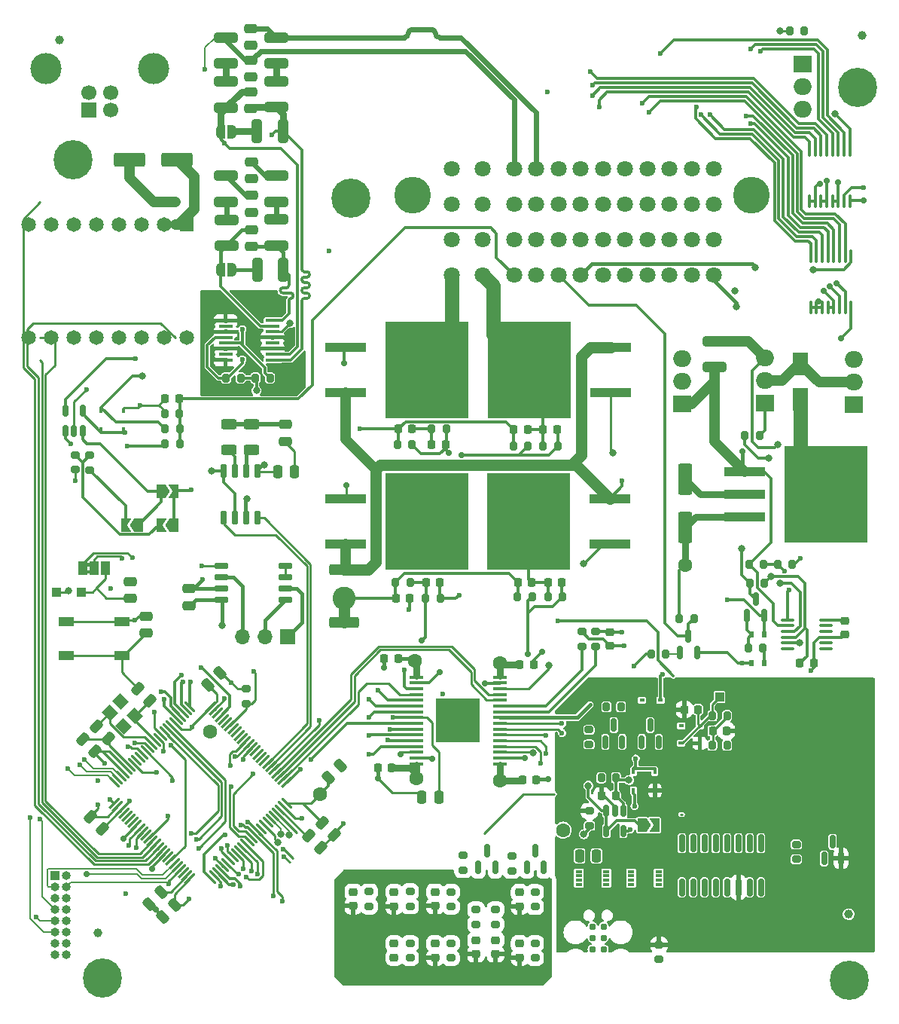
<source format=gtl>
%TF.GenerationSoftware,KiCad,Pcbnew,(6.0.7)*%
%TF.CreationDate,2022-10-10T22:00:34-03:00*%
%TF.ProjectId,uEFI_rev3,75454649-5f72-4657-9633-2e6b69636164,v3.0*%
%TF.SameCoordinates,Original*%
%TF.FileFunction,Copper,L1,Top*%
%TF.FilePolarity,Positive*%
%FSLAX46Y46*%
G04 Gerber Fmt 4.6, Leading zero omitted, Abs format (unit mm)*
G04 Created by KiCad (PCBNEW (6.0.7)) date 2022-10-10 22:00:34*
%MOMM*%
%LPD*%
G01*
G04 APERTURE LIST*
G04 Aperture macros list*
%AMRoundRect*
0 Rectangle with rounded corners*
0 $1 Rounding radius*
0 $2 $3 $4 $5 $6 $7 $8 $9 X,Y pos of 4 corners*
0 Add a 4 corners polygon primitive as box body*
4,1,4,$2,$3,$4,$5,$6,$7,$8,$9,$2,$3,0*
0 Add four circle primitives for the rounded corners*
1,1,$1+$1,$2,$3*
1,1,$1+$1,$4,$5*
1,1,$1+$1,$6,$7*
1,1,$1+$1,$8,$9*
0 Add four rect primitives between the rounded corners*
20,1,$1+$1,$2,$3,$4,$5,0*
20,1,$1+$1,$4,$5,$6,$7,0*
20,1,$1+$1,$6,$7,$8,$9,0*
20,1,$1+$1,$8,$9,$2,$3,0*%
%AMRotRect*
0 Rectangle, with rotation*
0 The origin of the aperture is its center*
0 $1 length*
0 $2 width*
0 $3 Rotation angle, in degrees counterclockwise*
0 Add horizontal line*
21,1,$1,$2,0,0,$3*%
%AMFreePoly0*
4,1,6,1.000000,0.000000,0.500000,-0.750000,-0.500000,-0.750000,-0.500000,0.750000,0.500000,0.750000,1.000000,0.000000,1.000000,0.000000,$1*%
%AMFreePoly1*
4,1,6,0.500000,-0.750000,-0.650000,-0.750000,-0.150000,0.000000,-0.650000,0.750000,0.500000,0.750000,0.500000,-0.750000,0.500000,-0.750000,$1*%
%AMFreePoly2*
4,1,22,0.500000,-0.750000,0.000000,-0.750000,0.000000,-0.745033,-0.079941,-0.743568,-0.215256,-0.701293,-0.333266,-0.622738,-0.424486,-0.514219,-0.481581,-0.384460,-0.499164,-0.250000,-0.500000,-0.250000,-0.500000,0.250000,-0.499164,0.250000,-0.499963,0.256109,-0.478152,0.396186,-0.417904,0.524511,-0.324060,0.630769,-0.204165,0.706417,-0.067858,0.745374,0.000000,0.744959,0.000000,0.750000,
0.500000,0.750000,0.500000,-0.750000,0.500000,-0.750000,$1*%
%AMFreePoly3*
4,1,20,0.000000,0.744959,0.073905,0.744508,0.209726,0.703889,0.328688,0.626782,0.421226,0.519385,0.479903,0.390333,0.500000,0.250000,0.500000,-0.250000,0.499851,-0.262216,0.476331,-0.402017,0.414519,-0.529596,0.319384,-0.634700,0.198574,-0.708877,0.061801,-0.746166,0.000000,-0.745033,0.000000,-0.750000,-0.500000,-0.750000,-0.500000,0.750000,0.000000,0.750000,0.000000,0.744959,
0.000000,0.744959,$1*%
G04 Aperture macros list end*
%TA.AperFunction,SMDPad,CuDef*%
%ADD10R,1.600200X0.431800*%
%TD*%
%TA.AperFunction,SMDPad,CuDef*%
%ADD11R,4.953000X4.953000*%
%TD*%
%TA.AperFunction,ComponentPad*%
%ADD12R,1.650000X1.650000*%
%TD*%
%TA.AperFunction,ComponentPad*%
%ADD13C,1.650000*%
%TD*%
%TA.AperFunction,SMDPad,CuDef*%
%ADD14RoundRect,0.225000X0.225000X0.250000X-0.225000X0.250000X-0.225000X-0.250000X0.225000X-0.250000X0*%
%TD*%
%TA.AperFunction,SMDPad,CuDef*%
%ADD15RoundRect,0.200000X0.200000X0.275000X-0.200000X0.275000X-0.200000X-0.275000X0.200000X-0.275000X0*%
%TD*%
%TA.AperFunction,SMDPad,CuDef*%
%ADD16RoundRect,0.200000X-0.200000X-0.275000X0.200000X-0.275000X0.200000X0.275000X-0.200000X0.275000X0*%
%TD*%
%TA.AperFunction,SMDPad,CuDef*%
%ADD17RoundRect,0.150000X0.150000X-0.512500X0.150000X0.512500X-0.150000X0.512500X-0.150000X-0.512500X0*%
%TD*%
%TA.AperFunction,SMDPad,CuDef*%
%ADD18FreePoly0,0.000000*%
%TD*%
%TA.AperFunction,SMDPad,CuDef*%
%ADD19FreePoly1,0.000000*%
%TD*%
%TA.AperFunction,SMDPad,CuDef*%
%ADD20FreePoly0,180.000000*%
%TD*%
%TA.AperFunction,SMDPad,CuDef*%
%ADD21FreePoly1,180.000000*%
%TD*%
%TA.AperFunction,SMDPad,CuDef*%
%ADD22RoundRect,0.200000X-0.275000X0.200000X-0.275000X-0.200000X0.275000X-0.200000X0.275000X0.200000X0*%
%TD*%
%TA.AperFunction,SMDPad,CuDef*%
%ADD23RoundRect,0.200000X0.275000X-0.200000X0.275000X0.200000X-0.275000X0.200000X-0.275000X-0.200000X0*%
%TD*%
%TA.AperFunction,SMDPad,CuDef*%
%ADD24R,0.600000X0.700000*%
%TD*%
%TA.AperFunction,SMDPad,CuDef*%
%ADD25RoundRect,0.225000X-0.225000X-0.250000X0.225000X-0.250000X0.225000X0.250000X-0.225000X0.250000X0*%
%TD*%
%TA.AperFunction,SMDPad,CuDef*%
%ADD26RoundRect,0.250000X0.250000X0.475000X-0.250000X0.475000X-0.250000X-0.475000X0.250000X-0.475000X0*%
%TD*%
%TA.AperFunction,SMDPad,CuDef*%
%ADD27RoundRect,0.250000X0.512652X0.159099X0.159099X0.512652X-0.512652X-0.159099X-0.159099X-0.512652X0*%
%TD*%
%TA.AperFunction,SMDPad,CuDef*%
%ADD28RoundRect,0.250000X0.475000X-0.250000X0.475000X0.250000X-0.475000X0.250000X-0.475000X-0.250000X0*%
%TD*%
%TA.AperFunction,SMDPad,CuDef*%
%ADD29RoundRect,0.150000X0.150000X-0.587500X0.150000X0.587500X-0.150000X0.587500X-0.150000X-0.587500X0*%
%TD*%
%TA.AperFunction,ComponentPad*%
%ADD30C,0.700000*%
%TD*%
%TA.AperFunction,ComponentPad*%
%ADD31C,4.400000*%
%TD*%
%TA.AperFunction,SMDPad,CuDef*%
%ADD32RoundRect,0.218750X-0.256250X0.218750X-0.256250X-0.218750X0.256250X-0.218750X0.256250X0.218750X0*%
%TD*%
%TA.AperFunction,SMDPad,CuDef*%
%ADD33RoundRect,0.250000X0.550000X-1.500000X0.550000X1.500000X-0.550000X1.500000X-0.550000X-1.500000X0*%
%TD*%
%TA.AperFunction,SMDPad,CuDef*%
%ADD34FreePoly2,0.000000*%
%TD*%
%TA.AperFunction,SMDPad,CuDef*%
%ADD35FreePoly3,0.000000*%
%TD*%
%TA.AperFunction,SMDPad,CuDef*%
%ADD36RoundRect,0.150000X-0.150000X0.825000X-0.150000X-0.825000X0.150000X-0.825000X0.150000X0.825000X0*%
%TD*%
%TA.AperFunction,SMDPad,CuDef*%
%ADD37RoundRect,0.250000X-0.512652X-0.159099X-0.159099X-0.512652X0.512652X0.159099X0.159099X0.512652X0*%
%TD*%
%TA.AperFunction,SMDPad,CuDef*%
%ADD38C,1.000000*%
%TD*%
%TA.AperFunction,SMDPad,CuDef*%
%ADD39R,0.450000X0.600000*%
%TD*%
%TA.AperFunction,SMDPad,CuDef*%
%ADD40RoundRect,0.100000X0.100000X-0.637500X0.100000X0.637500X-0.100000X0.637500X-0.100000X-0.637500X0*%
%TD*%
%TA.AperFunction,SMDPad,CuDef*%
%ADD41R,1.100000X1.100000*%
%TD*%
%TA.AperFunction,SMDPad,CuDef*%
%ADD42R,0.800000X0.300000*%
%TD*%
%TA.AperFunction,SMDPad,CuDef*%
%ADD43RoundRect,0.100000X-0.625000X-0.100000X0.625000X-0.100000X0.625000X0.100000X-0.625000X0.100000X0*%
%TD*%
%TA.AperFunction,SMDPad,CuDef*%
%ADD44RoundRect,0.250000X-1.075000X0.312500X-1.075000X-0.312500X1.075000X-0.312500X1.075000X0.312500X0*%
%TD*%
%TA.AperFunction,SMDPad,CuDef*%
%ADD45RoundRect,0.075000X-0.565685X0.459619X0.459619X-0.565685X0.565685X-0.459619X-0.459619X0.565685X0*%
%TD*%
%TA.AperFunction,SMDPad,CuDef*%
%ADD46RoundRect,0.075000X-0.565685X-0.459619X-0.459619X-0.565685X0.565685X0.459619X0.459619X0.565685X0*%
%TD*%
%TA.AperFunction,ComponentPad*%
%ADD47R,2.000000X1.905000*%
%TD*%
%TA.AperFunction,ComponentPad*%
%ADD48O,2.000000X1.905000*%
%TD*%
%TA.AperFunction,ComponentPad*%
%ADD49R,1.700000X1.700000*%
%TD*%
%TA.AperFunction,ComponentPad*%
%ADD50O,1.700000X1.700000*%
%TD*%
%TA.AperFunction,SMDPad,CuDef*%
%ADD51R,1.800000X2.500000*%
%TD*%
%TA.AperFunction,SMDPad,CuDef*%
%ADD52R,0.600000X0.450000*%
%TD*%
%TA.AperFunction,SMDPad,CuDef*%
%ADD53RoundRect,0.250000X0.159099X-0.512652X0.512652X-0.159099X-0.159099X0.512652X-0.512652X0.159099X0*%
%TD*%
%TA.AperFunction,SMDPad,CuDef*%
%ADD54RoundRect,0.250000X-0.625000X0.312500X-0.625000X-0.312500X0.625000X-0.312500X0.625000X0.312500X0*%
%TD*%
%TA.AperFunction,SMDPad,CuDef*%
%ADD55R,4.600000X1.100000*%
%TD*%
%TA.AperFunction,SMDPad,CuDef*%
%ADD56R,9.400000X10.800000*%
%TD*%
%TA.AperFunction,SMDPad,CuDef*%
%ADD57RoundRect,0.250000X-0.159099X0.512652X-0.512652X0.159099X0.159099X-0.512652X0.512652X-0.159099X0*%
%TD*%
%TA.AperFunction,SMDPad,CuDef*%
%ADD58R,1.000000X1.500000*%
%TD*%
%TA.AperFunction,SMDPad,CuDef*%
%ADD59RoundRect,0.250000X-1.500000X-0.550000X1.500000X-0.550000X1.500000X0.550000X-1.500000X0.550000X0*%
%TD*%
%TA.AperFunction,ConnectorPad*%
%ADD60C,0.787400*%
%TD*%
%TA.AperFunction,SMDPad,CuDef*%
%ADD61RoundRect,0.150000X-0.650000X-0.150000X0.650000X-0.150000X0.650000X0.150000X-0.650000X0.150000X0*%
%TD*%
%TA.AperFunction,ComponentPad*%
%ADD62R,1.000000X1.000000*%
%TD*%
%TA.AperFunction,ComponentPad*%
%ADD63O,1.000000X1.000000*%
%TD*%
%TA.AperFunction,SMDPad,CuDef*%
%ADD64RoundRect,0.250000X-0.250000X-0.475000X0.250000X-0.475000X0.250000X0.475000X-0.250000X0.475000X0*%
%TD*%
%TA.AperFunction,SMDPad,CuDef*%
%ADD65RoundRect,0.250000X-1.425000X0.362500X-1.425000X-0.362500X1.425000X-0.362500X1.425000X0.362500X0*%
%TD*%
%TA.AperFunction,SMDPad,CuDef*%
%ADD66RoundRect,0.250000X0.312500X1.075000X-0.312500X1.075000X-0.312500X-1.075000X0.312500X-1.075000X0*%
%TD*%
%TA.AperFunction,SMDPad,CuDef*%
%ADD67RoundRect,0.150000X-0.150000X0.512500X-0.150000X-0.512500X0.150000X-0.512500X0.150000X0.512500X0*%
%TD*%
%TA.AperFunction,SMDPad,CuDef*%
%ADD68RoundRect,0.225000X-0.250000X0.225000X-0.250000X-0.225000X0.250000X-0.225000X0.250000X0.225000X0*%
%TD*%
%TA.AperFunction,SMDPad,CuDef*%
%ADD69RoundRect,0.250000X-0.475000X0.250000X-0.475000X-0.250000X0.475000X-0.250000X0.475000X0.250000X0*%
%TD*%
%TA.AperFunction,SMDPad,CuDef*%
%ADD70RoundRect,0.225000X0.250000X-0.225000X0.250000X0.225000X-0.250000X0.225000X-0.250000X-0.225000X0*%
%TD*%
%TA.AperFunction,ComponentPad*%
%ADD71C,1.700000*%
%TD*%
%TA.AperFunction,ComponentPad*%
%ADD72C,3.500000*%
%TD*%
%TA.AperFunction,SMDPad,CuDef*%
%ADD73R,1.640000X0.410000*%
%TD*%
%TA.AperFunction,SMDPad,CuDef*%
%ADD74R,1.700000X1.000000*%
%TD*%
%TA.AperFunction,SMDPad,CuDef*%
%ADD75RoundRect,0.250000X1.075000X-0.312500X1.075000X0.312500X-1.075000X0.312500X-1.075000X-0.312500X0*%
%TD*%
%TA.AperFunction,SMDPad,CuDef*%
%ADD76RoundRect,0.150000X0.150000X-0.650000X0.150000X0.650000X-0.150000X0.650000X-0.150000X-0.650000X0*%
%TD*%
%TA.AperFunction,ComponentPad*%
%ADD77C,1.800000*%
%TD*%
%TA.AperFunction,ComponentPad*%
%ADD78C,4.125000*%
%TD*%
%TA.AperFunction,SMDPad,CuDef*%
%ADD79RotRect,1.400000X1.200000X135.000000*%
%TD*%
%TA.AperFunction,ViaPad*%
%ADD80C,0.600000*%
%TD*%
%TA.AperFunction,ViaPad*%
%ADD81C,2.600000*%
%TD*%
%TA.AperFunction,ViaPad*%
%ADD82C,0.800000*%
%TD*%
%TA.AperFunction,ViaPad*%
%ADD83C,0.700000*%
%TD*%
%TA.AperFunction,ViaPad*%
%ADD84C,1.600000*%
%TD*%
%TA.AperFunction,Conductor*%
%ADD85C,0.350000*%
%TD*%
%TA.AperFunction,Conductor*%
%ADD86C,0.250000*%
%TD*%
%TA.AperFunction,Conductor*%
%ADD87C,0.300000*%
%TD*%
%TA.AperFunction,Conductor*%
%ADD88C,1.200000*%
%TD*%
%TA.AperFunction,Conductor*%
%ADD89C,0.800000*%
%TD*%
%TA.AperFunction,Conductor*%
%ADD90C,0.450000*%
%TD*%
%TA.AperFunction,Conductor*%
%ADD91C,0.400000*%
%TD*%
%TA.AperFunction,Conductor*%
%ADD92C,1.600000*%
%TD*%
%TA.AperFunction,Conductor*%
%ADD93C,1.300000*%
%TD*%
%TA.AperFunction,Conductor*%
%ADD94C,0.200000*%
%TD*%
%TA.AperFunction,Conductor*%
%ADD95C,0.600000*%
%TD*%
%TA.AperFunction,Conductor*%
%ADD96C,0.500000*%
%TD*%
G04 APERTURE END LIST*
%TO.C,JP11*%
G36*
X64450000Y-105650000D02*
G01*
X63950000Y-105650000D01*
X63950000Y-105250000D01*
X64450000Y-105250000D01*
X64450000Y-105650000D01*
G37*
G36*
X64450000Y-106450000D02*
G01*
X63950000Y-106450000D01*
X63950000Y-106050000D01*
X64450000Y-106050000D01*
X64450000Y-106450000D01*
G37*
%TD*%
D10*
%TO.P,U1,1,OUT0*%
%TO.N,M4*%
X101092000Y-118059200D03*
%TO.P,U1,2,FB0*%
%TO.N,/Sheet5FA9324A/FB0*%
X101092000Y-118719600D03*
%TO.P,U1,3,GD0*%
%TO.N,/Sheet5FA9324A/GD0*%
X101092000Y-119354600D03*
%TO.P,U1,4,~{CS}*%
%TO.N,/PMIC_CS*%
X101092000Y-120015000D03*
%TO.P,U1,5,SCLK*%
%TO.N,/SPI2_SCK*%
X101092000Y-120650000D03*
%TO.P,U1,6,SI*%
%TO.N,/SPI2_MOSI*%
X101092000Y-121310400D03*
%TO.P,U1,7,SO*%
%TO.N,/SPI2_MISO*%
X101092000Y-121970800D03*
%TO.P,U1,8,VDD*%
%TO.N,+3V3*%
X101092000Y-122605800D03*
%TO.P,U1,9,~{OUTEN}*%
%TO.N,/PMIC_ENABLE*%
X101092000Y-123266200D03*
%TO.P,U1,10,DIN0*%
%TO.N,/INY1*%
X101092000Y-123901200D03*
%TO.P,U1,11,DIN1*%
%TO.N,/INY2*%
X101092000Y-124561600D03*
%TO.P,U1,12,DIN2*%
%TO.N,/INY3*%
X101092000Y-125222000D03*
%TO.P,U1,13,DIN3*%
%TO.N,/INY4*%
X101092000Y-125857000D03*
%TO.P,U1,14,GD1*%
%TO.N,/Sheet5FA9324A/GD1*%
X101092000Y-126517400D03*
%TO.P,U1,15,FB1*%
%TO.N,/Sheet5FA9324A/FB1*%
X101092000Y-127152400D03*
%TO.P,U1,16,OUT1*%
%TO.N,M3*%
X101092000Y-127812800D03*
%TO.P,U1,17,OUT3*%
%TO.N,L3*%
X110490000Y-127812800D03*
%TO.P,U1,18,FB3*%
%TO.N,/Sheet5FA9324A/FB3*%
X110490000Y-127152400D03*
%TO.P,U1,19,GD3*%
%TO.N,/Sheet5FA9324A/GD3*%
X110490000Y-126517400D03*
%TO.P,U1,20,~{SPKDUR}*%
%TO.N,/PMIC_SPARK*%
X110490000Y-125857000D03*
%TO.P,U1,21,GIN3*%
%TO.N,/ECN4*%
X110490000Y-125222000D03*
%TO.P,U1,22,GIN2*%
%TO.N,/ECN3*%
X110490000Y-124561600D03*
%TO.P,U1,23,GIN1*%
%TO.N,/ECN2*%
X110490000Y-123901200D03*
%TO.P,U1,24,GIN0*%
%TO.N,/ECN1*%
X110490000Y-123266200D03*
%TO.P,U1,25,VPWR*%
%TO.N,+12V*%
X110490000Y-122605800D03*
%TO.P,U1,26,RSP*%
%TO.N,/RSP*%
X110490000Y-121970800D03*
%TO.P,U1,27,RSN*%
%TO.N,/RSN*%
X110490000Y-121310400D03*
%TO.P,U1,28,NOMI*%
%TO.N,/PMIC_NOMI*%
X110490000Y-120650000D03*
%TO.P,U1,29,MAXI*%
%TO.N,/PMIC_MAXI*%
X110490000Y-120015000D03*
%TO.P,U1,30,GD2*%
%TO.N,/Sheet5FA9324A/GD2*%
X110490000Y-119354600D03*
%TO.P,U1,31,FB2*%
%TO.N,/Sheet5FA9324A/FB2*%
X110490000Y-118719600D03*
%TO.P,U1,32,OUT2*%
%TO.N,L4*%
X110490000Y-118059200D03*
D11*
%TO.P,U1,33,GND*%
%TO.N,GND*%
X105791000Y-122936000D03*
%TD*%
D12*
%TO.P,U23,1,ENABLE*%
%TO.N,/MTR_ENABLE*%
X75290000Y-67250000D03*
D13*
%TO.P,U23,2,M0*%
%TO.N,Net-(JP2-Pad2)*%
X72750000Y-67250000D03*
%TO.P,U23,3,M1*%
%TO.N,Net-(JP1-Pad2)*%
X70210000Y-67250000D03*
%TO.P,U23,4,M2*%
%TO.N,Net-(JP3-Pad2)*%
X67670000Y-67250000D03*
%TO.P,U23,5,RESET*%
%TO.N,+3V3*%
X65130000Y-67250000D03*
%TO.P,U23,6,SLEEP*%
X62590000Y-67250000D03*
%TO.P,U23,7,STEP*%
%TO.N,/MTR_STEP*%
X60050000Y-67250000D03*
%TO.P,U23,8,DIR*%
%TO.N,/MTR_DIR*%
X57510000Y-67250000D03*
%TO.P,U23,9,GND*%
%TO.N,GND*%
X57510000Y-79950000D03*
%TO.P,U23,10,FAULT*%
%TO.N,/MTR_FAULT*%
X60050000Y-79950000D03*
%TO.P,U23,11,A2*%
%TO.N,H4*%
X62590000Y-79950000D03*
%TO.P,U23,12,A1*%
%TO.N,G4*%
X65130000Y-79950000D03*
%TO.P,U23,13,B1*%
%TO.N,F4*%
X67670000Y-79950000D03*
%TO.P,U23,14,B2*%
%TO.N,E4*%
X70210000Y-79950000D03*
%TO.P,U23,15,GND*%
%TO.N,GND*%
X72750000Y-79950000D03*
%TO.P,U23,16,VMOT*%
%TO.N,+12V*%
X75290000Y-79950000D03*
%TD*%
D14*
%TO.P,C49,1*%
%TO.N,K1*%
X74409500Y-86804500D03*
%TO.P,C49,2*%
%TO.N,GND*%
X72859500Y-86804500D03*
%TD*%
D15*
%TO.P,R87,1*%
%TO.N,K1*%
X74459500Y-88455500D03*
%TO.P,R87,2*%
%TO.N,GND*%
X72809500Y-88455500D03*
%TD*%
%TO.P,R92,1*%
%TO.N,K1*%
X74485000Y-90170000D03*
%TO.P,R92,2*%
%TO.N,+5VA*%
X72835000Y-90170000D03*
%TD*%
D16*
%TO.P,R97,1*%
%TO.N,Net-(R97-Pad1)*%
X72835000Y-91821000D03*
%TO.P,R97,2*%
%TO.N,K1*%
X74485000Y-91821000D03*
%TD*%
D17*
%TO.P,U31,1,+*%
%TO.N,Net-(R97-Pad1)*%
X61661000Y-90418500D03*
%TO.P,U31,2,V-*%
%TO.N,GND*%
X62611000Y-90418500D03*
%TO.P,U31,3,-*%
%TO.N,Net-(JP15-Pad1)*%
X63561000Y-90418500D03*
%TO.P,U31,4*%
%TO.N,/Sensores/CH6*%
X63561000Y-88143500D03*
%TO.P,U31,5,V+*%
%TO.N,+12V*%
X61661000Y-88143500D03*
%TD*%
D18*
%TO.P,JP15,1,1*%
%TO.N,Net-(JP15-Pad1)*%
X72403600Y-97150800D03*
D19*
%TO.P,JP15,2,2*%
%TO.N,/Sensores/CH6*%
X73853600Y-97150800D03*
%TD*%
D20*
%TO.P,JP17,1,1*%
%TO.N,Net-(JP15-Pad1)*%
X69840400Y-100960800D03*
D21*
%TO.P,JP17,2,2*%
%TO.N,Net-(JP17-Pad2)*%
X68390400Y-100960800D03*
%TD*%
D20*
%TO.P,JP18,1,1*%
%TO.N,/Sensores/CH6*%
X73853600Y-100960800D03*
D21*
%TO.P,JP18,2,2*%
%TO.N,Net-(JP18-Pad2)*%
X72403600Y-100960800D03*
%TD*%
D22*
%TO.P,R108,1*%
%TO.N,Net-(JP18-Pad2)*%
X64389000Y-93125300D03*
%TO.P,R108,2*%
%TO.N,Net-(JP17-Pad2)*%
X64389000Y-94775300D03*
%TD*%
D23*
%TO.P,R109,1*%
%TO.N,GND*%
X62746800Y-94767100D03*
%TO.P,R109,2*%
%TO.N,Net-(JP18-Pad2)*%
X62746800Y-93117100D03*
%TD*%
D16*
%TO.P,R122,1*%
%TO.N,+3V3*%
X82995000Y-84455000D03*
%TO.P,R122,2*%
%TO.N,/CMP*%
X84645000Y-84455000D03*
%TD*%
D24*
%TO.P,D2,1,K*%
%TO.N,Net-(D2-Pad1)*%
X138800000Y-113298000D03*
%TO.P,D2,2,A*%
%TO.N,+12VA*%
X140200000Y-113298000D03*
%TD*%
D25*
%TO.P,C21,1*%
%TO.N,L2*%
X115909000Y-107442000D03*
%TO.P,C21,2*%
%TO.N,/Sheet5FA9324A/FB3*%
X117459000Y-107442000D03*
%TD*%
D22*
%TO.P,R34,1*%
%TO.N,/RPM_OUT*%
X120500000Y-123975000D03*
%TO.P,R34,2*%
%TO.N,Net-(Q11-Pad1)*%
X120500000Y-125625000D03*
%TD*%
D23*
%TO.P,R4,1*%
%TO.N,Net-(D5-Pad1)*%
X100400000Y-149625000D03*
%TO.P,R4,2*%
%TO.N,GND*%
X100400000Y-147975000D03*
%TD*%
D26*
%TO.P,C14,1*%
%TO.N,+3V3*%
X121350000Y-138150000D03*
%TO.P,C14,2*%
%TO.N,GND*%
X119450000Y-138150000D03*
%TD*%
D27*
%TO.P,C11,1*%
%TO.N,+3V3*%
X64921751Y-126421751D03*
%TO.P,C11,2*%
%TO.N,GND*%
X63578249Y-125078249D03*
%TD*%
D28*
%TO.P,C9,1*%
%TO.N,GND*%
X70699000Y-113101600D03*
%TO.P,C9,2*%
%TO.N,/NRST*%
X70699000Y-111201600D03*
%TD*%
D29*
%TO.P,U8,1,K*%
%TO.N,+5VL*%
X146950000Y-138437500D03*
%TO.P,U8,2,A*%
%TO.N,GNDA*%
X148850000Y-138437500D03*
%TO.P,U8,3*%
%TO.N,N/C*%
X147900000Y-136562500D03*
%TD*%
D23*
%TO.P,R27,1*%
%TO.N,Net-(D10-Pad1)*%
X105000000Y-143850000D03*
%TO.P,R27,2*%
%TO.N,/LED2*%
X105000000Y-142200000D03*
%TD*%
D29*
%TO.P,Q5,1,B*%
%TO.N,Net-(D2-Pad1)*%
X138300000Y-111187500D03*
%TO.P,Q5,2,E*%
%TO.N,+12VA*%
X140200000Y-111187500D03*
%TO.P,Q5,3,C*%
%TO.N,Net-(Q5-Pad3)*%
X139250000Y-109312500D03*
%TD*%
D16*
%TO.P,R11,1*%
%TO.N,GND*%
X111982000Y-92070000D03*
%TO.P,R11,2*%
%TO.N,/Sheet5FA9324A/FB2*%
X113632000Y-92070000D03*
%TD*%
D23*
%TO.P,R24,1*%
%TO.N,Net-(D7-Pad1)*%
X107800000Y-145825000D03*
%TO.P,R24,2*%
%TO.N,/LED_CAN_RX*%
X107800000Y-144175000D03*
%TD*%
D16*
%TO.P,R12,1*%
%TO.N,GND*%
X112459000Y-109042000D03*
%TO.P,R12,2*%
%TO.N,/Sheet5FA9324A/FB3*%
X114109000Y-109042000D03*
%TD*%
D30*
%TO.P,H9,1*%
%TO.N,N/C*%
X62500000Y-61550000D03*
X61333274Y-58733274D03*
D31*
X62500000Y-59900000D03*
D30*
X62500000Y-58250000D03*
X64150000Y-59900000D03*
X63666726Y-58733274D03*
X60850000Y-59900000D03*
X63666726Y-61066726D03*
X61333274Y-61066726D03*
%TD*%
D14*
%TO.P,C27,1*%
%TO.N,GND*%
X114567000Y-129590800D03*
%TO.P,C27,2*%
%TO.N,L3*%
X113017000Y-129590800D03*
%TD*%
%TO.P,C23,1*%
%TO.N,L1*%
X113607000Y-90270000D03*
%TO.P,C23,2*%
%TO.N,GND*%
X112057000Y-90270000D03*
%TD*%
D25*
%TO.P,C33,1*%
%TO.N,Net-(C33-Pad1)*%
X144225000Y-116500000D03*
%TO.P,C33,2*%
%TO.N,GND*%
X145775000Y-116500000D03*
%TD*%
D32*
%TO.P,D7,1,K*%
%TO.N,Net-(D7-Pad1)*%
X107800000Y-147612500D03*
%TO.P,D7,2,A*%
%TO.N,+3V3*%
X107800000Y-149187500D03*
%TD*%
D33*
%TO.P,C31,1*%
%TO.N,+3V3*%
X131318000Y-101252000D03*
%TO.P,C31,2*%
%TO.N,GND*%
X131318000Y-95852000D03*
%TD*%
D34*
%TO.P,JP24,1,A*%
%TO.N,/CKP/CMP_sensors/IN2+*%
X79060600Y-56753400D03*
D35*
%TO.P,JP24,2,B*%
%TO.N,Net-(JP24-Pad2)*%
X80360600Y-56753400D03*
%TD*%
D32*
%TO.P,D1,1,K*%
%TO.N,Net-(D1-Pad1)*%
X103200000Y-148012500D03*
%TO.P,D1,2,A*%
%TO.N,+3V3*%
X103200000Y-149587500D03*
%TD*%
D27*
%TO.P,C13,1*%
%TO.N,+3V3*%
X65771751Y-135071751D03*
%TO.P,C13,2*%
%TO.N,GND*%
X64428249Y-133728249D03*
%TD*%
D14*
%TO.P,C25,1*%
%TO.N,M1*%
X100632000Y-90170000D03*
%TO.P,C25,2*%
%TO.N,GND*%
X99082000Y-90170000D03*
%TD*%
D23*
%TO.P,R25,1*%
%TO.N,Net-(D8-Pad1)*%
X95800000Y-143825000D03*
%TO.P,R25,2*%
%TO.N,/LED0*%
X95800000Y-142175000D03*
%TD*%
D36*
%TO.P,U2,1,CH0*%
%TO.N,/Sensores/CH0*%
X139845000Y-136725000D03*
%TO.P,U2,2,CH1*%
%TO.N,/Sensores/CH1*%
X138575000Y-136725000D03*
%TO.P,U2,3,CH2*%
%TO.N,/Sensores/CH2*%
X137305000Y-136725000D03*
%TO.P,U2,4,CH3*%
%TO.N,/Sensores/CH3*%
X136035000Y-136725000D03*
%TO.P,U2,5,CH4*%
%TO.N,/Sensores/CH4*%
X134765000Y-136725000D03*
%TO.P,U2,6,CH5*%
%TO.N,/Sensores/CH5*%
X133495000Y-136725000D03*
%TO.P,U2,7,CH6*%
%TO.N,/Sensores/CH6*%
X132225000Y-136725000D03*
%TO.P,U2,8,CH7*%
%TO.N,Net-(JP12-Pad2)*%
X130955000Y-136725000D03*
%TO.P,U2,9,DGND*%
%TO.N,GND*%
X130955000Y-141675000D03*
%TO.P,U2,10,~{CS}/SHDN*%
%TO.N,/Sensores/CS*%
X132225000Y-141675000D03*
%TO.P,U2,11,Din*%
%TO.N,/Sensores/DIN*%
X133495000Y-141675000D03*
%TO.P,U2,12,Dout*%
%TO.N,/Sensores/DOUT*%
X134765000Y-141675000D03*
%TO.P,U2,13,CLK*%
%TO.N,/Sensores/CLK*%
X136035000Y-141675000D03*
%TO.P,U2,14,AGND*%
%TO.N,GNDA*%
X137305000Y-141675000D03*
%TO.P,U2,15,Vref*%
%TO.N,+5VL*%
X138575000Y-141675000D03*
%TO.P,U2,16,Vdd*%
%TO.N,+5C*%
X139845000Y-141675000D03*
%TD*%
D37*
%TO.P,C3,1*%
%TO.N,OSC_OUT*%
X65151000Y-123571000D03*
%TO.P,C3,2*%
%TO.N,GND*%
X66494502Y-124914502D03*
%TD*%
D16*
%TO.P,R14,1*%
%TO.N,/Sheet5FA9324A/FB1*%
X102118000Y-109220000D03*
%TO.P,R14,2*%
%TO.N,M2*%
X103768000Y-109220000D03*
%TD*%
D28*
%TO.P,C54,1*%
%TO.N,/CKP/CMP_sensors/IN1+*%
X82542400Y-69704000D03*
%TO.P,C54,2*%
%TO.N,/CKP/CMP_sensors/IN1-*%
X82542400Y-67804000D03*
%TD*%
D38*
%TO.P,H5,1*%
%TO.N,N/C*%
X149700000Y-144700000D03*
%TD*%
D39*
%TO.P,D17,1,K*%
%TO.N,+5VA*%
X65659000Y-88104000D03*
%TO.P,D17,2,A*%
%TO.N,/Sensores/CH6*%
X65659000Y-90204000D03*
%TD*%
D15*
%TO.P,R15,1*%
%TO.N,/Sheet5FA9324A/FB2*%
X116982000Y-92070000D03*
%TO.P,R15,2*%
%TO.N,L1*%
X115332000Y-92070000D03*
%TD*%
D40*
%TO.P,U20,1,IN1*%
%TO.N,/TIM9_CH1*%
X145426000Y-76522500D03*
%TO.P,U20,2,IN2*%
X146076000Y-76522500D03*
%TO.P,U20,3,IN3*%
X146726000Y-76522500D03*
%TO.P,U20,4,IN4*%
%TO.N,/TIM9_CH2*%
X147376000Y-76522500D03*
%TO.P,U20,5,IN5*%
X148026000Y-76522500D03*
%TO.P,U20,6,IN6*%
%TO.N,/CHK_OUT*%
X148676000Y-76522500D03*
%TO.P,U20,7,IN7*%
%TO.N,/MIL_OUT*%
X149326000Y-76522500D03*
%TO.P,U20,8,GND*%
%TO.N,GND*%
X149976000Y-76522500D03*
%TO.P,U20,9,COM*%
%TO.N,+12V*%
X149976000Y-70797500D03*
%TO.P,U20,10,OUT7*%
%TO.N,/PWM/Relays/MIL_OUT*%
X149326000Y-70797500D03*
%TO.P,U20,11,OUT6*%
%TO.N,/PWM/Relays/CHECK_ENGINE*%
X148676000Y-70797500D03*
%TO.P,U20,12,OUT5*%
%TO.N,Net-(F10-Pad1)*%
X148026000Y-70797500D03*
%TO.P,U20,13,OUT4*%
%TO.N,Net-(F11-Pad1)*%
X147376000Y-70797500D03*
%TO.P,U20,14,OUT3*%
%TO.N,Net-(F5-Pad1)*%
X146726000Y-70797500D03*
%TO.P,U20,15,OUT2*%
%TO.N,Net-(F7-Pad1)*%
X146076000Y-70797500D03*
%TO.P,U20,16,OUT1*%
%TO.N,Net-(F8-Pad1)*%
X145426000Y-70797500D03*
%TD*%
D32*
%TO.P,D6,1,K*%
%TO.N,Net-(D6-Pad1)*%
X110000000Y-147612500D03*
%TO.P,D6,2,A*%
%TO.N,+3V3*%
X110000000Y-149187500D03*
%TD*%
D41*
%TO.P,D14,1,K*%
%TO.N,+3V3*%
X60650000Y-108500000D03*
%TO.P,D14,2,A*%
%TO.N,CKP+*%
X63450000Y-108500000D03*
%TD*%
D40*
%TO.P,U22,1,IN1*%
%TO.N,/R_AAC*%
X145299000Y-64584500D03*
%TO.P,U22,2,IN2*%
X145949000Y-64584500D03*
%TO.P,U22,3,IN3*%
%TO.N,/R_GNC_GLP*%
X146599000Y-64584500D03*
%TO.P,U22,4,IN4*%
X147249000Y-64584500D03*
%TO.P,U22,5,IN5*%
%TO.N,/R_ECN_INY*%
X147899000Y-64584500D03*
%TO.P,U22,6,IN6*%
X148549000Y-64584500D03*
%TO.P,U22,7,IN7*%
%TO.N,/R_LMB*%
X149199000Y-64584500D03*
%TO.P,U22,8,GND*%
%TO.N,GND*%
X149849000Y-64584500D03*
%TO.P,U22,9,COM*%
%TO.N,+12V*%
X149849000Y-58859500D03*
%TO.P,U22,10,OUT7*%
%TO.N,/PWM/Relays/R3_OUT*%
X149199000Y-58859500D03*
%TO.P,U22,11,OUT6*%
%TO.N,Net-(F2-Pad1)*%
X148549000Y-58859500D03*
%TO.P,U22,12,OUT5*%
%TO.N,Net-(F4-Pad1)*%
X147899000Y-58859500D03*
%TO.P,U22,13,OUT4*%
%TO.N,Net-(F6-Pad1)*%
X147249000Y-58859500D03*
%TO.P,U22,14,OUT3*%
%TO.N,Net-(F9-Pad1)*%
X146599000Y-58859500D03*
%TO.P,U22,15,OUT2*%
%TO.N,Net-(F1-Pad1)*%
X145949000Y-58859500D03*
%TO.P,U22,16,OUT1*%
%TO.N,Net-(F3-Pad1)*%
X145299000Y-58859500D03*
%TD*%
D32*
%TO.P,D10,1,K*%
%TO.N,Net-(D10-Pad1)*%
X103200000Y-142200000D03*
%TO.P,D10,2,A*%
%TO.N,+3V3*%
X103200000Y-143775000D03*
%TD*%
D42*
%TO.P,U11,1,B2*%
%TO.N,/Sensores/CS*%
X119350000Y-139900000D03*
%TO.P,U11,2,GND*%
%TO.N,GND*%
X119350000Y-140400000D03*
%TO.P,U11,3,VCCA*%
%TO.N,+3V3*%
X119350000Y-140900000D03*
%TO.P,U11,4,A2*%
%TO.N,/ADC_CS*%
X119350000Y-141400000D03*
%TO.P,U11,5,A1*%
%TO.N,/SPI2_MOSI*%
X122450000Y-141400000D03*
%TO.P,U11,6,OE*%
%TO.N,+3V3*%
X122450000Y-140900000D03*
%TO.P,U11,7,VCCB*%
%TO.N,+5C*%
X122450000Y-140400000D03*
%TO.P,U11,8,B1*%
%TO.N,/Sensores/DIN*%
X122450000Y-139900000D03*
%TD*%
D39*
%TO.P,D20,1,K*%
%TO.N,/Sensores/CH6*%
X68199000Y-90204000D03*
%TO.P,D20,2,A*%
%TO.N,GND*%
X68199000Y-88104000D03*
%TD*%
D22*
%TO.P,R7,1*%
%TO.N,Net-(C22-Pad2)*%
X121285000Y-112967000D03*
%TO.P,R7,2*%
%TO.N,/RSP*%
X121285000Y-114617000D03*
%TD*%
D43*
%TO.P,U6,1,FB*%
%TO.N,Net-(R22-Pad2)*%
X142850000Y-111625000D03*
%TO.P,U6,2,OUT*%
%TO.N,+12V*%
X142850000Y-112275000D03*
%TO.P,U6,3,SNS*%
%TO.N,Net-(Q7-Pad3)*%
X142850000Y-112925000D03*
%TO.P,U6,4,GATE*%
%TO.N,Net-(C33-Pad1)*%
X142850000Y-113575000D03*
%TO.P,U6,5,VCC*%
%TO.N,Net-(D4-Pad1)*%
X142850000Y-114225000D03*
%TO.P,U6,6,SHDN*%
%TO.N,unconnected-(U6-Pad6)*%
X142850000Y-114875000D03*
%TO.P,U6,7,GND*%
%TO.N,unconnected-(U6-Pad7)*%
X147150000Y-114875000D03*
%TO.P,U6,8,UV*%
%TO.N,unconnected-(U6-Pad8)*%
X147150000Y-114225000D03*
%TO.P,U6,9,GND*%
%TO.N,GND*%
X147150000Y-113575000D03*
%TO.P,U6,10,FLT*%
%TO.N,unconnected-(U6-Pad10)*%
X147150000Y-112925000D03*
%TO.P,U6,11,ENOUT*%
%TO.N,unconnected-(U6-Pad11)*%
X147150000Y-112275000D03*
%TO.P,U6,12,TMR*%
%TO.N,Net-(C36-Pad1)*%
X147150000Y-111625000D03*
%TD*%
D44*
%TO.P,R116,1*%
%TO.N,CKP-*%
X85328000Y-46172700D03*
%TO.P,R116,2*%
%TO.N,Net-(R116-Pad2)*%
X85328000Y-49097700D03*
%TD*%
D29*
%TO.P,Q8,1,B*%
%TO.N,Net-(Q8-Pad1)*%
X113529334Y-139467763D03*
%TO.P,Q8,2,E*%
%TO.N,GND*%
X115429334Y-139467763D03*
%TO.P,Q8,3,C*%
%TO.N,/MIL*%
X114479334Y-137592763D03*
%TD*%
D16*
%TO.P,R58,1*%
%TO.N,/ACC_DET*%
X127475000Y-115500000D03*
%TO.P,R58,2*%
%TO.N,Net-(Q13-Pad1)*%
X129125000Y-115500000D03*
%TD*%
D22*
%TO.P,R31,1*%
%TO.N,/MIL_OUT*%
X111812334Y-138164763D03*
%TO.P,R31,2*%
%TO.N,Net-(Q8-Pad1)*%
X111812334Y-139814763D03*
%TD*%
D45*
%TO.P,U3,1,PE2*%
%TO.N,/R_ECN_INY*%
X75650596Y-121394315D03*
%TO.P,U3,2,PE3*%
%TO.N,/R_GNC_GLP*%
X75297043Y-121747868D03*
%TO.P,U3,3,PE4*%
%TO.N,/R_AAC*%
X74943489Y-122101422D03*
%TO.P,U3,4,PE5*%
%TO.N,/TIM9_CH1*%
X74589936Y-122454975D03*
%TO.P,U3,5,PE6*%
%TO.N,/TIM9_CH2*%
X74236383Y-122808528D03*
%TO.P,U3,6,VBAT*%
%TO.N,+3V3*%
X73882829Y-123162082D03*
%TO.P,U3,7,PC13*%
%TO.N,/LED0*%
X73529276Y-123515635D03*
%TO.P,U3,8,PC14*%
%TO.N,/LED1*%
X73175722Y-123869189D03*
%TO.P,U3,9,PC15*%
%TO.N,/LED2*%
X72822169Y-124222742D03*
%TO.P,U3,10,VSS*%
%TO.N,GND*%
X72468616Y-124576295D03*
%TO.P,U3,11,VDD*%
%TO.N,+3V3*%
X72115062Y-124929849D03*
%TO.P,U3,12,PH0*%
%TO.N,OSC_IN*%
X71761509Y-125283402D03*
%TO.P,U3,13,PH1*%
%TO.N,OSC_OUT*%
X71407955Y-125636955D03*
%TO.P,U3,14,NRST*%
%TO.N,/NRST*%
X71054402Y-125990509D03*
%TO.P,U3,15,PC0*%
%TO.N,/ADC_CS*%
X70700849Y-126344062D03*
%TO.P,U3,16,PC1*%
%TO.N,5V_ENABLE*%
X70347295Y-126697616D03*
%TO.P,U3,17,PC2*%
%TO.N,unconnected-(U3-Pad17)*%
X69993742Y-127051169D03*
%TO.P,U3,18,PC3*%
%TO.N,unconnected-(U3-Pad18)*%
X69640189Y-127404722D03*
%TO.P,U3,19,VDD*%
%TO.N,+3V3*%
X69286635Y-127758276D03*
%TO.P,U3,20,VSSA*%
%TO.N,GND*%
X68933082Y-128111829D03*
%TO.P,U3,21,VREF+*%
%TO.N,+3V3*%
X68579528Y-128465383D03*
%TO.P,U3,22,VDDA*%
X68225975Y-128818936D03*
%TO.P,U3,23,PA0*%
%TO.N,/AUX_IN_1*%
X67872422Y-129172489D03*
%TO.P,U3,24,PA1*%
%TO.N,/AUX_IN_2*%
X67518868Y-129526043D03*
%TO.P,U3,25,PA2*%
%TO.N,/AUX_IN_3*%
X67165315Y-129879596D03*
D46*
%TO.P,U3,26,PA3*%
%TO.N,/AUX_IN_4*%
X67165315Y-132248404D03*
%TO.P,U3,27,VSS*%
%TO.N,GND*%
X67518868Y-132601957D03*
%TO.P,U3,28,VDD*%
%TO.N,+3V3*%
X67872422Y-132955511D03*
%TO.P,U3,29,PA4*%
%TO.N,/PA4*%
X68225975Y-133309064D03*
%TO.P,U3,30,PA5*%
%TO.N,/PA5*%
X68579528Y-133662617D03*
%TO.P,U3,31,PA6*%
%TO.N,/PA6*%
X68933082Y-134016171D03*
%TO.P,U3,32,PA7*%
%TO.N,/PA7*%
X69286635Y-134369724D03*
%TO.P,U3,33,PC4*%
%TO.N,/AUX_OUT_1*%
X69640189Y-134723278D03*
%TO.P,U3,34,PC5*%
%TO.N,/AUX_OUT_2*%
X69993742Y-135076831D03*
%TO.P,U3,35,PB0*%
%TO.N,/AUX_OUT_3*%
X70347295Y-135430384D03*
%TO.P,U3,36,PB1*%
%TO.N,unconnected-(U3-Pad36)*%
X70700849Y-135783938D03*
%TO.P,U3,37,PB2*%
%TO.N,Net-(TP2-Pad1)*%
X71054402Y-136137491D03*
%TO.P,U3,38,PE7*%
%TO.N,/MTR_STEP*%
X71407955Y-136491045D03*
%TO.P,U3,39,PE8*%
%TO.N,/MTR_DIR*%
X71761509Y-136844598D03*
%TO.P,U3,40,PE9*%
%TO.N,/MTR_FAULT*%
X72115062Y-137198151D03*
%TO.P,U3,41,PE10*%
%TO.N,/MTR_ENABLE*%
X72468616Y-137551705D03*
%TO.P,U3,42,PE11*%
%TO.N,/RPM_OUT*%
X72822169Y-137905258D03*
%TO.P,U3,43,PE12*%
%TO.N,unconnected-(U3-Pad43)*%
X73175722Y-138258811D03*
%TO.P,U3,44,PE13*%
%TO.N,/MEMORY_CS*%
X73529276Y-138612365D03*
%TO.P,U3,45,PE14*%
%TO.N,/AUX_CS_1*%
X73882829Y-138965918D03*
%TO.P,U3,46,PE15*%
%TO.N,/AUX_CS_2*%
X74236383Y-139319472D03*
%TO.P,U3,47,PB10*%
%TO.N,/SPI2_SCK*%
X74589936Y-139673025D03*
%TO.P,U3,48,PB11*%
%TO.N,/GNC_GLP*%
X74943489Y-140026578D03*
%TO.P,U3,49,VCAP_1*%
%TO.N,Net-(C7-Pad1)*%
X75297043Y-140380132D03*
%TO.P,U3,50,VDD*%
%TO.N,+3V3*%
X75650596Y-140733685D03*
D45*
%TO.P,U3,51,PB12*%
%TO.N,/PMIC_ENABLE*%
X78019404Y-140733685D03*
%TO.P,U3,52,PB13*%
%TO.N,/PMIC_SPARK*%
X78372957Y-140380132D03*
%TO.P,U3,53,PB14*%
%TO.N,/SPI2_MISO*%
X78726511Y-140026578D03*
%TO.P,U3,54,PB15*%
%TO.N,/SPI2_MOSI*%
X79080064Y-139673025D03*
%TO.P,U3,55,PD8*%
%TO.N,/INY1*%
X79433617Y-139319472D03*
%TO.P,U3,56,PD9*%
%TO.N,/INY2*%
X79787171Y-138965918D03*
%TO.P,U3,57,PD10*%
%TO.N,/INY3*%
X80140724Y-138612365D03*
%TO.P,U3,58,PD11*%
%TO.N,/INY4*%
X80494278Y-138258811D03*
%TO.P,U3,59,PD12*%
%TO.N,/ECN1*%
X80847831Y-137905258D03*
%TO.P,U3,60,PD13*%
%TO.N,/ECN2*%
X81201384Y-137551705D03*
%TO.P,U3,61,PD14*%
%TO.N,/ECN3*%
X81554938Y-137198151D03*
%TO.P,U3,62,PD15*%
%TO.N,/ECN4*%
X81908491Y-136844598D03*
%TO.P,U3,63,PC6*%
%TO.N,/CKP*%
X82262045Y-136491045D03*
%TO.P,U3,64,PC7*%
%TO.N,/CMP*%
X82615598Y-136137491D03*
%TO.P,U3,65,PC8*%
%TO.N,/MIL_OUT*%
X82969151Y-135783938D03*
%TO.P,U3,66,PC9*%
%TO.N,/CHK_OUT*%
X83322705Y-135430384D03*
%TO.P,U3,67,PA8*%
%TO.N,unconnected-(U3-Pad67)*%
X83676258Y-135076831D03*
%TO.P,U3,68,PA9*%
%TO.N,/VBUS*%
X84029811Y-134723278D03*
%TO.P,U3,69,PA10*%
%TO.N,/AUX_OUT_4*%
X84383365Y-134369724D03*
%TO.P,U3,70,PA11*%
%TO.N,/USB_D-*%
X84736918Y-134016171D03*
%TO.P,U3,71,PA12*%
%TO.N,/USB_D+*%
X85090472Y-133662617D03*
%TO.P,U3,72,PA13*%
%TO.N,/SYS_SWDIO*%
X85444025Y-133309064D03*
%TO.P,U3,73,VCAP_2*%
%TO.N,Net-(C8-Pad1)*%
X85797578Y-132955511D03*
%TO.P,U3,74,VSS*%
%TO.N,GND*%
X86151132Y-132601957D03*
%TO.P,U3,75,VDD*%
%TO.N,+3V3*%
X86504685Y-132248404D03*
D46*
%TO.P,U3,76,PA14*%
%TO.N,/SYS_SWCLK*%
X86504685Y-129879596D03*
%TO.P,U3,77,PA15*%
%TO.N,/PMIC_CS*%
X86151132Y-129526043D03*
%TO.P,U3,78,PC10*%
%TO.N,/PMIC_NOMI*%
X85797578Y-129172489D03*
%TO.P,U3,79,PC11*%
%TO.N,/PMIC_MAXI*%
X85444025Y-128818936D03*
%TO.P,U3,80,PC12*%
%TO.N,/ACC_DET*%
X85090472Y-128465383D03*
%TO.P,U3,81,PD0*%
%TO.N,/CAN1_RX*%
X84736918Y-128111829D03*
%TO.P,U3,82,PD1*%
%TO.N,/CAN1_TX*%
X84383365Y-127758276D03*
%TO.P,U3,83,PD2*%
%TO.N,unconnected-(U3-Pad83)*%
X84029811Y-127404722D03*
%TO.P,U3,84,PD3*%
%TO.N,unconnected-(U3-Pad84)*%
X83676258Y-127051169D03*
%TO.P,U3,85,PD4*%
%TO.N,unconnected-(U3-Pad85)*%
X83322705Y-126697616D03*
%TO.P,U3,86,PD5*%
%TO.N,unconnected-(U3-Pad86)*%
X82969151Y-126344062D03*
%TO.P,U3,87,PD6*%
%TO.N,/LED_CAN_RX*%
X82615598Y-125990509D03*
%TO.P,U3,88,PD7*%
%TO.N,/LED_CAN_TX*%
X82262045Y-125636955D03*
%TO.P,U3,89,PB3*%
%TO.N,/SYS_SWO*%
X81908491Y-125283402D03*
%TO.P,U3,90,PB4*%
%TO.N,unconnected-(U3-Pad90)*%
X81554938Y-124929849D03*
%TO.P,U3,91,PB5*%
%TO.N,unconnected-(U3-Pad91)*%
X81201384Y-124576295D03*
%TO.P,U3,92,PB6*%
%TO.N,unconnected-(U3-Pad92)*%
X80847831Y-124222742D03*
%TO.P,U3,93,PB7*%
%TO.N,unconnected-(U3-Pad93)*%
X80494278Y-123869189D03*
%TO.P,U3,94,BOOT0*%
%TO.N,Net-(R2-Pad1)*%
X80140724Y-123515635D03*
%TO.P,U3,95,PB8*%
%TO.N,unconnected-(U3-Pad95)*%
X79787171Y-123162082D03*
%TO.P,U3,96,PB9*%
%TO.N,unconnected-(U3-Pad96)*%
X79433617Y-122808528D03*
%TO.P,U3,97,PE0*%
%TO.N,/R_LMB*%
X79080064Y-122454975D03*
%TO.P,U3,98,PE1*%
%TO.N,unconnected-(U3-Pad98)*%
X78726511Y-122101422D03*
%TO.P,U3,99,VSS*%
%TO.N,GND*%
X78372957Y-121747868D03*
%TO.P,U3,100,VDD*%
%TO.N,+3V3*%
X78019404Y-121394315D03*
%TD*%
D39*
%TO.P,D28,1,K*%
%TO.N,/Sensores/CH7*%
X127925000Y-128697000D03*
%TO.P,D28,2,A*%
%TO.N,GNDA*%
X127925000Y-130797000D03*
%TD*%
D23*
%TO.P,R26,1*%
%TO.N,Net-(D9-Pad1)*%
X100400000Y-143800000D03*
%TO.P,R26,2*%
%TO.N,/LED1*%
X100400000Y-142150000D03*
%TD*%
D47*
%TO.P,U5,1,IN*%
%TO.N,+12V*%
X130993000Y-87376000D03*
D48*
%TO.P,U5,2,GND*%
%TO.N,GND*%
X130993000Y-84836000D03*
%TO.P,U5,3,OUT*%
%TO.N,+5C*%
X130993000Y-82296000D03*
%TD*%
D32*
%TO.P,D12,1,K*%
%TO.N,Net-(D12-Pad1)*%
X112700000Y-142262500D03*
%TO.P,D12,2,A*%
%TO.N,+3V3*%
X112700000Y-143837500D03*
%TD*%
D49*
%TO.P,J5,1,Pin_1*%
%TO.N,/SPI2_SCK*%
X86614000Y-113538000D03*
D50*
%TO.P,J5,2,Pin_2*%
%TO.N,/SPI2_MOSI*%
X84074000Y-113538000D03*
%TO.P,J5,3,Pin_3*%
%TO.N,/SPI2_MISO*%
X81534000Y-113538000D03*
%TD*%
D18*
%TO.P,JP12,1,1*%
%TO.N,/Sensores/CH7*%
X126475000Y-134700000D03*
D19*
%TO.P,JP12,2,2*%
%TO.N,Net-(JP12-Pad2)*%
X127925000Y-134700000D03*
%TD*%
D51*
%TO.P,D4,1,A1*%
%TO.N,Net-(D4-Pad1)*%
X144272000Y-82836000D03*
%TO.P,D4,2,A2*%
%TO.N,GND*%
X144272000Y-86836000D03*
%TD*%
D37*
%TO.P,C16,1*%
%TO.N,+3V3*%
X90506498Y-134406498D03*
%TO.P,C16,2*%
%TO.N,GND*%
X91850000Y-135750000D03*
%TD*%
D14*
%TO.P,C26,1*%
%TO.N,M2*%
X100343000Y-109220000D03*
%TO.P,C26,2*%
%TO.N,GND*%
X98793000Y-109220000D03*
%TD*%
D52*
%TO.P,D16,1,K*%
%TO.N,+5C*%
X130880000Y-123530000D03*
%TO.P,D16,2,A*%
%TO.N,/Sensores/CH0*%
X132980000Y-123530000D03*
%TD*%
D32*
%TO.P,D8,1,K*%
%TO.N,Net-(D8-Pad1)*%
X94000000Y-142212500D03*
%TO.P,D8,2,A*%
%TO.N,+3V3*%
X94000000Y-143787500D03*
%TD*%
D53*
%TO.P,C15,1*%
%TO.N,+3V3*%
X77650000Y-118950000D03*
%TO.P,C15,2*%
%TO.N,GND*%
X78993502Y-117606498D03*
%TD*%
D54*
%TO.P,R1,1*%
%TO.N,Net-(C34-Pad1)*%
X80012000Y-89603900D03*
%TO.P,R1,2*%
%TO.N,CAN+*%
X80012000Y-92528900D03*
%TD*%
D52*
%TO.P,D11,1,K*%
%TO.N,A1*%
X126458000Y-120650000D03*
%TO.P,D11,2,A*%
%TO.N,GND*%
X128558000Y-120650000D03*
%TD*%
D44*
%TO.P,R112,1*%
%TO.N,CMP-*%
X79692400Y-61733200D03*
%TO.P,R112,2*%
%TO.N,Net-(R112-Pad2)*%
X79692400Y-64658200D03*
%TD*%
D28*
%TO.P,C57,1*%
%TO.N,/CKP/CMP_sensors/IN2-*%
X82513000Y-54210000D03*
%TO.P,C57,2*%
%TO.N,/CKP/CMP_sensors/IN2+*%
X82513000Y-52310000D03*
%TD*%
D29*
%TO.P,Q11,1,B*%
%TO.N,Net-(Q11-Pad1)*%
X122350000Y-125337500D03*
%TO.P,Q11,2,E*%
%TO.N,GND*%
X124250000Y-125337500D03*
%TO.P,Q11,3,C*%
%TO.N,Net-(Q11-Pad3)*%
X123300000Y-123462500D03*
%TD*%
D55*
%TO.P,Q1,1,G*%
%TO.N,/Sheet5FA9324A/GD1*%
X93161000Y-98013000D03*
D56*
%TO.P,Q1,2,C*%
%TO.N,M2*%
X102311000Y-100553000D03*
D55*
%TO.P,Q1,3,E*%
%TO.N,Net-(C22-Pad2)*%
X93161000Y-103093000D03*
%TD*%
D22*
%TO.P,R46,1*%
%TO.N,GNDA*%
X128397000Y-148146000D03*
%TO.P,R46,2*%
%TO.N,GND*%
X128397000Y-149796000D03*
%TD*%
D57*
%TO.P,C7,1*%
%TO.N,Net-(C7-Pad1)*%
X72426751Y-142203249D03*
%TO.P,C7,2*%
%TO.N,GND*%
X71083249Y-143546751D03*
%TD*%
D22*
%TO.P,R6,1*%
%TO.N,GND*%
X119685000Y-112967000D03*
%TO.P,R6,2*%
%TO.N,/RSN*%
X119685000Y-114617000D03*
%TD*%
D44*
%TO.P,R119,1*%
%TO.N,Net-(R117-Pad2)*%
X79713000Y-51143000D03*
%TO.P,R119,2*%
%TO.N,/CKP/CMP_sensors/IN2+*%
X79713000Y-54068000D03*
%TD*%
D58*
%TO.P,JP11,1,A*%
%TO.N,/CKP/CMP_sensors/CKP_VR*%
X63550000Y-105850000D03*
%TO.P,JP11,2,C*%
%TO.N,/CKP*%
X64850000Y-105850000D03*
%TO.P,JP11,3,B*%
%TO.N,CKP+*%
X66150000Y-105850000D03*
%TD*%
D52*
%TO.P,D19,1,K*%
%TO.N,/Sensores/CH0*%
X130850000Y-125500000D03*
%TO.P,D19,2,A*%
%TO.N,GNDA*%
X132950000Y-125500000D03*
%TD*%
D37*
%TO.P,C8,1*%
%TO.N,Net-(C8-Pad1)*%
X88978249Y-135878249D03*
%TO.P,C8,2*%
%TO.N,GND*%
X90321751Y-137221751D03*
%TD*%
D47*
%TO.P,Q7,1,G*%
%TO.N,Net-(Q7-Pad1)*%
X140314800Y-87249000D03*
D48*
%TO.P,Q7,2,D*%
%TO.N,Net-(D4-Pad1)*%
X140314800Y-84709000D03*
%TO.P,Q7,3,S*%
%TO.N,Net-(Q7-Pad3)*%
X140314800Y-82169000D03*
%TD*%
D59*
%TO.P,C42,1*%
%TO.N,+12V*%
X68800000Y-59900000D03*
%TO.P,C42,2*%
%TO.N,GND*%
X74200000Y-59900000D03*
%TD*%
D30*
%TO.P,H1,1*%
%TO.N,N/C*%
X64633274Y-150733274D03*
X66966726Y-150733274D03*
X64633274Y-153066726D03*
X67450000Y-151900000D03*
D31*
X65800000Y-151900000D03*
D30*
X65800000Y-153550000D03*
X65800000Y-150250000D03*
X64150000Y-151900000D03*
X66966726Y-153066726D03*
%TD*%
D25*
%TO.P,C18,1*%
%TO.N,M1*%
X102832000Y-91970000D03*
%TO.P,C18,2*%
%TO.N,/Sheet5FA9324A/FB0*%
X104382000Y-91970000D03*
%TD*%
D38*
%TO.P,H7,1*%
%TO.N,N/C*%
X60960000Y-46482000D03*
%TD*%
D60*
%TO.P,J2,1,Pin_1*%
%TO.N,+3V3*%
X122170000Y-148640000D03*
%TO.P,J2,2,Pin_2*%
%TO.N,/SYS_SWDIO*%
X120900000Y-148640000D03*
%TO.P,J2,3,Pin_3*%
%TO.N,/NRST*%
X122170000Y-147370000D03*
%TO.P,J2,4,Pin_4*%
%TO.N,/SYS_SWCLK*%
X120900000Y-147370000D03*
%TO.P,J2,5,Pin_5*%
%TO.N,GND*%
X122170000Y-146100000D03*
%TO.P,J2,6,Pin_6*%
%TO.N,/SYS_SWO*%
X120900000Y-146100000D03*
%TD*%
D30*
%TO.P,H4,1*%
%TO.N,N/C*%
X150966726Y-150933274D03*
X148150000Y-152100000D03*
D31*
X149800000Y-152100000D03*
D30*
X149800000Y-153750000D03*
X148633274Y-153266726D03*
X150966726Y-153266726D03*
X151450000Y-152100000D03*
X149800000Y-150450000D03*
X148633274Y-150933274D03*
%TD*%
D61*
%TO.P,U7,1,~{CS}*%
%TO.N,/MEMORY_CS*%
X79204000Y-105537000D03*
%TO.P,U7,2,MISO*%
%TO.N,/SPI2_MISO*%
X79204000Y-106807000D03*
%TO.P,U7,3,~{WP}*%
%TO.N,+3V3*%
X79204000Y-108077000D03*
%TO.P,U7,4,GND*%
%TO.N,GND*%
X79204000Y-109347000D03*
%TO.P,U7,5,MOSI*%
%TO.N,/SPI2_MOSI*%
X86404000Y-109347000D03*
%TO.P,U7,6,SCK*%
%TO.N,/SPI2_SCK*%
X86404000Y-108077000D03*
%TO.P,U7,7,~{HOLD}*%
%TO.N,+3V3*%
X86404000Y-106807000D03*
%TO.P,U7,8,VCC*%
X86404000Y-105537000D03*
%TD*%
D16*
%TO.P,R22,1*%
%TO.N,+12V*%
X138511000Y-105360000D03*
%TO.P,R22,2*%
%TO.N,Net-(R22-Pad2)*%
X140161000Y-105360000D03*
%TD*%
D62*
%TO.P,J4,1,Pin_1*%
%TO.N,+3V3*%
X60430000Y-140350000D03*
D63*
%TO.P,J4,2,Pin_2*%
%TO.N,+5C*%
X61700000Y-140350000D03*
%TO.P,J4,3,Pin_3*%
%TO.N,/AUX_CS_1*%
X60430000Y-141620000D03*
%TO.P,J4,4,Pin_4*%
%TO.N,/SPI2_SCK*%
X61700000Y-141620000D03*
%TO.P,J4,5,Pin_5*%
%TO.N,/AUX_CS_2*%
X60430000Y-142890000D03*
%TO.P,J4,6,Pin_6*%
%TO.N,/SPI2_MISO*%
X61700000Y-142890000D03*
%TO.P,J4,7,Pin_7*%
%TO.N,/AUX_IN_1*%
X60430000Y-144160000D03*
%TO.P,J4,8,Pin_8*%
%TO.N,/SPI2_MOSI*%
X61700000Y-144160000D03*
%TO.P,J4,9,Pin_9*%
%TO.N,/AUX_IN_2*%
X60430000Y-145430000D03*
%TO.P,J4,10,Pin_10*%
%TO.N,/AUX_OUT_1*%
X61700000Y-145430000D03*
%TO.P,J4,11,Pin_11*%
%TO.N,/AUX_IN_3*%
X60430000Y-146700000D03*
%TO.P,J4,12,Pin_12*%
%TO.N,/AUX_OUT_2*%
X61700000Y-146700000D03*
%TO.P,J4,13,Pin_13*%
%TO.N,/AUX_IN_4*%
X60430000Y-147970000D03*
%TO.P,J4,14,Pin_14*%
%TO.N,/AUX_OUT_3*%
X61700000Y-147970000D03*
%TO.P,J4,15,Pin_15*%
%TO.N,GND*%
X60430000Y-149240000D03*
%TO.P,J4,16,Pin_16*%
X61700000Y-149240000D03*
%TD*%
D64*
%TO.P,C5,1*%
%TO.N,+3V3*%
X85500000Y-94950000D03*
%TO.P,C5,2*%
%TO.N,GND*%
X87400000Y-94950000D03*
%TD*%
D65*
%TO.P,R8,1*%
%TO.N,Net-(C22-Pad2)*%
X92964000Y-106003500D03*
%TO.P,R8,2*%
%TO.N,GND*%
X92964000Y-111928500D03*
%TD*%
D16*
%TO.P,R33,1*%
%TO.N,5V_ENABLE*%
X143066000Y-45466000D03*
%TO.P,R33,2*%
%TO.N,Net-(Q10-Pad1)*%
X144716000Y-45466000D03*
%TD*%
%TO.P,R10,1*%
%TO.N,GND*%
X98743000Y-107420000D03*
%TO.P,R10,2*%
%TO.N,/Sheet5FA9324A/FB1*%
X100393000Y-107420000D03*
%TD*%
%TO.P,R59,1*%
%TO.N,+3V3*%
X130675000Y-111500000D03*
%TO.P,R59,2*%
%TO.N,H1*%
X132325000Y-111500000D03*
%TD*%
D14*
%TO.P,C4,1*%
%TO.N,/Sensores/CH0*%
X132775000Y-121700000D03*
%TO.P,C4,2*%
%TO.N,GNDA*%
X131225000Y-121700000D03*
%TD*%
D32*
%TO.P,D5,1,K*%
%TO.N,Net-(D5-Pad1)*%
X98600000Y-148012500D03*
%TO.P,D5,2,A*%
%TO.N,+5C*%
X98600000Y-149587500D03*
%TD*%
D44*
%TO.P,R117,1*%
%TO.N,CKP+*%
X79663000Y-46193000D03*
%TO.P,R117,2*%
%TO.N,Net-(R117-Pad2)*%
X79663000Y-49118000D03*
%TD*%
%TO.P,R118,1*%
%TO.N,Net-(R116-Pad2)*%
X85328000Y-51111000D03*
%TO.P,R118,2*%
%TO.N,/CKP/CMP_sensors/IN2-*%
X85328000Y-54036000D03*
%TD*%
D47*
%TO.P,Q10,1,G*%
%TO.N,Net-(Q10-Pad1)*%
X144526000Y-49149000D03*
D48*
%TO.P,Q10,2,D*%
%TO.N,+5VA*%
X144526000Y-51689000D03*
%TO.P,Q10,3,S*%
%TO.N,+5C*%
X144526000Y-54229000D03*
%TD*%
D55*
%TO.P,Q4,1,G*%
%TO.N,/Sheet5FA9324A/GD3*%
X122827000Y-103105000D03*
D56*
%TO.P,Q4,2,C*%
%TO.N,L2*%
X113677000Y-100565000D03*
D55*
%TO.P,Q4,3,E*%
%TO.N,Net-(C22-Pad2)*%
X122827000Y-98025000D03*
%TD*%
D66*
%TO.P,R120,1*%
%TO.N,/CKP/CMP_sensors/IN2-*%
X86090000Y-56728400D03*
%TO.P,R120,2*%
%TO.N,Net-(JP24-Pad2)*%
X83165000Y-56728400D03*
%TD*%
D29*
%TO.P,Q13,1,G*%
%TO.N,Net-(Q13-Pad1)*%
X130750000Y-115337500D03*
%TO.P,Q13,2,S*%
%TO.N,GND*%
X132650000Y-115337500D03*
%TO.P,Q13,3,D*%
%TO.N,H1*%
X131700000Y-113462500D03*
%TD*%
D47*
%TO.P,Q6,1,G*%
%TO.N,Net-(Q6-Pad1)*%
X150317200Y-87477600D03*
D48*
%TO.P,Q6,2,D*%
%TO.N,Net-(D4-Pad1)*%
X150317200Y-84937600D03*
%TO.P,Q6,3,S*%
%TO.N,+12VA*%
X150317200Y-82397600D03*
%TD*%
D16*
%TO.P,R36,1*%
%TO.N,B1*%
X134375000Y-125700000D03*
%TO.P,R36,2*%
%TO.N,+5C*%
X136025000Y-125700000D03*
%TD*%
D66*
%TO.P,R115,1*%
%TO.N,/CKP/CMP_sensors/IN1+*%
X86119400Y-72268600D03*
%TO.P,R115,2*%
%TO.N,Net-(JP23-Pad2)*%
X83194400Y-72268600D03*
%TD*%
D29*
%TO.P,Q12,1,G*%
%TO.N,Net-(Q11-Pad3)*%
X126450000Y-125337500D03*
%TO.P,Q12,2,S*%
%TO.N,GND*%
X128350000Y-125337500D03*
%TO.P,Q12,3,D*%
%TO.N,A1*%
X127400000Y-123462500D03*
%TD*%
D42*
%TO.P,U10,1,B2*%
%TO.N,/Sensores/DOUT*%
X125250000Y-139900000D03*
%TO.P,U10,2,GND*%
%TO.N,GND*%
X125250000Y-140400000D03*
%TO.P,U10,3,VCCA*%
%TO.N,+3V3*%
X125250000Y-140900000D03*
%TO.P,U10,4,A2*%
%TO.N,/SPI2_MISO*%
X125250000Y-141400000D03*
%TO.P,U10,5,A1*%
%TO.N,/SPI2_SCK*%
X128350000Y-141400000D03*
%TO.P,U10,6,OE*%
%TO.N,+3V3*%
X128350000Y-140900000D03*
%TO.P,U10,7,VCCB*%
%TO.N,+5C*%
X128350000Y-140400000D03*
%TO.P,U10,8,B1*%
%TO.N,/Sensores/CLK*%
X128350000Y-139900000D03*
%TD*%
D16*
%TO.P,R35,1*%
%TO.N,+12V*%
X122468500Y-121400000D03*
%TO.P,R35,2*%
%TO.N,Net-(Q11-Pad3)*%
X124118500Y-121400000D03*
%TD*%
D30*
%TO.P,H3,1*%
%TO.N,N/C*%
X92559274Y-65428726D03*
X95376000Y-64262000D03*
X94892726Y-65428726D03*
X92076000Y-64262000D03*
D31*
X93726000Y-64262000D03*
D30*
X93726000Y-62612000D03*
X93726000Y-65912000D03*
X92559274Y-63095274D03*
X94892726Y-63095274D03*
%TD*%
D15*
%TO.P,R121,1*%
%TO.N,+3V3*%
X81343000Y-84455000D03*
%TO.P,R121,2*%
%TO.N,/CKP/CMP_sensors/CKP_VR*%
X79693000Y-84455000D03*
%TD*%
D22*
%TO.P,R3,1*%
%TO.N,Net-(D1-Pad1)*%
X105000000Y-147975000D03*
%TO.P,R3,2*%
%TO.N,GND*%
X105000000Y-149625000D03*
%TD*%
D32*
%TO.P,D13,1,K*%
%TO.N,Net-(D13-Pad1)*%
X112700000Y-148012500D03*
%TO.P,D13,2,A*%
%TO.N,+3V3*%
X112700000Y-149587500D03*
%TD*%
D16*
%TO.P,R38,1*%
%TO.N,/Sensores/CH0*%
X134375000Y-122400000D03*
%TO.P,R38,2*%
%TO.N,B1*%
X136025000Y-122400000D03*
%TD*%
D55*
%TO.P,U4,1,IN*%
%TO.N,+12V*%
X137989000Y-94996000D03*
%TO.P,U4,2,GND*%
%TO.N,GND*%
X137989000Y-97536000D03*
D56*
X147139000Y-97536000D03*
D55*
%TO.P,U4,3,OUT*%
%TO.N,+3V3*%
X137989000Y-100076000D03*
%TD*%
D25*
%TO.P,C1,1*%
%TO.N,B1*%
X134425000Y-124100000D03*
%TO.P,C1,2*%
%TO.N,GNDA*%
X135975000Y-124100000D03*
%TD*%
D32*
%TO.P,D9,1,K*%
%TO.N,Net-(D9-Pad1)*%
X98600000Y-142225000D03*
%TO.P,D9,2,A*%
%TO.N,+3V3*%
X98600000Y-143800000D03*
%TD*%
D53*
%TO.P,C12,1*%
%TO.N,+3V3*%
X91228249Y-129322751D03*
%TO.P,C12,2*%
%TO.N,GND*%
X92571751Y-127979249D03*
%TD*%
D67*
%TO.P,U27,1,+*%
%TO.N,Net-(C51-Pad1)*%
X124369000Y-133054500D03*
%TO.P,U27,2,V-*%
%TO.N,GNDA*%
X123419000Y-133054500D03*
%TO.P,U27,3,-*%
%TO.N,/Sensores/CH7*%
X122469000Y-133054500D03*
%TO.P,U27,4*%
X122469000Y-135329500D03*
%TO.P,U27,5,V+*%
%TO.N,+5C*%
X124369000Y-135329500D03*
%TD*%
D38*
%TO.P,H6,1*%
%TO.N,N/C*%
X151240000Y-45918400D03*
%TD*%
D14*
%TO.P,C24,1*%
%TO.N,L2*%
X114059000Y-107442000D03*
%TO.P,C24,2*%
%TO.N,GND*%
X112509000Y-107442000D03*
%TD*%
D68*
%TO.P,C36,1*%
%TO.N,Net-(C36-Pad1)*%
X149250000Y-111725000D03*
%TO.P,C36,2*%
%TO.N,GND*%
X149250000Y-113275000D03*
%TD*%
D69*
%TO.P,C55,1*%
%TO.N,CKP+*%
X82513000Y-48754000D03*
%TO.P,C55,2*%
%TO.N,GND*%
X82513000Y-50654000D03*
%TD*%
D15*
%TO.P,R19,1*%
%TO.N,Net-(C33-Pad1)*%
X140253000Y-107500000D03*
%TO.P,R19,2*%
%TO.N,Net-(Q5-Pad3)*%
X138603000Y-107500000D03*
%TD*%
%TO.P,R82,1*%
%TO.N,Net-(C51-Pad1)*%
X123543000Y-129366000D03*
%TO.P,R82,2*%
%TO.N,+12VA*%
X121893000Y-129366000D03*
%TD*%
D69*
%TO.P,C52,1*%
%TO.N,CMP-*%
X82542400Y-63928000D03*
%TO.P,C52,2*%
%TO.N,GND*%
X82542400Y-65828000D03*
%TD*%
D57*
%TO.P,C6,1*%
%TO.N,+3V3*%
X73914000Y-143637000D03*
%TO.P,C6,2*%
%TO.N,GND*%
X72570498Y-144980502D03*
%TD*%
D23*
%TO.P,R2,1*%
%TO.N,Net-(R2-Pad1)*%
X82000000Y-121050000D03*
%TO.P,R2,2*%
%TO.N,GND*%
X82000000Y-119400000D03*
%TD*%
D25*
%TO.P,C20,1*%
%TO.N,L1*%
X115357000Y-90270000D03*
%TO.P,C20,2*%
%TO.N,/Sheet5FA9324A/FB2*%
X116907000Y-90270000D03*
%TD*%
%TO.P,C29,1*%
%TO.N,GND*%
X96786400Y-128270000D03*
%TO.P,C29,2*%
%TO.N,M3*%
X98336400Y-128270000D03*
%TD*%
D44*
%TO.P,R114,1*%
%TO.N,Net-(R112-Pad2)*%
X79742400Y-66683200D03*
%TO.P,R114,2*%
%TO.N,/CKP/CMP_sensors/IN1-*%
X79742400Y-69608200D03*
%TD*%
D55*
%TO.P,Q2,1,G*%
%TO.N,/Sheet5FA9324A/GD0*%
X93111000Y-81050600D03*
D56*
%TO.P,Q2,2,C*%
%TO.N,M1*%
X102261000Y-83590600D03*
D55*
%TO.P,Q2,3,E*%
%TO.N,Net-(C22-Pad2)*%
X93111000Y-86130600D03*
%TD*%
D24*
%TO.P,D3,1,K*%
%TO.N,Net-(D3-Pad1)*%
X140200000Y-116500000D03*
%TO.P,D3,2,A*%
%TO.N,GND*%
X138800000Y-116500000D03*
%TD*%
D15*
%TO.P,R16,1*%
%TO.N,/Sheet5FA9324A/FB3*%
X117534000Y-109042000D03*
%TO.P,R16,2*%
%TO.N,L2*%
X115884000Y-109042000D03*
%TD*%
%TO.P,R23,1*%
%TO.N,GND*%
X143361000Y-105360000D03*
%TO.P,R23,2*%
%TO.N,Net-(R22-Pad2)*%
X141711000Y-105360000D03*
%TD*%
D55*
%TO.P,Q3,1,G*%
%TO.N,/Sheet5FA9324A/GD2*%
X122907000Y-86111600D03*
D56*
%TO.P,Q3,2,C*%
%TO.N,L1*%
X113757000Y-83571600D03*
D55*
%TO.P,Q3,3,E*%
%TO.N,Net-(C22-Pad2)*%
X122907000Y-81031600D03*
%TD*%
D38*
%TO.P,H8,1*%
%TO.N,N/C*%
X65300000Y-146800000D03*
%TD*%
D16*
%TO.P,R9,1*%
%TO.N,GND*%
X98982000Y-91970000D03*
%TO.P,R9,2*%
%TO.N,/Sheet5FA9324A/FB0*%
X100632000Y-91970000D03*
%TD*%
D23*
%TO.P,R83,1*%
%TO.N,Net-(C51-Pad1)*%
X120559000Y-134763000D03*
%TO.P,R83,2*%
%TO.N,GNDA*%
X120559000Y-133113000D03*
%TD*%
D14*
%TO.P,C28,1*%
%TO.N,GND*%
X114287600Y-116636800D03*
%TO.P,C28,2*%
%TO.N,L4*%
X112737600Y-116636800D03*
%TD*%
D70*
%TO.P,C22,1*%
%TO.N,GND*%
X122885000Y-114567000D03*
%TO.P,C22,2*%
%TO.N,Net-(C22-Pad2)*%
X122885000Y-113017000D03*
%TD*%
D15*
%TO.P,R20,1*%
%TO.N,Net-(Q7-Pad1)*%
X139700000Y-90932000D03*
%TO.P,R20,2*%
%TO.N,Net-(C33-Pad1)*%
X138050000Y-90932000D03*
%TD*%
D14*
%TO.P,C51,1*%
%TO.N,Net-(C51-Pad1)*%
X123493000Y-131398000D03*
%TO.P,C51,2*%
%TO.N,GNDA*%
X121943000Y-131398000D03*
%TD*%
D44*
%TO.P,R81,1*%
%TO.N,CMP+*%
X85357400Y-61712900D03*
%TO.P,R81,2*%
%TO.N,Net-(R113-Pad1)*%
X85357400Y-64637900D03*
%TD*%
D49*
%TO.P,J1,1,VBUS*%
%TO.N,/VBUS*%
X64240000Y-54377500D03*
D71*
%TO.P,J1,2,D-*%
%TO.N,/USB_D-*%
X66740000Y-54377500D03*
%TO.P,J1,3,D+*%
%TO.N,/USB_D+*%
X66740000Y-52377500D03*
%TO.P,J1,4,GND*%
%TO.N,GND*%
X64240000Y-52377500D03*
D72*
%TO.P,J1,5,Shield*%
X71510000Y-49667500D03*
X59470000Y-49667500D03*
%TD*%
D73*
%TO.P,U36,1,INT_THRS1*%
%TO.N,GND*%
X79655000Y-77990700D03*
%TO.P,U36,2,EXT1*%
%TO.N,unconnected-(U36-Pad2)*%
X79655000Y-78625700D03*
%TO.P,U36,3,BIAS1*%
%TO.N,GND*%
X79655000Y-79260700D03*
%TO.P,U36,4,COUT1*%
%TO.N,/CKP/CMP_sensors/CKP_VR*%
X79655000Y-79895700D03*
%TO.P,U36,5,COUT2*%
%TO.N,/CMP*%
X79655000Y-80530700D03*
%TO.P,U36,6,BIAS2*%
%TO.N,GND*%
X79655000Y-81165700D03*
%TO.P,U36,7,EXT2*%
%TO.N,unconnected-(U36-Pad7)*%
X79655000Y-81800700D03*
%TO.P,U36,8,INT_THRS2*%
%TO.N,GND*%
X79655000Y-82435700D03*
%TO.P,U36,9,IN2+*%
%TO.N,/CKP/CMP_sensors/IN2-*%
X84925000Y-82435700D03*
%TO.P,U36,10,IN2-*%
%TO.N,/CKP/CMP_sensors/IN2+*%
X84925000Y-81800700D03*
%TO.P,U36,11,GND*%
%TO.N,GND*%
X84925000Y-81165700D03*
%TO.P,U36,12,DIRN*%
%TO.N,unconnected-(U36-Pad12)*%
X84925000Y-80530700D03*
%TO.P,U36,13,ZERO_EN*%
%TO.N,GND*%
X84925000Y-79895700D03*
%TO.P,U36,14,VCC*%
%TO.N,+5C*%
X84925000Y-79260700D03*
%TO.P,U36,15,IN1-*%
%TO.N,/CKP/CMP_sensors/IN1-*%
X84925000Y-78625700D03*
%TO.P,U36,16,IN1+*%
%TO.N,/CKP/CMP_sensors/IN1+*%
X84925000Y-77990700D03*
%TD*%
D29*
%TO.P,Q9,1,B*%
%TO.N,Net-(Q9-Pad1)*%
X108068334Y-139467763D03*
%TO.P,Q9,2,E*%
%TO.N,GND*%
X109968334Y-139467763D03*
%TO.P,Q9,3,C*%
%TO.N,/CHK*%
X109018334Y-137592763D03*
%TD*%
D62*
%TO.P,TP10,1,1*%
%TO.N,/Sensores/CH0*%
X135200000Y-120300000D03*
%TD*%
D27*
%TO.P,C2,1*%
%TO.N,OSC_IN*%
X71156751Y-120686751D03*
%TO.P,C2,2*%
%TO.N,GND*%
X69813249Y-119343249D03*
%TD*%
D54*
%TO.P,R28,1*%
%TO.N,Net-(C34-Pad1)*%
X82552000Y-89603900D03*
%TO.P,R28,2*%
%TO.N,CAN-*%
X82552000Y-92528900D03*
%TD*%
D74*
%TO.P,SW1,1,1*%
%TO.N,/NRST*%
X61700000Y-111800000D03*
X68000000Y-111800000D03*
%TO.P,SW1,2,2*%
%TO.N,GND*%
X68000000Y-115600000D03*
X61700000Y-115600000D03*
%TD*%
D44*
%TO.P,R113,1*%
%TO.N,Net-(R113-Pad1)*%
X85357400Y-66651200D03*
%TO.P,R113,2*%
%TO.N,/CKP/CMP_sensors/IN1+*%
X85357400Y-69576200D03*
%TD*%
D34*
%TO.P,JP23,1,A*%
%TO.N,/CKP/CMP_sensors/IN1-*%
X79090000Y-72293600D03*
D35*
%TO.P,JP23,2,B*%
%TO.N,Net-(JP23-Pad2)*%
X80390000Y-72293600D03*
%TD*%
D26*
%TO.P,C10,1*%
%TO.N,+3V3*%
X103616800Y-131521200D03*
%TO.P,C10,2*%
%TO.N,GND*%
X101716800Y-131521200D03*
%TD*%
D69*
%TO.P,C17,1*%
%TO.N,+3V3*%
X75565000Y-108143000D03*
%TO.P,C17,2*%
%TO.N,GND*%
X75565000Y-110043000D03*
%TD*%
%TO.P,C34,1*%
%TO.N,Net-(C34-Pad1)*%
X86362000Y-89674400D03*
%TO.P,C34,2*%
%TO.N,GND*%
X86362000Y-91574400D03*
%TD*%
D14*
%TO.P,C19,1*%
%TO.N,M2*%
X103743000Y-107420000D03*
%TO.P,C19,2*%
%TO.N,/Sheet5FA9324A/FB1*%
X102193000Y-107420000D03*
%TD*%
D75*
%TO.P,R21,1*%
%TO.N,+12V*%
X134620000Y-83250500D03*
%TO.P,R21,2*%
%TO.N,Net-(Q7-Pad3)*%
X134620000Y-80325500D03*
%TD*%
D23*
%TO.P,R55,1*%
%TO.N,+5VL*%
X143820000Y-138516000D03*
%TO.P,R55,2*%
%TO.N,+12V*%
X143820000Y-136866000D03*
%TD*%
D16*
%TO.P,R17,1*%
%TO.N,Net-(D2-Pad1)*%
X138425000Y-114822000D03*
%TO.P,R17,2*%
%TO.N,Net-(D3-Pad1)*%
X140075000Y-114822000D03*
%TD*%
D76*
%TO.P,U15,1,TXD*%
%TO.N,/CAN1_TX*%
X79425800Y-100186000D03*
%TO.P,U15,2,GND*%
%TO.N,GND*%
X80695800Y-100186000D03*
%TO.P,U15,3,VCC*%
%TO.N,+5C*%
X81965800Y-100186000D03*
%TO.P,U15,4,RXD*%
%TO.N,/CAN1_RX*%
X83235800Y-100186000D03*
%TO.P,U15,5,VIO*%
%TO.N,+3V3*%
X83235800Y-94886000D03*
%TO.P,U15,6,CANL*%
%TO.N,CAN-*%
X81965800Y-94886000D03*
%TO.P,U15,7,CANH*%
%TO.N,CAN+*%
X80695800Y-94886000D03*
%TO.P,U15,8,STB*%
%TO.N,GND*%
X79425800Y-94886000D03*
%TD*%
D23*
%TO.P,R5,1*%
%TO.N,Net-(D6-Pad1)*%
X110000000Y-145825000D03*
%TO.P,R5,2*%
%TO.N,/LED_CAN_TX*%
X110000000Y-144175000D03*
%TD*%
D77*
%TO.P,J3,A1,A1*%
%TO.N,A1*%
X134565000Y-72910000D03*
%TO.P,J3,A2,A2*%
%TO.N,+5VA*%
X134565000Y-68910000D03*
%TO.P,J3,A3,A3*%
%TO.N,GND*%
X134565000Y-64910000D03*
%TO.P,J3,A4,A4*%
%TO.N,+12VA*%
X134565000Y-60910000D03*
%TO.P,J3,B1,B1*%
%TO.N,B1*%
X132065000Y-72910000D03*
%TO.P,J3,B2,B2*%
%TO.N,+5VA*%
X132065000Y-68910000D03*
%TO.P,J3,B3,B3*%
%TO.N,GND*%
X132065000Y-64910000D03*
%TO.P,J3,B4,B4*%
%TO.N,B4*%
X132065000Y-60910000D03*
%TO.P,J3,C1,C1*%
%TO.N,C1*%
X129565000Y-72910000D03*
%TO.P,J3,C2,C2*%
%TO.N,+5VA*%
X129565000Y-68910000D03*
%TO.P,J3,C3,C3*%
%TO.N,GND*%
X129565000Y-64910000D03*
%TO.P,J3,C4,C4*%
%TO.N,C4*%
X129565000Y-60910000D03*
%TO.P,J3,D1,D1*%
%TO.N,D1*%
X127065000Y-72910000D03*
%TO.P,J3,D2,D2*%
%TO.N,+5VA*%
X127065000Y-68910000D03*
%TO.P,J3,D3,D3*%
%TO.N,D3*%
X127065000Y-64910000D03*
%TO.P,J3,D4,D4*%
%TO.N,D4*%
X127065000Y-60910000D03*
%TO.P,J3,E1,E1*%
%TO.N,E1*%
X124565000Y-72910000D03*
%TO.P,J3,E2,E2*%
%TO.N,+5VA*%
X124565000Y-68910000D03*
%TO.P,J3,E3,E3*%
%TO.N,E3*%
X124565000Y-64910000D03*
%TO.P,J3,E4,E4*%
%TO.N,E4*%
X124565000Y-60910000D03*
%TO.P,J3,F1,F1*%
%TO.N,F1*%
X122065000Y-72910000D03*
%TO.P,J3,F2,F2*%
%TO.N,+5VA*%
X122065000Y-68910000D03*
%TO.P,J3,F3,F3*%
%TO.N,F3*%
X122065000Y-64910000D03*
%TO.P,J3,F4,F4*%
%TO.N,F4*%
X122065000Y-60910000D03*
%TO.P,J3,G1,G1*%
%TO.N,G1*%
X119565000Y-72910000D03*
%TO.P,J3,G2,G2*%
%TO.N,GND*%
X119565000Y-68910000D03*
%TO.P,J3,G3,G3*%
%TO.N,G3*%
X119565000Y-64910000D03*
%TO.P,J3,G4,G4*%
%TO.N,G4*%
X119565000Y-60910000D03*
%TO.P,J3,H1,H1*%
%TO.N,H1*%
X117065000Y-72910000D03*
%TO.P,J3,H2,H2*%
%TO.N,GND*%
X117065000Y-68910000D03*
%TO.P,J3,H3,H3*%
%TO.N,H3*%
X117065000Y-64910000D03*
%TO.P,J3,H4,H4*%
%TO.N,H4*%
X117065000Y-60910000D03*
%TO.P,J3,J1,J1*%
%TO.N,J1*%
X114565000Y-72910000D03*
%TO.P,J3,J2,J2*%
%TO.N,CAN+*%
X114565000Y-68910000D03*
%TO.P,J3,J3,J3*%
%TO.N,CMP-*%
X114565000Y-64910000D03*
%TO.P,J3,J4,J4*%
%TO.N,CKP-*%
X114565000Y-60910000D03*
%TO.P,J3,K1,K1*%
%TO.N,K1*%
X112065000Y-72910000D03*
%TO.P,J3,K2,K2*%
%TO.N,CAN-*%
X112065000Y-68910000D03*
%TO.P,J3,K3,K3*%
%TO.N,CMP+*%
X112065000Y-64910000D03*
%TO.P,J3,K4,K4*%
%TO.N,CKP+*%
X112065000Y-60910000D03*
%TO.P,J3,L1,L1*%
%TO.N,L1*%
X108565000Y-72910000D03*
%TO.P,J3,L2,L2*%
%TO.N,L2*%
X108565000Y-68910000D03*
%TO.P,J3,L3,L3*%
%TO.N,L3*%
X108565000Y-64910000D03*
%TO.P,J3,L4,L4*%
%TO.N,L4*%
X108565000Y-60910000D03*
%TO.P,J3,M1,M1*%
%TO.N,M1*%
X105065000Y-72910000D03*
%TO.P,J3,M2,M2*%
%TO.N,M2*%
X105065000Y-68910000D03*
%TO.P,J3,M3,M3*%
%TO.N,M3*%
X105065000Y-64910000D03*
%TO.P,J3,M4,M4*%
%TO.N,M4*%
X105065000Y-60910000D03*
D78*
%TO.P,J3,MH1,MH1*%
%TO.N,GND*%
X138765000Y-63910000D03*
%TO.P,J3,MH2,MH2*%
X100665000Y-63910000D03*
%TD*%
D22*
%TO.P,R30,1*%
%TO.N,Net-(D13-Pad1)*%
X114450000Y-147975000D03*
%TO.P,R30,2*%
%TO.N,/CHK*%
X114450000Y-149625000D03*
%TD*%
D28*
%TO.P,C41,1*%
%TO.N,CKP+*%
X68900000Y-109200000D03*
%TO.P,C41,2*%
%TO.N,GND*%
X68900000Y-107300000D03*
%TD*%
D23*
%TO.P,R29,1*%
%TO.N,Net-(D12-Pad1)*%
X114450000Y-143875000D03*
%TO.P,R29,2*%
%TO.N,/MIL*%
X114450000Y-142225000D03*
%TD*%
D69*
%TO.P,C56,1*%
%TO.N,CKP-*%
X82513000Y-45198000D03*
%TO.P,C56,2*%
%TO.N,GND*%
X82513000Y-47098000D03*
%TD*%
D39*
%TO.P,D25,1,K*%
%TO.N,+5C*%
X125512000Y-130797000D03*
%TO.P,D25,2,A*%
%TO.N,/Sensores/CH7*%
X125512000Y-128697000D03*
%TD*%
D69*
%TO.P,C53,1*%
%TO.N,CMP+*%
X82542400Y-60184000D03*
%TO.P,C53,2*%
%TO.N,GND*%
X82542400Y-62084000D03*
%TD*%
D79*
%TO.P,Y1,1,1*%
%TO.N,OSC_IN*%
X69397000Y-122388200D03*
%TO.P,Y1,2,2*%
%TO.N,GND*%
X67841365Y-120832565D03*
%TO.P,Y1,3,3*%
%TO.N,OSC_OUT*%
X66639284Y-122034646D03*
%TO.P,Y1,4,4*%
%TO.N,GND*%
X68194919Y-123590281D03*
%TD*%
D15*
%TO.P,R13,1*%
%TO.N,/Sheet5FA9324A/FB0*%
X104457000Y-90170000D03*
%TO.P,R13,2*%
%TO.N,M1*%
X102807000Y-90170000D03*
%TD*%
D25*
%TO.P,C30,1*%
%TO.N,GND*%
X97475000Y-116000000D03*
%TO.P,C30,2*%
%TO.N,M4*%
X99025000Y-116000000D03*
%TD*%
D22*
%TO.P,R32,1*%
%TO.N,/CHK_OUT*%
X106351334Y-138086263D03*
%TO.P,R32,2*%
%TO.N,Net-(Q9-Pad1)*%
X106351334Y-139736263D03*
%TD*%
D30*
%TO.P,H2,1*%
%TO.N,N/C*%
X151915726Y-50649274D03*
X150749000Y-53466000D03*
X152399000Y-51816000D03*
X151915726Y-52982726D03*
D31*
X150749000Y-51816000D03*
D30*
X149582274Y-52982726D03*
X150749000Y-50166000D03*
X149099000Y-51816000D03*
X149582274Y-50649274D03*
%TD*%
D80*
%TO.N,GND*%
X145450000Y-117350000D03*
X67818000Y-120904000D03*
X64000000Y-85750000D03*
D81*
X92964000Y-109220000D03*
D80*
X86360000Y-91694000D03*
X82499200Y-62128400D03*
D82*
X68650000Y-107300000D03*
D83*
X92600000Y-128000000D03*
D80*
X62750000Y-96000000D03*
X80300000Y-118700000D03*
D84*
X107315000Y-121412000D03*
X104267000Y-124333000D03*
D82*
X78105000Y-94869000D03*
D80*
X92850000Y-134550000D03*
D81*
X150368000Y-93726000D03*
D84*
X107315000Y-124333000D03*
D80*
X66548000Y-124550000D03*
D83*
X82550000Y-50673000D03*
D80*
X65300000Y-132400000D03*
X144250000Y-104750000D03*
X78250000Y-81250000D03*
D83*
X71794998Y-144205002D03*
D80*
X78000000Y-79250000D03*
D83*
X115214400Y-115214400D03*
X97500000Y-117000000D03*
D80*
X70000000Y-87500000D03*
X88250000Y-133950000D03*
D83*
X82550000Y-47117000D03*
D80*
X69850000Y-119380000D03*
X137800000Y-116500000D03*
X71650000Y-121950000D03*
X128750000Y-117750000D03*
D82*
X79248000Y-112268000D03*
D80*
X79535500Y-120427825D03*
X86741000Y-80899000D03*
X124500000Y-114500000D03*
D83*
X148844000Y-80010000D03*
X151398500Y-64516000D03*
X96799400Y-129463800D03*
D81*
X150368000Y-101346000D03*
D80*
X82499200Y-65938400D03*
D83*
X115951000Y-129514600D03*
D80*
X94742000Y-90170000D03*
X85471000Y-76581000D03*
D84*
X104140000Y-121412000D03*
D80*
X68199000Y-123698000D03*
D84*
X131318000Y-95852000D03*
D80*
%TO.N,/INY3*%
X97917000Y-125163100D03*
X79189500Y-137287000D03*
%TO.N,/INY4*%
X95758000Y-126746000D03*
X79862247Y-136952085D03*
%TO.N,/INY2*%
X81153000Y-140208000D03*
X95758000Y-124587000D03*
%TO.N,/INY1*%
X78486000Y-138430000D03*
X98171000Y-123952000D03*
%TO.N,+5C*%
X68400000Y-142400000D03*
D82*
X86893400Y-78282800D03*
X82042000Y-98044000D03*
D80*
%TO.N,+3V3*%
X66050000Y-127750000D03*
X104063800Y-119995540D03*
D84*
X131292600Y-105460800D03*
D80*
X68800000Y-132000000D03*
D82*
X84000000Y-94250000D03*
D84*
X77900000Y-124200000D03*
D80*
X75901569Y-123698431D03*
D82*
X83108800Y-85877400D03*
D80*
X71850000Y-128750000D03*
X72650000Y-126350000D03*
X75500000Y-143000000D03*
D84*
X90297000Y-131191000D03*
D82*
X62000000Y-108350000D03*
D80*
X98500000Y-122572300D03*
X77089000Y-107061000D03*
X86404000Y-106807000D03*
%TO.N,/NRST*%
X69469000Y-125476000D03*
X65300000Y-129700000D03*
X69429000Y-111643600D03*
D82*
%TO.N,+12V*%
X86824104Y-135751402D03*
%TO.N,/USB_D-*%
X85872633Y-135743739D03*
D80*
%TO.N,/SYS_SWO*%
X86100000Y-137400000D03*
X80201569Y-127998431D03*
%TO.N,/SYS_SWCLK*%
X86192352Y-138207648D03*
X88096235Y-128396235D03*
%TO.N,Net-(R2-Pad1)*%
X82800000Y-117400000D03*
%TO.N,Net-(TP2-Pad1)*%
X73200000Y-133700000D03*
%TO.N,/ECN2*%
X82550000Y-139827000D03*
X117475000Y-124333000D03*
%TO.N,/ECN3*%
X83197754Y-140208011D03*
X115697000Y-124587000D03*
%TO.N,/ECN4*%
X115697000Y-126619000D03*
X81997567Y-140518480D03*
D83*
%TO.N,/RPM_OUT*%
X71400000Y-139600000D03*
%TO.N,/AUX_CS_2*%
X64000000Y-140199989D03*
%TO.N,/Sheet5FA9324A/FB0*%
X103734179Y-117509665D03*
X104775000Y-92837000D03*
%TO.N,/Sheet5FA9324A/FB1*%
X102870000Y-127254000D03*
X101714500Y-113971980D03*
%TO.N,/Sheet5FA9324A/FB2*%
X106172000Y-93082500D03*
X108839000Y-118745000D03*
D80*
%TO.N,/AUX_IN_1*%
X58800000Y-134000000D03*
X63800000Y-127300000D03*
%TO.N,/AUX_IN_2*%
X63248500Y-127900000D03*
X58300000Y-145000000D03*
%TO.N,/AUX_IN_3*%
X61900000Y-128300000D03*
X57696989Y-133800000D03*
%TO.N,/AUX_IN_4*%
X66600000Y-131800000D03*
%TO.N,/LED_CAN_RX*%
X81600000Y-127300000D03*
%TO.N,/LED_CAN_TX*%
X80700000Y-127000000D03*
D82*
%TO.N,+12V*%
X85497897Y-136623500D03*
D83*
%TO.N,/Sheet5FA9324A/FB3*%
X113665000Y-115443000D03*
X113284000Y-127127000D03*
D80*
%TO.N,/R_LMB*%
X76903500Y-116967000D03*
X151348500Y-63100000D03*
%TO.N,GNDA*%
X127909000Y-129802000D03*
D83*
%TO.N,/Sheet5FA9324A/GD1*%
X99339400Y-126746000D03*
X93250000Y-96500000D03*
D80*
%TO.N,/ECN1*%
X117475000Y-123282300D03*
X81603902Y-139606798D03*
%TO.N,/Sheet5FA9324A/GD0*%
X99750000Y-117250000D03*
D83*
X93000000Y-82750000D03*
D82*
%TO.N,/Sheet5FA9324A/GD2*%
X115976400Y-116713000D03*
X123190000Y-92837000D03*
D80*
%TO.N,/MEMORY_CS*%
X73492352Y-125707648D03*
X77000000Y-105600000D03*
D82*
%TO.N,/Sheet5FA9324A/GD3*%
X114222989Y-126559288D03*
X119888000Y-105283000D03*
D80*
%TO.N,/MIL_OUT*%
X81407675Y-134657675D03*
D83*
X148370738Y-73773870D03*
D80*
X85000000Y-142624520D03*
%TO.N,/CHK_OUT*%
X82169000Y-134366000D03*
X86000000Y-143276500D03*
D83*
X147603918Y-74144065D03*
D80*
%TO.N,/PMIC_ENABLE*%
X89250000Y-127322500D03*
X79576500Y-135750000D03*
%TO.N,/PMIC_SPARK*%
X79121316Y-141561662D03*
X115062000Y-127762000D03*
%TO.N,/SPI2_MISO*%
X80518000Y-141351000D03*
X95758000Y-122555000D03*
%TO.N,/SPI2_SCK*%
X73279000Y-141300000D03*
X96750000Y-119500000D03*
%TO.N,/SPI2_MOSI*%
X81280000Y-141571500D03*
X95758000Y-120523000D03*
%TO.N,Net-(C22-Pad2)*%
X124250000Y-96000000D03*
X124250000Y-113000000D03*
%TO.N,/Sensores/CH7*%
X125766000Y-127207000D03*
D82*
X120432000Y-130255000D03*
D80*
%TO.N,M1*%
X101092000Y-83820000D03*
X100500000Y-90250000D03*
%TO.N,M2*%
X100250000Y-110500000D03*
D81*
X99314000Y-96774000D03*
D80*
X105918000Y-108839000D03*
X98171000Y-104775000D03*
D81*
%TO.N,L2*%
X115697000Y-97155000D03*
D80*
%TO.N,CMP-*%
X79502000Y-61722000D03*
%TO.N,CMP+*%
X85344000Y-61722000D03*
%TO.N,CKP+*%
X77300000Y-49800000D03*
X66700000Y-108100000D03*
%TO.N,G3*%
X115824000Y-52324000D03*
D84*
%TO.N,L4*%
X110490000Y-116459000D03*
%TO.N,L3*%
X110490000Y-129667000D03*
D80*
%TO.N,+12VA*%
X136102500Y-109400000D03*
D82*
%TO.N,+12V*%
X148144220Y-54766280D03*
X145677500Y-72263000D03*
D83*
X137795000Y-92710000D03*
D80*
X69500000Y-82250000D03*
%TO.N,Net-(R97-Pad1)*%
X68580000Y-92075000D03*
X62230000Y-91821000D03*
D83*
%TO.N,/AUX_OUT_1*%
X68200000Y-136200000D03*
D80*
%TO.N,/AUX_OUT_2*%
X68776500Y-137000000D03*
%TO.N,/AUX_OUT_3*%
X69600000Y-137200000D03*
D82*
%TO.N,Net-(C33-Pad1)*%
X141000000Y-106750000D03*
X140716000Y-93472000D03*
%TO.N,Net-(D4-Pad1)*%
X144181431Y-114181431D03*
%TO.N,Net-(Q7-Pad3)*%
X142000000Y-107500000D03*
X141732000Y-91948000D03*
D80*
%TO.N,Net-(R22-Pad2)*%
X142500000Y-106123500D03*
X143000000Y-108250000D03*
D82*
%TO.N,Net-(C51-Pad1)*%
X119924000Y-135716000D03*
X125004000Y-129620000D03*
D80*
%TO.N,+5VA*%
X91300000Y-70200000D03*
D82*
X70281800Y-84251800D03*
D80*
%TO.N,/CKP*%
X68000000Y-104700000D03*
X80250000Y-130350000D03*
%TO.N,/CMP*%
X82748457Y-128966188D03*
X81540000Y-78968400D03*
%TO.N,/CKP/CMP_sensors/IN1+*%
X86156800Y-72237600D03*
%TO.N,/CKP/CMP_sensors/IN1-*%
X79756000Y-69545200D03*
%TO.N,/CKP/CMP_sensors/IN2-*%
X84836000Y-57150000D03*
%TO.N,/CKP/CMP_sensors/IN2+*%
X79502000Y-58039000D03*
%TO.N,/R_ECN_INY*%
X75691720Y-118585582D03*
D83*
X148500000Y-62450000D03*
%TO.N,/R_GNC_GLP*%
X147250000Y-62300000D03*
D80*
X74847710Y-118578942D03*
D83*
%TO.N,/R_AAC*%
X146450000Y-62600000D03*
D80*
X74642500Y-117856000D03*
D83*
%TO.N,/TIM9_CH1*%
X146287511Y-75819000D03*
D80*
X72416408Y-119735805D03*
%TO.N,/TIM9_CH2*%
X72771000Y-120523000D03*
D83*
X146939011Y-74676000D03*
D80*
%TO.N,/LED0*%
X76600000Y-137300000D03*
%TO.N,/LED1*%
X76400000Y-136300000D03*
%TO.N,/LED2*%
X75800000Y-135600000D03*
D84*
%TO.N,M4*%
X100965000Y-116205000D03*
%TO.N,M3*%
X101092000Y-129413000D03*
D80*
%TO.N,CAN+*%
X80010000Y-92583000D03*
%TO.N,CAN-*%
X82550000Y-92456000D03*
D82*
%TO.N,Net-(Q5-Pad3)*%
X137668000Y-103632000D03*
D83*
%TO.N,Net-(Q10-Pad1)*%
X144780000Y-45339000D03*
D80*
%TO.N,5V_ENABLE*%
X68707000Y-125857000D03*
D82*
X141986000Y-45466000D03*
%TO.N,D1*%
X136883569Y-74698431D03*
%TO.N,A1*%
X137107736Y-76446970D03*
%TO.N,G1*%
X139200000Y-72000000D03*
D80*
%TO.N,Net-(F1-Pad1)*%
X120904000Y-52705000D03*
%TO.N,Net-(F2-Pad1)*%
X138684000Y-47498000D03*
%TO.N,Net-(F3-Pad1)*%
X121666000Y-53975000D03*
%TO.N,Net-(F4-Pad1)*%
X139827000Y-47752000D03*
%TO.N,Net-(F5-Pad1)*%
X134112000Y-54864000D03*
%TO.N,Net-(F6-Pad1)*%
X120650000Y-50038000D03*
%TO.N,Net-(F7-Pad1)*%
X133096000Y-54864000D03*
%TO.N,Net-(F8-Pad1)*%
X132588000Y-53966500D03*
%TO.N,Net-(F9-Pad1)*%
X120904000Y-51562000D03*
%TO.N,Net-(F10-Pad1)*%
X138176000Y-54991000D03*
%TO.N,Net-(F11-Pad1)*%
X138684000Y-55880000D03*
%TO.N,/PWM/Relays/R3_OUT*%
X128524000Y-48006000D03*
%TO.N,/PWM/Relays/MIL_OUT*%
X126492000Y-53594000D03*
%TO.N,/PWM/Relays/CHECK_ENGINE*%
X127254000Y-54610000D03*
%TO.N,/Sensores/CH6*%
X117000000Y-111750000D03*
X73853600Y-100960800D03*
X75819000Y-97028000D03*
X68326000Y-90551000D03*
%TO.N,/ADC_CS*%
X73700000Y-129700000D03*
D84*
%TO.N,+5C*%
X117602000Y-135255000D03*
D80*
X125639000Y-132541000D03*
X125131000Y-135208000D03*
%TO.N,/ACC_DET*%
X125600000Y-116800000D03*
X90150000Y-122900000D03*
%TO.N,/CKP/CMP_sensors/CKP_VR*%
X81540000Y-82368400D03*
X69150000Y-104650000D03*
X79693000Y-84455000D03*
%TD*%
D85*
%TO.N,GND*%
X80695800Y-97459800D02*
X80695800Y-100186000D01*
D86*
X90321751Y-137221751D02*
X90378249Y-137221751D01*
D87*
X137800000Y-116500000D02*
X137250000Y-116500000D01*
D86*
X72468616Y-124576295D02*
X71650000Y-123757679D01*
D87*
X137250000Y-116500000D02*
X136087500Y-115337500D01*
D85*
X99883520Y-89368480D02*
X99082000Y-90170000D01*
X99082000Y-90170000D02*
X99082000Y-91870000D01*
D86*
X63578249Y-125078249D02*
X66330755Y-125078249D01*
X78585000Y-82435700D02*
X78250000Y-82100700D01*
X64428249Y-133671751D02*
X65300000Y-132800000D01*
X64428249Y-133728249D02*
X64428249Y-133671751D01*
D87*
X71083249Y-143546751D02*
X71136747Y-143546751D01*
D86*
X88250000Y-133950000D02*
X87499175Y-133950000D01*
D88*
%TO.N,+12V*%
X74200000Y-59900000D02*
X76100000Y-61800000D01*
D86*
%TO.N,GND*%
X66548000Y-124550000D02*
X66548000Y-125726747D01*
X87400000Y-92734000D02*
X86360000Y-91694000D01*
X65300000Y-132800000D02*
X65300000Y-132400000D01*
D89*
X133002000Y-97536000D02*
X131318000Y-95852000D01*
D85*
X79425800Y-96189800D02*
X80695800Y-97459800D01*
D88*
%TO.N,+12V*%
X76100000Y-61800000D02*
X76100000Y-65500000D01*
D87*
%TO.N,GND*%
X92571751Y-127979249D02*
X92579249Y-127979249D01*
D86*
X96799400Y-129463800D02*
X98399600Y-131064000D01*
D85*
X112509000Y-108992000D02*
X112459000Y-109042000D01*
X99082000Y-91870000D02*
X98982000Y-91970000D01*
D86*
X62611000Y-90418500D02*
X62611000Y-87139000D01*
D90*
X97475000Y-116975000D02*
X97500000Y-117000000D01*
D86*
X66392576Y-133728249D02*
X64428249Y-133728249D01*
X72809500Y-88145500D02*
X72164000Y-87500000D01*
D85*
X122885000Y-114567000D02*
X124433000Y-114567000D01*
D86*
X66548000Y-125726747D02*
X68933082Y-128111829D01*
D87*
X128750000Y-117750000D02*
X128558000Y-117942000D01*
D86*
X78010700Y-79260700D02*
X78000000Y-79250000D01*
D85*
X79425800Y-94886000D02*
X78122000Y-94886000D01*
D86*
X86145700Y-79895700D02*
X86741000Y-80491000D01*
D85*
X143361000Y-105360000D02*
X143640000Y-105360000D01*
D86*
X79655000Y-82435700D02*
X78585000Y-82435700D01*
D85*
X120468000Y-113750000D02*
X122068000Y-113750000D01*
X119685000Y-112967000D02*
X120468000Y-113750000D01*
X137800000Y-116500000D02*
X138800000Y-116500000D01*
D86*
X62611000Y-87139000D02*
X64000000Y-85750000D01*
X72164000Y-87500000D02*
X72859500Y-86804500D01*
X68199000Y-87754000D02*
X69746000Y-87754000D01*
D90*
X114643200Y-129514600D02*
X114567000Y-129590800D01*
D91*
X79204000Y-109347000D02*
X76261000Y-109347000D01*
D90*
X79248000Y-109391000D02*
X79204000Y-109347000D01*
D86*
X79655000Y-77990700D02*
X78585000Y-77990700D01*
D89*
X137989000Y-97536000D02*
X133002000Y-97536000D01*
D86*
X91850000Y-135750000D02*
X91850000Y-135550000D01*
D90*
X96799400Y-129463800D02*
X96799400Y-128613200D01*
D85*
X115214400Y-115214400D02*
X114287600Y-116141200D01*
X111155480Y-89368480D02*
X99883520Y-89368480D01*
D87*
X92579249Y-127979249D02*
X92600000Y-128000000D01*
D86*
X81000000Y-119400000D02*
X80300000Y-118700000D01*
D85*
X78122000Y-94886000D02*
X78105000Y-94869000D01*
X146425000Y-113575000D02*
X147150000Y-113575000D01*
D87*
X71136747Y-143546751D02*
X71794998Y-144205002D01*
D85*
X122068000Y-113750000D02*
X122885000Y-114567000D01*
D87*
X149917500Y-64516000D02*
X149849000Y-64584500D01*
D85*
X99737000Y-106426000D02*
X98743000Y-107420000D01*
D86*
X82000000Y-119400000D02*
X81000000Y-119400000D01*
X68200600Y-115600000D02*
X70699000Y-113101600D01*
D85*
X148950000Y-113575000D02*
X149250000Y-113275000D01*
D87*
X128558000Y-117942000D02*
X128558000Y-120650000D01*
D86*
X78334300Y-81165700D02*
X78250000Y-81250000D01*
D85*
X145775000Y-117025000D02*
X145775000Y-116500000D01*
D86*
X78250000Y-82100700D02*
X78250000Y-81250000D01*
X101259600Y-131064000D02*
X101716800Y-131521200D01*
D87*
X151398500Y-64516000D02*
X149917500Y-64516000D01*
D86*
X68000000Y-117530000D02*
X69813249Y-119343249D01*
D92*
X143764000Y-93726000D02*
X144272000Y-93218000D01*
X144272000Y-93218000D02*
X144272000Y-86836000D01*
D86*
X79655000Y-79260700D02*
X78010700Y-79260700D01*
D90*
X96786400Y-128600200D02*
X96786400Y-128270000D01*
D85*
X143640000Y-105360000D02*
X144250000Y-104750000D01*
D90*
X115951000Y-129514600D02*
X114643200Y-129514600D01*
D86*
X86741000Y-80491000D02*
X86741000Y-80899000D01*
D90*
X96799400Y-128613200D02*
X96786400Y-128600200D01*
D86*
X69746000Y-87754000D02*
X70000000Y-87500000D01*
D85*
X98743000Y-109170000D02*
X98793000Y-109220000D01*
D86*
X67518868Y-132601957D02*
X66392576Y-133728249D01*
D85*
X145775000Y-116500000D02*
X145775000Y-114225000D01*
X145775000Y-114225000D02*
X146425000Y-113575000D01*
D87*
X136087500Y-115337500D02*
X132650000Y-115337500D01*
D86*
X84925000Y-79895700D02*
X86145700Y-79895700D01*
D85*
X98743000Y-107420000D02*
X98743000Y-109170000D01*
X112057000Y-91995000D02*
X111982000Y-92070000D01*
X145450000Y-117350000D02*
X145775000Y-117025000D01*
X98793000Y-109220000D02*
X92964000Y-109220000D01*
D86*
X79535500Y-120585325D02*
X78372957Y-121747868D01*
X62746800Y-94767100D02*
X62746800Y-95996800D01*
D85*
X114287600Y-116141200D02*
X114287600Y-116636800D01*
X124433000Y-114567000D02*
X124500000Y-114500000D01*
D86*
X61700000Y-115600000D02*
X68000000Y-115600000D01*
X66330755Y-125078249D02*
X66494502Y-124914502D01*
D85*
X147150000Y-113575000D02*
X148950000Y-113575000D01*
X112509000Y-107442000D02*
X111493000Y-106426000D01*
D88*
%TO.N,+12V*%
X76100000Y-65500000D02*
X74350000Y-67250000D01*
D86*
%TO.N,GND*%
X62746800Y-95996800D02*
X62750000Y-96000000D01*
X84925000Y-81165700D02*
X86474300Y-81165700D01*
D85*
X112057000Y-90270000D02*
X111155480Y-89368480D01*
D86*
X86474300Y-81165700D02*
X86741000Y-80899000D01*
X79655000Y-81165700D02*
X78334300Y-81165700D01*
D90*
X79248000Y-112268000D02*
X79248000Y-109391000D01*
D85*
X112509000Y-107442000D02*
X112509000Y-108992000D01*
X79425800Y-94886000D02*
X79425800Y-96189800D01*
D87*
X72570498Y-144980502D02*
X71794998Y-144205002D01*
D86*
X78000000Y-78575700D02*
X78000000Y-79250000D01*
D88*
%TO.N,+12V*%
X74350000Y-67250000D02*
X74000000Y-67250000D01*
D85*
%TO.N,GND*%
X112057000Y-90270000D02*
X112057000Y-91995000D01*
D91*
X76261000Y-109347000D02*
X75565000Y-110043000D01*
D86*
X87400000Y-94950000D02*
X87400000Y-92734000D01*
X98399600Y-131064000D02*
X101259600Y-131064000D01*
X91850000Y-135550000D02*
X92850000Y-134550000D01*
D85*
X111493000Y-106426000D02*
X99737000Y-106426000D01*
D86*
X70000000Y-87500000D02*
X72164000Y-87500000D01*
X90378249Y-137221751D02*
X91850000Y-135750000D01*
D90*
X97475000Y-116000000D02*
X97475000Y-116975000D01*
D86*
X78585000Y-77990700D02*
X78000000Y-78575700D01*
X71650000Y-123757679D02*
X71650000Y-121950000D01*
D93*
X92964000Y-111928500D02*
X92964000Y-109220000D01*
D87*
X148844000Y-80010000D02*
X149976000Y-78878000D01*
X149976000Y-78878000D02*
X149976000Y-76522500D01*
D86*
X68000000Y-115600000D02*
X68000000Y-117530000D01*
X87499175Y-133950000D02*
X86151132Y-132601957D01*
X72809500Y-88455500D02*
X72809500Y-88145500D01*
X79206498Y-117606498D02*
X80300000Y-118700000D01*
X78993502Y-117606498D02*
X79206498Y-117606498D01*
D85*
X99082000Y-90170000D02*
X94742000Y-90170000D01*
D86*
X79535500Y-120427825D02*
X79535500Y-120585325D01*
%TO.N,/INY3*%
X79189500Y-137287000D02*
X79189500Y-137661141D01*
D87*
X97975900Y-125222000D02*
X97917000Y-125163100D01*
X101092000Y-125222000D02*
X97975900Y-125222000D01*
D86*
X79189500Y-137661141D02*
X80140724Y-138612365D01*
D87*
%TO.N,/INY4*%
X96266000Y-126746000D02*
X95758000Y-126746000D01*
X101092000Y-125857000D02*
X97155000Y-125857000D01*
D86*
X79862247Y-137626780D02*
X80494278Y-138258811D01*
X79862247Y-136952085D02*
X79862247Y-137626780D01*
D87*
X97155000Y-125857000D02*
X96266000Y-126746000D01*
%TO.N,/INY2*%
X101092000Y-124561600D02*
X95783400Y-124561600D01*
D86*
X81153000Y-140208000D02*
X81029253Y-140208000D01*
X81029253Y-140208000D02*
X79787171Y-138965918D01*
D87*
X95783400Y-124561600D02*
X95758000Y-124587000D01*
D86*
%TO.N,/INY1*%
X79433617Y-139319472D02*
X79375472Y-139319472D01*
X79375472Y-139319472D02*
X78486000Y-138430000D01*
D87*
X98221800Y-123901200D02*
X101092000Y-123901200D01*
X98171000Y-123952000D02*
X98221800Y-123901200D01*
D91*
%TO.N,+5C*%
X81915000Y-98171000D02*
X81915000Y-100135200D01*
X82042000Y-98044000D02*
X81915000Y-98171000D01*
D86*
X84925000Y-79260700D02*
X85915500Y-79260700D01*
D91*
X81915000Y-100135200D02*
X81965800Y-100186000D01*
D86*
X85915500Y-79260700D02*
X86893400Y-78282800D01*
%TO.N,OSC_IN*%
X69397000Y-122918893D02*
X71761509Y-125283402D01*
X69397000Y-122388200D02*
X69455302Y-122388200D01*
X69455302Y-122388200D02*
X71156751Y-120686751D01*
X69397000Y-122388200D02*
X69397000Y-122918893D01*
%TO.N,OSC_OUT*%
X66639284Y-123274232D02*
X66639284Y-122034646D01*
X68151092Y-124786040D02*
X66639284Y-123274232D01*
X70557040Y-124786040D02*
X68151092Y-124786040D01*
X65151000Y-123522930D02*
X66639284Y-122034646D01*
X71407955Y-125636955D02*
X70557040Y-124786040D01*
X65151000Y-123571000D02*
X65151000Y-123522930D01*
%TO.N,+3V3*%
X67872422Y-132955511D02*
X67872422Y-132927578D01*
D91*
X76007000Y-108143000D02*
X77089000Y-107061000D01*
D86*
X78650000Y-119950000D02*
X78650000Y-120763719D01*
D87*
X83108800Y-85877400D02*
X83108800Y-84568800D01*
D86*
X68225975Y-128818936D02*
X65828790Y-126421751D01*
X72678714Y-125493501D02*
X72115062Y-124929849D01*
D87*
X91228249Y-130259751D02*
X90297000Y-131191000D01*
D86*
X102305800Y-122605800D02*
X101092000Y-122605800D01*
X85500000Y-94950000D02*
X83299800Y-94950000D01*
D85*
X84000000Y-94250000D02*
X83871800Y-94250000D01*
D86*
X75901569Y-123512150D02*
X75901569Y-123698431D01*
D91*
X79138000Y-108143000D02*
X79204000Y-108077000D01*
D86*
X103616800Y-126516800D02*
X102850000Y-125750000D01*
X72650000Y-126350000D02*
X72678714Y-126321286D01*
D89*
X132494000Y-100076000D02*
X131318000Y-101252000D01*
D86*
X103616800Y-131521200D02*
X103616800Y-126516800D01*
X83299800Y-94950000D02*
X83235800Y-94886000D01*
X65771751Y-135071751D02*
X65771751Y-135056182D01*
X64921751Y-126621751D02*
X66050000Y-127750000D01*
X73882829Y-123162082D02*
X74670747Y-123950000D01*
X89239596Y-132248404D02*
X90297000Y-131191000D01*
X102850000Y-123150000D02*
X102305800Y-122605800D01*
X60650000Y-108500000D02*
X61850000Y-108500000D01*
X69286635Y-127758276D02*
X70278359Y-128750000D01*
X64921751Y-126421751D02*
X66535896Y-126421751D01*
X77650000Y-118950000D02*
X78650000Y-119950000D01*
X73914000Y-142470281D02*
X75650596Y-140733685D01*
D87*
X98533500Y-122605800D02*
X101092000Y-122605800D01*
D86*
X72678714Y-126321286D02*
X72678714Y-125493501D01*
X66535896Y-126421751D02*
X68579528Y-128465383D01*
D91*
X75565000Y-108143000D02*
X79138000Y-108143000D01*
D89*
X131292600Y-105460800D02*
X131292600Y-101277400D01*
D86*
X75650000Y-123950000D02*
X75901569Y-123698431D01*
D87*
X130675000Y-106078400D02*
X131292600Y-105460800D01*
D89*
X137989000Y-100076000D02*
X132494000Y-100076000D01*
D86*
X73914000Y-143637000D02*
X73914000Y-142470281D01*
X74670747Y-123950000D02*
X75650000Y-123950000D01*
D87*
X83108800Y-84568800D02*
X82995000Y-84455000D01*
D85*
X83871800Y-94250000D02*
X83235800Y-94886000D01*
D87*
X82995000Y-84455000D02*
X81343000Y-84455000D01*
D86*
X102850000Y-125750000D02*
X102850000Y-123150000D01*
D87*
X98500000Y-122572300D02*
X98533500Y-122605800D01*
D86*
X67872422Y-132927578D02*
X68800000Y-132000000D01*
X86404000Y-105537000D02*
X86404000Y-106807000D01*
X61850000Y-108500000D02*
X62000000Y-108350000D01*
X78019404Y-121394315D02*
X75901569Y-123512150D01*
D87*
X91228249Y-129322751D02*
X91228249Y-130259751D01*
D86*
X74863000Y-143637000D02*
X75500000Y-143000000D01*
X70278359Y-128750000D02*
X71850000Y-128750000D01*
D89*
X131292600Y-101277400D02*
X131318000Y-101252000D01*
D86*
X90506498Y-134406498D02*
X88348404Y-132248404D01*
X86504685Y-132248404D02*
X89239596Y-132248404D01*
X64921751Y-126421751D02*
X64921751Y-126621751D01*
D87*
X130675000Y-111500000D02*
X130675000Y-106078400D01*
D86*
X65771751Y-135056182D02*
X67872422Y-132955511D01*
X78650000Y-120763719D02*
X78019404Y-121394315D01*
X73914000Y-143637000D02*
X74863000Y-143637000D01*
%TO.N,Net-(C7-Pad1)*%
X73473926Y-142203249D02*
X75297043Y-140380132D01*
X72426751Y-142203249D02*
X73473926Y-142203249D01*
%TO.N,Net-(C8-Pad1)*%
X85797578Y-132955511D02*
X88720316Y-135878249D01*
X88720316Y-135878249D02*
X88978249Y-135878249D01*
%TO.N,/NRST*%
X69518143Y-125426857D02*
X70490750Y-125426857D01*
X69469000Y-125476000D02*
X69518143Y-125426857D01*
X69429000Y-111643600D02*
X69871000Y-111201600D01*
X69871000Y-111201600D02*
X70699000Y-111201600D01*
X70490750Y-125426857D02*
X71054402Y-125990509D01*
X61700000Y-111800000D02*
X68000000Y-111800000D01*
X69429000Y-111643600D02*
X68156400Y-111643600D01*
D94*
%TO.N,+12V*%
X86824104Y-135396249D02*
X85090472Y-133662617D01*
X86824104Y-135751402D02*
X86824104Y-135396249D01*
%TO.N,/USB_D-*%
X85872633Y-135151886D02*
X84736918Y-134016171D01*
X85872633Y-135743739D02*
X85872633Y-135151886D01*
D86*
%TO.N,/SYS_SWO*%
X86100000Y-137400000D02*
X86200015Y-137400000D01*
X80461200Y-126423489D02*
X80768404Y-126423489D01*
X80123489Y-127920351D02*
X80123489Y-126761200D01*
X86200015Y-137400000D02*
X87248480Y-138448465D01*
X80768404Y-126423489D02*
X81908491Y-125283402D01*
X80123489Y-126761200D02*
X80461200Y-126423489D01*
X80201569Y-127998431D02*
X80123489Y-127920351D01*
%TO.N,/SYS_SWCLK*%
X87988046Y-128396235D02*
X86504685Y-129879596D01*
X86192352Y-138207648D02*
X86846960Y-138862256D01*
X88096235Y-128396235D02*
X87988046Y-128396235D01*
%TO.N,/SYS_SWDIO*%
X87650000Y-135515039D02*
X85444025Y-133309064D01*
%TO.N,Net-(R2-Pad1)*%
X83000000Y-117600000D02*
X82800000Y-117400000D01*
X82550000Y-121050000D02*
X83000000Y-120600000D01*
X80140724Y-123515635D02*
X80140724Y-123484276D01*
X82000000Y-121625000D02*
X82000000Y-121050000D01*
X80140724Y-123484276D02*
X82000000Y-121625000D01*
X82000000Y-121050000D02*
X82550000Y-121050000D01*
X83000000Y-120600000D02*
X83000000Y-117600000D01*
%TO.N,Net-(TP2-Pad1)*%
X73200000Y-134000000D02*
X73200000Y-133700000D01*
X71054402Y-136137491D02*
X71062509Y-136137491D01*
X71062509Y-136137491D02*
X73200000Y-134000000D01*
%TO.N,/MTR_FAULT*%
X70003560Y-137895440D02*
X71407955Y-136491045D01*
X59400000Y-84100000D02*
X59400000Y-131964330D01*
X65331109Y-137895440D02*
X70003560Y-137895440D01*
X60500000Y-80500000D02*
X60500000Y-83000000D01*
X60500000Y-83000000D02*
X59400000Y-84100000D01*
X58800000Y-79950000D02*
X59950000Y-79950000D01*
X59400000Y-131964330D02*
X65331109Y-137895440D01*
X59950000Y-79950000D02*
X60500000Y-80500000D01*
%TO.N,/MTR_DIR*%
X70309147Y-138296960D02*
X65164794Y-138296960D01*
X58998480Y-132130645D02*
X58998480Y-82688480D01*
X65164794Y-138296960D02*
X58998480Y-132130645D01*
X71761509Y-136844598D02*
X70309147Y-138296960D01*
X58998480Y-82688480D02*
X58800000Y-82490000D01*
%TO.N,+12V*%
X58000000Y-78300000D02*
X72350000Y-78300000D01*
X58596960Y-84396960D02*
X57300000Y-83100000D01*
X72350000Y-78300000D02*
X74000000Y-79950000D01*
X72115062Y-137198151D02*
X70614733Y-138698480D01*
X64998479Y-138698480D02*
X58596960Y-132296960D01*
X70614733Y-138698480D02*
X64998479Y-138698480D01*
X57300000Y-83100000D02*
X57300000Y-79000000D01*
X58596960Y-132296960D02*
X58596960Y-84396960D01*
X57300000Y-79000000D02*
X58000000Y-78300000D01*
%TO.N,/ECN2*%
X82550000Y-138900321D02*
X82550000Y-139827000D01*
X110490000Y-123901200D02*
X117043200Y-123901200D01*
X81201384Y-137551705D02*
X82550000Y-138900321D01*
X117043200Y-123901200D02*
X117475000Y-124333000D01*
%TO.N,/ECN3*%
X115671600Y-124561600D02*
X115697000Y-124587000D01*
X83197754Y-138840967D02*
X81554938Y-137198151D01*
X83197754Y-140208011D02*
X83197754Y-138840967D01*
X110490000Y-124561600D02*
X115671600Y-124561600D01*
%TO.N,/ECN4*%
X82263598Y-140784511D02*
X83436565Y-140784511D01*
X83820000Y-138756107D02*
X81908491Y-136844598D01*
X115697000Y-125857000D02*
X115697000Y-126619000D01*
X110490000Y-125222000D02*
X115062000Y-125222000D01*
X83436565Y-140784511D02*
X83820000Y-140401076D01*
X115062000Y-125222000D02*
X115697000Y-125857000D01*
X81997567Y-140518480D02*
X82263598Y-140784511D01*
X83820000Y-140401076D02*
X83820000Y-138756107D01*
%TO.N,+12V*%
X56898480Y-66611520D02*
X58800000Y-64710000D01*
X58195440Y-84563276D02*
X56898480Y-83266315D01*
X70920321Y-139100000D02*
X64832164Y-139100000D01*
X64832164Y-139100000D02*
X58195440Y-132463275D01*
X72468616Y-137551705D02*
X70920321Y-139100000D01*
X56898480Y-83266315D02*
X56898480Y-66611520D01*
X58195440Y-132463275D02*
X58195440Y-84563276D01*
%TO.N,/RPM_OUT*%
X116627800Y-131200000D02*
X113100000Y-131200000D01*
X71400000Y-139327427D02*
X72822169Y-137905258D01*
X113100000Y-131200000D02*
X108700000Y-135600000D01*
X71400000Y-139600000D02*
X71400000Y-139327427D01*
D94*
%TO.N,/AUX_CS_1*%
X72548747Y-140300000D02*
X70300000Y-140300000D01*
X59722894Y-141620000D02*
X60430000Y-141620000D01*
X59678489Y-139598489D02*
X59600000Y-139676978D01*
X59600000Y-141497106D02*
X59722894Y-141620000D01*
X59600000Y-139676978D02*
X59600000Y-141497106D01*
X69598489Y-139598489D02*
X59678489Y-139598489D01*
X70300000Y-140300000D02*
X69598489Y-139598489D01*
X73882829Y-138965918D02*
X72548747Y-140300000D01*
%TO.N,/AUX_CS_2*%
X69702865Y-140199989D02*
X64000000Y-140199989D01*
X72900000Y-140700000D02*
X70202876Y-140700000D01*
X74236383Y-139363617D02*
X72900000Y-140700000D01*
X70202876Y-140700000D02*
X69702865Y-140199989D01*
X74236383Y-139319472D02*
X74236383Y-139363617D01*
D85*
%TO.N,/Sheet5FA9324A/FB0*%
X103764000Y-92964000D02*
X104382000Y-92346000D01*
X100632000Y-91970000D02*
X101626000Y-92964000D01*
X104457000Y-91895000D02*
X104382000Y-91970000D01*
X104382000Y-91970000D02*
X104382000Y-92444000D01*
X102524244Y-118719600D02*
X101092000Y-118719600D01*
X104382000Y-92444000D02*
X104775000Y-92837000D01*
X103734179Y-117509665D02*
X102524244Y-118719600D01*
X104457000Y-90170000D02*
X104457000Y-91895000D01*
X101626000Y-92964000D02*
X103764000Y-92964000D01*
%TO.N,/Sheet5FA9324A/FB1*%
X100393000Y-107420000D02*
X102193000Y-107420000D01*
X102118000Y-113568480D02*
X102118000Y-109220000D01*
X102768400Y-127152400D02*
X101092000Y-127152400D01*
X102193000Y-107420000D02*
X102193000Y-109145000D01*
X101714500Y-113971980D02*
X102118000Y-113568480D01*
X102193000Y-109145000D02*
X102118000Y-109220000D01*
X102870000Y-127254000D02*
X102768400Y-127152400D01*
%TO.N,/Sheet5FA9324A/FB2*%
X116982000Y-92070000D02*
X116982000Y-90345000D01*
X112619500Y-93082500D02*
X115969500Y-93082500D01*
X112619500Y-93082500D02*
X106172000Y-93082500D01*
X108839000Y-118745000D02*
X110464600Y-118745000D01*
X115969500Y-93082500D02*
X116982000Y-92070000D01*
X110464600Y-118745000D02*
X110490000Y-118719600D01*
X116982000Y-90345000D02*
X116907000Y-90270000D01*
X113632000Y-92070000D02*
X112619500Y-93082500D01*
D86*
%TO.N,/CAN1_RX*%
X89201520Y-105433684D02*
X83953836Y-100186000D01*
X84736918Y-128063082D02*
X89201520Y-123598480D01*
X84736918Y-128111829D02*
X84736918Y-128063082D01*
X83953836Y-100186000D02*
X83235800Y-100186000D01*
X89201520Y-123598480D02*
X89201520Y-105433684D01*
%TO.N,/CAN1_TX*%
X88800000Y-123300000D02*
X88800000Y-105600000D01*
X79425800Y-100825800D02*
X79425800Y-100186000D01*
X84383365Y-127758276D02*
X84383365Y-127716635D01*
X84383365Y-127716635D02*
X88800000Y-123300000D01*
X85300000Y-102100000D02*
X80700000Y-102100000D01*
X88800000Y-105600000D02*
X85300000Y-102100000D01*
X80700000Y-102100000D02*
X79425800Y-100825800D01*
D94*
%TO.N,/AUX_IN_1*%
X59000000Y-142730000D02*
X59000000Y-134200000D01*
X66999933Y-128300000D02*
X67872422Y-129172489D01*
X64801511Y-128301511D02*
X66598489Y-128301511D01*
X60430000Y-144160000D02*
X59000000Y-142730000D01*
X66598489Y-128301511D02*
X66600000Y-128300000D01*
X59000000Y-134200000D02*
X58800000Y-134000000D01*
X63800000Y-127300000D02*
X64801511Y-128301511D01*
X66600000Y-128300000D02*
X66999933Y-128300000D01*
%TO.N,/AUX_IN_2*%
X58300000Y-145000000D02*
X58730000Y-145430000D01*
X64048500Y-128700000D02*
X63248500Y-127900000D01*
X67518868Y-129526043D02*
X66692825Y-128700000D01*
X64048500Y-128700000D02*
X66692825Y-128700000D01*
X58730000Y-145430000D02*
X60430000Y-145430000D01*
%TO.N,/AUX_IN_3*%
X61900000Y-128300000D02*
X62700000Y-129100000D01*
X59220045Y-146700000D02*
X57696989Y-145176944D01*
X62700000Y-129100000D02*
X66385719Y-129100000D01*
X66385719Y-129100000D02*
X67165315Y-129879596D01*
X60430000Y-146700000D02*
X59220045Y-146700000D01*
X57696989Y-145176944D02*
X57696989Y-133800000D01*
D87*
%TO.N,/AUX_IN_4*%
X67165315Y-132248404D02*
X67048404Y-132248404D01*
X67048404Y-132248404D02*
X66600000Y-131800000D01*
D86*
%TO.N,/LED_CAN_RX*%
X82300000Y-126300000D02*
X81600000Y-127000000D01*
X82609491Y-125990509D02*
X82300000Y-126300000D01*
X82615598Y-125990509D02*
X82609491Y-125990509D01*
X81600000Y-127000000D02*
X81600000Y-127300000D01*
%TO.N,/LED_CAN_TX*%
X82100000Y-125800000D02*
X80900000Y-127000000D01*
X82262045Y-125636955D02*
X82262045Y-125637955D01*
X82262045Y-125637955D02*
X82100000Y-125800000D01*
X80900000Y-127000000D02*
X80700000Y-127000000D01*
%TO.N,+12V*%
X85196122Y-135889589D02*
X84029811Y-134723278D01*
X85497897Y-136623500D02*
X85196122Y-136321725D01*
X85196122Y-136321725D02*
X85196122Y-135889589D01*
D85*
%TO.N,/Sheet5FA9324A/FB3*%
X114400000Y-110150000D02*
X116426000Y-110150000D01*
X113665000Y-111015000D02*
X113665000Y-110885000D01*
X113258600Y-127152400D02*
X110490000Y-127152400D01*
X113665000Y-115443000D02*
X113665000Y-111015000D01*
X113665000Y-111015000D02*
X113665000Y-109486000D01*
X113665000Y-109486000D02*
X114109000Y-109042000D01*
X113665000Y-110885000D02*
X114400000Y-110150000D01*
X117459000Y-107442000D02*
X117459000Y-108967000D01*
X117459000Y-108967000D02*
X117534000Y-109042000D01*
X113284000Y-127127000D02*
X113258600Y-127152400D01*
X116426000Y-110150000D02*
X117534000Y-109042000D01*
D87*
%TO.N,/R_LMB*%
X80137000Y-121398039D02*
X79080064Y-122454975D01*
X76962000Y-116967000D02*
X80137000Y-120142000D01*
X149199000Y-63929165D02*
X149199000Y-64584500D01*
X150028165Y-63100000D02*
X149199000Y-63929165D01*
X76903500Y-116967000D02*
X76962000Y-116967000D01*
X80137000Y-120142000D02*
X80137000Y-121398039D01*
X151348500Y-63100000D02*
X150028165Y-63100000D01*
D86*
%TO.N,GNDA*%
X121943000Y-131398000D02*
X122144095Y-131398000D01*
D85*
X127925000Y-131147000D02*
X127925000Y-129818000D01*
X127925000Y-129818000D02*
X127909000Y-129802000D01*
D86*
X123419000Y-132672905D02*
X123419000Y-133054500D01*
X122144095Y-131398000D02*
X123419000Y-132672905D01*
D85*
X119861000Y-133113000D02*
X120559000Y-133113000D01*
D86*
%TO.N,/Sheet5FA9324A/GD1*%
X99568000Y-126517400D02*
X101092000Y-126517400D01*
X93250000Y-96500000D02*
X93250000Y-97924000D01*
X93250000Y-97924000D02*
X93161000Y-98013000D01*
X99339400Y-126746000D02*
X99568000Y-126517400D01*
%TO.N,/ECN1*%
X80847831Y-137905258D02*
X81603902Y-138661329D01*
X117458900Y-123266200D02*
X117475000Y-123282300D01*
X110490000Y-123266200D02*
X117458900Y-123266200D01*
X81603902Y-138661329D02*
X81603902Y-139606798D01*
D87*
%TO.N,/Sheet5FA9324A/GD0*%
X99750000Y-119112700D02*
X99991900Y-119354600D01*
X99750000Y-117250000D02*
X99750000Y-119112700D01*
X93000000Y-81161600D02*
X93111000Y-81050600D01*
X99991900Y-119354600D02*
X101092000Y-119354600D01*
X93000000Y-82750000D02*
X93000000Y-81161600D01*
D86*
%TO.N,/Sheet5FA9324A/GD2*%
X115976400Y-116713000D02*
X115976400Y-117065621D01*
X113687421Y-119354600D02*
X110490000Y-119354600D01*
X123190000Y-92837000D02*
X122907000Y-92554000D01*
X122907000Y-92554000D02*
X122907000Y-86111600D01*
X115976400Y-117065621D02*
X113687421Y-119354600D01*
%TO.N,/MEMORY_CS*%
X75100000Y-127315296D02*
X73492352Y-125707648D01*
X77063000Y-105537000D02*
X77000000Y-105600000D01*
X79204000Y-105537000D02*
X77063000Y-105537000D01*
X73529276Y-138612365D02*
X75100000Y-137041641D01*
X75100000Y-137041641D02*
X75100000Y-127315296D01*
%TO.N,/Sheet5FA9324A/GD3*%
X114222989Y-126559288D02*
X114164190Y-126500489D01*
X122066000Y-103105000D02*
X119888000Y-105283000D01*
X110506911Y-126500489D02*
X110490000Y-126517400D01*
X114164190Y-126500489D02*
X110506911Y-126500489D01*
X122827000Y-103105000D02*
X122066000Y-103105000D01*
%TO.N,/MIL_OUT*%
X82969151Y-135799758D02*
X82969151Y-135783938D01*
D87*
X81610009Y-134657675D02*
X81919845Y-134967511D01*
D86*
X85000000Y-137830607D02*
X82969151Y-135799758D01*
D87*
X81407675Y-134657675D02*
X81610009Y-134657675D01*
X148370738Y-73773870D02*
X149326000Y-74729132D01*
X81919845Y-134967511D02*
X82152724Y-134967511D01*
X82152724Y-134967511D02*
X82969151Y-135783938D01*
X149326000Y-74729132D02*
X149326000Y-76522500D01*
D86*
X85000000Y-142624520D02*
X85000000Y-137830607D01*
%TO.N,/CHK_OUT*%
X85401520Y-137601520D02*
X85401520Y-142101520D01*
X85401520Y-142101520D02*
X86000000Y-142700000D01*
X86000000Y-142700000D02*
X86000000Y-143276500D01*
D87*
X147603918Y-74144065D02*
X148676000Y-75216147D01*
D86*
X83322705Y-135522705D02*
X85401520Y-137601520D01*
X83322705Y-135430384D02*
X83322705Y-135522705D01*
D87*
X82169000Y-134366000D02*
X82258321Y-134366000D01*
X82258321Y-134366000D02*
X83322705Y-135430384D01*
X148676000Y-75216147D02*
X148676000Y-76522500D01*
%TO.N,/PMIC_ENABLE*%
X79576500Y-135750000D02*
X79464684Y-135750000D01*
X89250000Y-127322500D02*
X93306300Y-123266200D01*
X77250000Y-137964684D02*
X77250000Y-139964281D01*
X93306300Y-123266200D02*
X101092000Y-123266200D01*
X77250000Y-139964281D02*
X78019404Y-140733685D01*
X79464684Y-135750000D02*
X77250000Y-137964684D01*
D86*
%TO.N,/PMIC_MAXI*%
X107651520Y-118443541D02*
X107651520Y-117151520D01*
X93750000Y-117750000D02*
X93750000Y-120512961D01*
X110490000Y-120015000D02*
X109222979Y-120015000D01*
X109222979Y-120015000D02*
X107651520Y-118443541D01*
X105098480Y-114598480D02*
X96901521Y-114598480D01*
X107651520Y-117151520D02*
X105098480Y-114598480D01*
X96901521Y-114598480D02*
X93750000Y-117750000D01*
X93750000Y-120512961D02*
X85444025Y-128818936D01*
%TO.N,/PMIC_NOMI*%
X104750000Y-115000000D02*
X97067836Y-115000000D01*
X110490000Y-120650000D02*
X109011022Y-120650000D01*
X94151520Y-117916316D02*
X94151520Y-120818547D01*
X97067836Y-115000000D02*
X94151520Y-117916316D01*
X109011022Y-120650000D02*
X107250000Y-118888978D01*
X94151520Y-120818547D02*
X85797578Y-129172489D01*
X107250000Y-118888978D02*
X107250000Y-117500000D01*
X107250000Y-117500000D02*
X104750000Y-115000000D01*
%TO.N,/PMIC_SPARK*%
X110490000Y-125857000D02*
X114477433Y-125857000D01*
X79121316Y-141128491D02*
X78372957Y-140380132D01*
X79121316Y-141561662D02*
X79121316Y-141128491D01*
X115062000Y-126441567D02*
X115062000Y-127762000D01*
X114477433Y-125857000D02*
X115062000Y-126441567D01*
D87*
%TO.N,/SPI2_MISO*%
X96342200Y-121970800D02*
X95758000Y-122555000D01*
D91*
X81534000Y-107823000D02*
X81534000Y-113538000D01*
X79204000Y-106807000D02*
X80518000Y-106807000D01*
D87*
X78726511Y-140026578D02*
X80050933Y-141351000D01*
D91*
X80518000Y-106807000D02*
X81534000Y-107823000D01*
D87*
X80050933Y-141351000D02*
X80518000Y-141351000D01*
X101092000Y-121970800D02*
X96342200Y-121970800D01*
D94*
%TO.N,/SPI2_SCK*%
X61700000Y-141620000D02*
X62199999Y-141120001D01*
D87*
X96767000Y-119500000D02*
X97917000Y-120650000D01*
X96750000Y-119500000D02*
X96767000Y-119500000D01*
D91*
X87630000Y-108077000D02*
X88265000Y-108712000D01*
D94*
X73099001Y-141120001D02*
X73279000Y-141300000D01*
D91*
X88265000Y-111887000D02*
X86614000Y-113538000D01*
D86*
X73279000Y-141300000D02*
X73279000Y-140983961D01*
X73279000Y-140983961D02*
X74589936Y-139673025D01*
D87*
X73361521Y-141217479D02*
X73361521Y-140970000D01*
D91*
X88265000Y-108712000D02*
X88265000Y-111887000D01*
D87*
X73279000Y-141300000D02*
X73361521Y-141217479D01*
D94*
X62199999Y-141120001D02*
X73099001Y-141120001D01*
D91*
X86404000Y-108077000D02*
X87630000Y-108077000D01*
D87*
X97917000Y-120650000D02*
X101092000Y-120650000D01*
D86*
%TO.N,/PMIC_CS*%
X99265000Y-120015000D02*
X98000000Y-118750000D01*
X94553040Y-121124135D02*
X86151132Y-129526043D01*
X95500000Y-118750000D02*
X94553040Y-119696960D01*
X94553040Y-119696960D02*
X94553040Y-121124135D01*
X98000000Y-118750000D02*
X95500000Y-118750000D01*
X101092000Y-120015000D02*
X99265000Y-120015000D01*
D87*
%TO.N,/SPI2_MOSI*%
X80733666Y-140716000D02*
X81280000Y-141262334D01*
X80123039Y-140716000D02*
X80733666Y-140716000D01*
X79080064Y-139673025D02*
X80123039Y-140716000D01*
X81280000Y-141262334D02*
X81280000Y-141571500D01*
D91*
X84074000Y-113538000D02*
X84074000Y-111677000D01*
X84074000Y-111677000D02*
X86404000Y-109347000D01*
D87*
X96545400Y-121310400D02*
X95758000Y-120523000D01*
X101092000Y-121310400D02*
X96545400Y-121310400D01*
D85*
%TO.N,/RSN*%
X119750000Y-117250000D02*
X119750000Y-114682000D01*
X119750000Y-114682000D02*
X119685000Y-114617000D01*
X115689600Y-121310400D02*
X119750000Y-117250000D01*
X110490000Y-121310400D02*
X115689600Y-121310400D01*
%TO.N,/RSP*%
X121285000Y-114617000D02*
X121285000Y-116715000D01*
X121285000Y-116715000D02*
X116029200Y-121970800D01*
X116029200Y-121970800D02*
X110490000Y-121970800D01*
%TO.N,Net-(C22-Pad2)*%
X124233000Y-113017000D02*
X124250000Y-113000000D01*
D88*
X96774000Y-94488000D02*
X96266000Y-94488000D01*
D93*
X97028000Y-94234000D02*
X118528000Y-94234000D01*
X96520000Y-105156000D02*
X95672500Y-106003500D01*
D88*
X93161000Y-103093000D02*
X93161000Y-105806500D01*
D93*
X119634000Y-93128000D02*
X119634000Y-82042000D01*
X95672500Y-106003500D02*
X92964000Y-106003500D01*
D88*
X96266000Y-94488000D02*
X93111000Y-91333000D01*
D93*
X118782000Y-93980000D02*
X119634000Y-93128000D01*
X96774000Y-94488000D02*
X96520000Y-94742000D01*
X119634000Y-82042000D02*
X120644400Y-81031600D01*
X120644400Y-81031600D02*
X122907000Y-81031600D01*
D85*
X121285000Y-112967000D02*
X122835000Y-112967000D01*
X122835000Y-112967000D02*
X122885000Y-113017000D01*
D88*
X93161000Y-105806500D02*
X92964000Y-106003500D01*
D93*
X118528000Y-94234000D02*
X118782000Y-93980000D01*
X118782000Y-93980000D02*
X122827000Y-98025000D01*
D88*
X93111000Y-91333000D02*
X93111000Y-86130600D01*
D93*
X96774000Y-94488000D02*
X97028000Y-94234000D01*
D85*
X124250000Y-96000000D02*
X124250000Y-96602000D01*
D93*
X96520000Y-94742000D02*
X96520000Y-105156000D01*
D85*
X122885000Y-113017000D02*
X124233000Y-113017000D01*
X124250000Y-96602000D02*
X122827000Y-98025000D01*
D87*
%TO.N,/Sensores/CH7*%
X123606500Y-134192000D02*
X125639000Y-134192000D01*
X121961500Y-133054500D02*
X120432000Y-131525000D01*
X122469000Y-133054500D02*
X122469000Y-135329500D01*
X125639000Y-134192000D02*
X126147000Y-134700000D01*
X122469000Y-135329500D02*
X123606500Y-134192000D01*
X126147000Y-134700000D02*
X126475000Y-134700000D01*
X125766000Y-127207000D02*
X125766000Y-128093000D01*
X120432000Y-131525000D02*
X120432000Y-130255000D01*
X125512000Y-128347000D02*
X127925000Y-128347000D01*
X125766000Y-128093000D02*
X125512000Y-128347000D01*
X122469000Y-133054500D02*
X121961500Y-133054500D01*
D86*
%TO.N,+12V*%
X134375000Y-122400000D02*
X134110000Y-122400000D01*
X134375000Y-122400000D02*
X134375000Y-121125000D01*
X131010000Y-125500000D02*
X130850000Y-125500000D01*
X132775000Y-123325000D02*
X132980000Y-123530000D01*
X134110000Y-122400000D02*
X132980000Y-123530000D01*
%TO.N,/Sensores/CH0*%
X131010000Y-133500000D02*
X130850000Y-133500000D01*
%TO.N,+12V*%
X134375000Y-121125000D02*
X135200000Y-120300000D01*
X132980000Y-123530000D02*
X131010000Y-125500000D01*
X132775000Y-121700000D02*
X132775000Y-123325000D01*
D85*
%TO.N,M1*%
X102832000Y-91970000D02*
X102832000Y-90195000D01*
X100500000Y-90250000D02*
X100580000Y-90170000D01*
X101092000Y-83820000D02*
X102031600Y-83820000D01*
X102832000Y-90195000D02*
X102807000Y-90170000D01*
X100632000Y-90170000D02*
X102807000Y-90170000D01*
D92*
X105065000Y-80786600D02*
X102261000Y-83590600D01*
X105065000Y-72910000D02*
X105065000Y-80786600D01*
D85*
X102031600Y-83820000D02*
X102261000Y-83590600D01*
X100580000Y-90170000D02*
X100632000Y-90170000D01*
%TO.N,L1*%
X115357000Y-85171600D02*
X113757000Y-83571600D01*
D92*
X109728000Y-74073000D02*
X109728000Y-79542600D01*
D85*
X113607000Y-90270000D02*
X115357000Y-90270000D01*
X115357000Y-92045000D02*
X115332000Y-92070000D01*
X115357000Y-90270000D02*
X115357000Y-85171600D01*
D92*
X108565000Y-72910000D02*
X109728000Y-74073000D01*
X109728000Y-79542600D02*
X113757000Y-83571600D01*
D85*
X115357000Y-90270000D02*
X115357000Y-92045000D01*
%TO.N,M2*%
X103768000Y-109220000D02*
X105537000Y-109220000D01*
X102311000Y-100635000D02*
X102311000Y-100553000D01*
X100343000Y-109220000D02*
X100343000Y-110407000D01*
X105537000Y-109220000D02*
X105918000Y-108839000D01*
X98171000Y-104775000D02*
X102311000Y-100635000D01*
D92*
X102311000Y-100553000D02*
X102311000Y-99771000D01*
D85*
X103743000Y-109195000D02*
X103768000Y-109220000D01*
D92*
X102311000Y-99771000D02*
X99314000Y-96774000D01*
D85*
X100343000Y-110407000D02*
X100250000Y-110500000D01*
X103743000Y-107420000D02*
X103743000Y-109195000D01*
%TO.N,L2*%
X114059000Y-107442000D02*
X115909000Y-107442000D01*
X113677000Y-107060000D02*
X113677000Y-100565000D01*
X115909000Y-109017000D02*
X115884000Y-109042000D01*
X115909000Y-107442000D02*
X115909000Y-109017000D01*
X114059000Y-107442000D02*
X113677000Y-107060000D01*
D95*
%TO.N,CMP-*%
X81887200Y-63928000D02*
X79692400Y-61733200D01*
X82542400Y-63928000D02*
X81887200Y-63928000D01*
%TO.N,CMP+*%
X84071300Y-61712900D02*
X82542400Y-60184000D01*
X85357400Y-61712900D02*
X84071300Y-61712900D01*
%TO.N,CKP+*%
X82513000Y-48754000D02*
X83217480Y-48049520D01*
D94*
X77300000Y-47350000D02*
X78457000Y-46193000D01*
D95*
X83278579Y-48049520D02*
X83576099Y-47752000D01*
D94*
X78457000Y-46193000D02*
X79663000Y-46193000D01*
X77300000Y-49800000D02*
X77300000Y-47350000D01*
D86*
X65100000Y-108050000D02*
X66150000Y-107000000D01*
D95*
X106633190Y-47752000D02*
X112065000Y-53183810D01*
D86*
X63450000Y-108500000D02*
X64650000Y-108500000D01*
D95*
X81872000Y-48754000D02*
X82513000Y-48754000D01*
X79663000Y-46193000D02*
X79663000Y-46545000D01*
D86*
X64650000Y-108500000D02*
X65100000Y-108050000D01*
X66150000Y-107000000D02*
X66150000Y-105850000D01*
X68900000Y-109200000D02*
X66250000Y-109200000D01*
X66250000Y-109200000D02*
X65100000Y-108050000D01*
D95*
X112065000Y-53183810D02*
X112065000Y-60910000D01*
X83217480Y-48049520D02*
X83278579Y-48049520D01*
X79663000Y-46545000D02*
X81872000Y-48754000D01*
D94*
X66750000Y-108050000D02*
X66700000Y-108100000D01*
D95*
X83576099Y-47752000D02*
X106633190Y-47752000D01*
D89*
%TO.N,L4*%
X112585800Y-116636800D02*
X112598200Y-116649200D01*
X110490000Y-116459000D02*
X110490000Y-117952189D01*
X110490000Y-116459000D02*
X110667800Y-116636800D01*
X110667800Y-116636800D02*
X112585800Y-116636800D01*
%TO.N,L3*%
X110490000Y-129667000D02*
X110490000Y-127919811D01*
X110490000Y-129667000D02*
X112940800Y-129667000D01*
X112940800Y-129667000D02*
X113017000Y-129590800D01*
D85*
%TO.N,+12VA*%
X139711401Y-111187500D02*
X137923901Y-109400000D01*
X140200000Y-111187500D02*
X139711401Y-111187500D01*
X121893000Y-129366000D02*
X121893000Y-129302000D01*
X137923901Y-109400000D02*
X136102500Y-109400000D01*
X140200000Y-113298000D02*
X140200000Y-111187500D01*
%TO.N,+12V*%
X138511000Y-105360000D02*
X139450000Y-106299000D01*
X140970000Y-102901000D02*
X138511000Y-105360000D01*
D88*
X68800000Y-59900000D02*
X68800000Y-62000000D01*
D90*
X110490000Y-122605800D02*
X119202200Y-122605800D01*
D87*
X149165835Y-72263000D02*
X149976000Y-71452835D01*
D85*
X141250000Y-109783306D02*
X141250000Y-111750000D01*
D88*
X134620000Y-83250500D02*
X134620000Y-84836000D01*
D85*
X141775000Y-112275000D02*
X142850000Y-112275000D01*
X66250000Y-82250000D02*
X61661000Y-86839000D01*
D90*
X119202200Y-122605800D02*
X120650000Y-121158000D01*
X137795000Y-94802000D02*
X137989000Y-94996000D01*
X137795000Y-92710000D02*
X137795000Y-94802000D01*
D88*
X68800000Y-62000000D02*
X71510000Y-64710000D01*
X130993000Y-87376000D02*
X132080000Y-87376000D01*
D85*
X141250000Y-111750000D02*
X141775000Y-112275000D01*
D87*
X148144220Y-54766280D02*
X149849000Y-56471060D01*
D85*
X140970000Y-95758000D02*
X140208000Y-94996000D01*
X139450000Y-106299000D02*
X139450000Y-107983306D01*
X61661000Y-86839000D02*
X61661000Y-88143500D01*
X140208000Y-94996000D02*
X137989000Y-94996000D01*
D88*
X132080000Y-87376000D02*
X134620000Y-84836000D01*
D85*
X69500000Y-82250000D02*
X66250000Y-82250000D01*
X139450000Y-107983306D02*
X141250000Y-109783306D01*
D87*
X149976000Y-71452835D02*
X149976000Y-70797500D01*
X145677500Y-72263000D02*
X149165835Y-72263000D01*
D85*
X140970000Y-102901000D02*
X140970000Y-95758000D01*
D88*
X134620000Y-84836000D02*
X134620000Y-91627000D01*
X71510000Y-64710000D02*
X74000000Y-64710000D01*
D87*
X149849000Y-56471060D02*
X149849000Y-58859500D01*
D88*
X134620000Y-91627000D02*
X137989000Y-94996000D01*
D85*
%TO.N,Net-(R97-Pad1)*%
X72581000Y-92075000D02*
X72835000Y-91821000D01*
X68580000Y-92075000D02*
X72581000Y-92075000D01*
X61661000Y-90418500D02*
X61661000Y-91252000D01*
X61661000Y-91252000D02*
X62230000Y-91821000D01*
D86*
%TO.N,/AUX_OUT_1*%
X68200000Y-136163467D02*
X69640189Y-134723278D01*
X68200000Y-136200000D02*
X68200000Y-136163467D01*
%TO.N,/AUX_OUT_2*%
X68776500Y-137000000D02*
X68826511Y-136949989D01*
X68826511Y-136949989D02*
X68826511Y-136244062D01*
X68826511Y-136244062D02*
X69993742Y-135076831D01*
D85*
%TO.N,Net-(JP15-Pad1)*%
X64008000Y-91821000D02*
X63561000Y-91374000D01*
X65532000Y-91821000D02*
X64008000Y-91821000D01*
X70861800Y-97150800D02*
X65532000Y-91821000D01*
X72403600Y-97150800D02*
X70861800Y-97150800D01*
X63561000Y-91374000D02*
X63561000Y-90418500D01*
X72403600Y-97150800D02*
X72403600Y-98397600D01*
X72403600Y-98397600D02*
X69840400Y-100960800D01*
%TO.N,Net-(JP17-Pad2)*%
X68390400Y-98776700D02*
X64389000Y-94775300D01*
X68390400Y-100960800D02*
X68390400Y-98776700D01*
%TO.N,Net-(JP18-Pad2)*%
X62777760Y-93117100D02*
X63587480Y-93926820D01*
X72403600Y-100960800D02*
X72140200Y-100960800D01*
X63587480Y-97877480D02*
X63587480Y-93926820D01*
X62746800Y-93117100D02*
X62777760Y-93117100D01*
X72140200Y-100960800D02*
X71063680Y-102037320D01*
X63587480Y-93926820D02*
X64389000Y-93125300D01*
X71063680Y-102037320D02*
X67747320Y-102037320D01*
X67747320Y-102037320D02*
X63587480Y-97877480D01*
D86*
%TO.N,/AUX_OUT_3*%
X69600000Y-136177679D02*
X70347295Y-135430384D01*
X69600000Y-137200000D02*
X69600000Y-136177679D01*
D85*
%TO.N,Net-(C33-Pad1)*%
X140716000Y-93472000D02*
X139573000Y-93472000D01*
X144000000Y-106750000D02*
X141000000Y-106750000D01*
X144225000Y-116500000D02*
X145000000Y-115725000D01*
X145000000Y-115725000D02*
X145000000Y-112750000D01*
X143775000Y-113575000D02*
X144750000Y-112600000D01*
X145000000Y-112750000D02*
X144750000Y-112500000D01*
X138050000Y-91949000D02*
X138050000Y-90932000D01*
X144750000Y-112500000D02*
X144750000Y-107500000D01*
X142850000Y-113575000D02*
X143775000Y-113575000D01*
X144750000Y-112600000D02*
X144750000Y-112500000D01*
X141000000Y-106750000D02*
X141000000Y-106753000D01*
X139573000Y-93472000D02*
X138050000Y-91949000D01*
X144750000Y-107500000D02*
X144000000Y-106750000D01*
X141000000Y-106753000D02*
X140253000Y-107500000D01*
%TO.N,Net-(C36-Pad1)*%
X149150000Y-111625000D02*
X149250000Y-111725000D01*
X147150000Y-111625000D02*
X149150000Y-111625000D01*
%TO.N,Net-(D2-Pad1)*%
X138300000Y-112798000D02*
X138300000Y-111187500D01*
X138425000Y-114822000D02*
X138425000Y-113673000D01*
X138425000Y-113673000D02*
X138800000Y-113298000D01*
X138800000Y-113298000D02*
X138300000Y-112798000D01*
%TO.N,Net-(D3-Pad1)*%
X140200000Y-116500000D02*
X140200000Y-114947000D01*
X140200000Y-114947000D02*
X140075000Y-114822000D01*
D88*
%TO.N,Net-(D4-Pad1)*%
X146373600Y-84937600D02*
X144272000Y-82836000D01*
X142265400Y-84709000D02*
X140314800Y-84709000D01*
X150317200Y-84937600D02*
X146373600Y-84937600D01*
D85*
X142893569Y-114181431D02*
X142850000Y-114225000D01*
D88*
X144272000Y-82836000D02*
X144138400Y-82836000D01*
X144138400Y-82836000D02*
X142265400Y-84709000D01*
D85*
X144181431Y-114181431D02*
X142893569Y-114181431D01*
D87*
%TO.N,Net-(Q7-Pad1)*%
X140314800Y-90317200D02*
X139700000Y-90932000D01*
X140314800Y-87249000D02*
X140314800Y-90317200D01*
D85*
%TO.N,Net-(Q7-Pad3)*%
X138887200Y-83596600D02*
X140314800Y-82169000D01*
D88*
X134620000Y-80325500D02*
X138471300Y-80325500D01*
D85*
X142000000Y-107500000D02*
X143250000Y-107500000D01*
X138887200Y-91567000D02*
X138887200Y-83596600D01*
X139573000Y-92252800D02*
X138887200Y-91567000D01*
X143250000Y-107500000D02*
X144248480Y-108498480D01*
X144248480Y-112301520D02*
X143625000Y-112925000D01*
X141427200Y-92252800D02*
X139573000Y-92252800D01*
X143625000Y-112925000D02*
X142850000Y-112925000D01*
D88*
X138471300Y-80325500D02*
X140314800Y-82169000D01*
D85*
X141732000Y-91948000D02*
X141427200Y-92252800D01*
X144248480Y-108498480D02*
X144248480Y-112301520D01*
%TO.N,Net-(R22-Pad2)*%
X141736500Y-105360000D02*
X141711000Y-105360000D01*
X140161000Y-105360000D02*
X141711000Y-105360000D01*
X142850000Y-108400000D02*
X143000000Y-108250000D01*
X142850000Y-111625000D02*
X142850000Y-108400000D01*
X142500000Y-106123500D02*
X141736500Y-105360000D01*
D87*
%TO.N,Net-(C51-Pad1)*%
X123543000Y-131348000D02*
X123543000Y-129366000D01*
X125004000Y-129620000D02*
X123797000Y-129620000D01*
X123493000Y-131398000D02*
X123543000Y-131348000D01*
X120559000Y-135081000D02*
X119924000Y-135716000D01*
X123797000Y-129620000D02*
X123543000Y-129366000D01*
X124369000Y-132274000D02*
X123493000Y-131398000D01*
X120559000Y-134763000D02*
X120559000Y-135081000D01*
X124369000Y-133054500D02*
X124369000Y-132274000D01*
D85*
%TO.N,+5VA*%
X65659000Y-87754000D02*
X67942000Y-85471000D01*
X72073000Y-89408000D02*
X67313000Y-89408000D01*
D87*
X70281800Y-84251800D02*
X69161200Y-84251800D01*
D85*
X67313000Y-89408000D02*
X65659000Y-87754000D01*
D87*
X69161200Y-84251800D02*
X67942000Y-85471000D01*
D85*
X72835000Y-90170000D02*
X72073000Y-89408000D01*
D90*
%TO.N,Net-(JP23-Pad2)*%
X80415000Y-72268600D02*
X80390000Y-72293600D01*
X83194400Y-72268600D02*
X80415000Y-72268600D01*
D89*
%TO.N,Net-(JP24-Pad2)*%
X83165000Y-56728400D02*
X80385600Y-56728400D01*
X80385600Y-56728400D02*
X80360600Y-56753400D01*
D95*
%TO.N,Net-(R113-Pad1)*%
X85357400Y-66651200D02*
X85357400Y-64637900D01*
%TO.N,Net-(R112-Pad2)*%
X79742400Y-66683200D02*
X79742400Y-64708200D01*
X79742400Y-64708200D02*
X79692400Y-64658200D01*
D89*
%TO.N,Net-(R116-Pad2)*%
X85328000Y-51111000D02*
X85328000Y-49097700D01*
%TO.N,Net-(R117-Pad2)*%
X79713000Y-49168000D02*
X79663000Y-49118000D01*
X79713000Y-51143000D02*
X79713000Y-49168000D01*
D86*
%TO.N,/CKP*%
X67800000Y-104500000D02*
X65200000Y-104500000D01*
X65200000Y-104500000D02*
X64850000Y-104850000D01*
X81698393Y-135927393D02*
X82262045Y-136491045D01*
X80098480Y-134916316D02*
X81109557Y-135927393D01*
X80098480Y-130501520D02*
X80098480Y-134916316D01*
X81109557Y-135927393D02*
X81698393Y-135927393D01*
X80098480Y-130501520D02*
X80250000Y-130350000D01*
X68000000Y-104700000D02*
X67800000Y-104500000D01*
X64850000Y-104850000D02*
X64850000Y-105850000D01*
D87*
%TO.N,/CMP*%
X81292700Y-80530700D02*
X81540000Y-80778000D01*
D86*
X80500000Y-134750000D02*
X81144031Y-135394031D01*
X81872138Y-135394031D02*
X82615598Y-136137491D01*
D87*
X81540000Y-80778000D02*
X81540000Y-78968400D01*
D86*
X81144031Y-135394031D02*
X81872138Y-135394031D01*
D87*
X84054080Y-83292080D02*
X81540000Y-80778000D01*
D86*
X82748457Y-128966188D02*
X80500000Y-131214645D01*
D87*
X84645000Y-84455000D02*
X84054080Y-83864080D01*
D86*
X80500000Y-131214645D02*
X80500000Y-134750000D01*
D87*
X79655000Y-80530700D02*
X81292700Y-80530700D01*
X84054080Y-83864080D02*
X84054080Y-83292080D01*
%TO.N,/CKP/CMP_sensors/IN1+*%
X86766400Y-77216000D02*
X85991700Y-77990700D01*
X87237166Y-75150983D02*
X87237166Y-75280217D01*
X86766400Y-75750983D02*
X86766400Y-77216000D01*
D90*
X86119400Y-70338200D02*
X85357400Y-69576200D01*
D87*
X86466400Y-74315600D02*
X86095634Y-74315600D01*
D90*
X85229600Y-69704000D02*
X85357400Y-69576200D01*
D87*
X85991700Y-77990700D02*
X84925000Y-77990700D01*
D90*
X82542400Y-69704000D02*
X85229600Y-69704000D01*
D87*
X86119400Y-72268600D02*
X86766400Y-72915600D01*
X86766400Y-72915600D02*
X86766400Y-74015600D01*
D90*
X86119400Y-72268600D02*
X86119400Y-70338200D01*
D87*
X86095634Y-74915600D02*
X87001783Y-74915600D01*
X86095634Y-74915566D02*
G75*
G02*
X85795634Y-74615600I-34J299966D01*
G01*
X87237200Y-75150983D02*
G75*
G03*
X87001783Y-74915600I-235400J-17D01*
G01*
X85795600Y-74615600D02*
G75*
G02*
X86095634Y-74315600I300000J0D01*
G01*
X86466400Y-74315600D02*
G75*
G03*
X86766400Y-74015600I0J300000D01*
G01*
X87001783Y-75515566D02*
G75*
G03*
X87237166Y-75280217I17J235366D01*
G01*
X86766400Y-75750983D02*
G75*
G02*
X87001783Y-75515600I235400J-17D01*
G01*
%TO.N,/CKP/CMP_sensors/IN1-*%
X79090000Y-74162400D02*
X79090000Y-72293600D01*
D90*
X79742400Y-69608200D02*
X79742400Y-69508000D01*
X81446400Y-67804000D02*
X82542400Y-67804000D01*
D87*
X84925000Y-78625700D02*
X83553300Y-78625700D01*
D90*
X79090000Y-70211200D02*
X79756000Y-69545200D01*
D87*
X83553300Y-78625700D02*
X79090000Y-74162400D01*
D90*
X79090000Y-72293600D02*
X79090000Y-70211200D01*
X79742400Y-69508000D02*
X81446400Y-67804000D01*
D87*
%TO.N,/CKP/CMP_sensors/IN2-*%
X88208520Y-81209480D02*
X88208520Y-75813320D01*
D89*
X86090000Y-54798000D02*
X85328000Y-54036000D01*
D87*
X84925000Y-82435700D02*
X86982300Y-82435700D01*
D89*
X82513000Y-54210000D02*
X82687000Y-54036000D01*
D87*
X88508520Y-75513320D02*
X88784764Y-75513320D01*
X88508520Y-73113320D02*
X88784764Y-73113320D01*
X85257600Y-56728400D02*
X84836000Y-57150000D01*
D89*
X82687000Y-54036000D02*
X85328000Y-54036000D01*
D87*
X88208520Y-58846920D02*
X86090000Y-56728400D01*
X88508520Y-74313320D02*
X88784764Y-74313320D01*
X86090000Y-56728400D02*
X85257600Y-56728400D01*
D89*
X86090000Y-56728400D02*
X86090000Y-54798000D01*
D87*
X88784764Y-73713320D02*
X88508520Y-73713320D01*
X86982300Y-82435700D02*
X88208520Y-81209480D01*
X88784764Y-72513320D02*
X88508520Y-72513320D01*
X88208520Y-72213320D02*
X88208520Y-58846920D01*
X88784764Y-74913320D02*
X88508520Y-74913320D01*
X88784764Y-73713336D02*
G75*
G02*
X89084764Y-74013320I36J-299964D01*
G01*
X88508520Y-73113320D02*
G75*
G03*
X88208520Y-73413320I-20J-299980D01*
G01*
X89084820Y-72813320D02*
G75*
G02*
X88784764Y-73113320I-300020J20D01*
G01*
X88784764Y-72513336D02*
G75*
G02*
X89084764Y-72813320I36J-299964D01*
G01*
X89084820Y-75213320D02*
G75*
G02*
X88784764Y-75513320I-300020J20D01*
G01*
X89084820Y-74013320D02*
G75*
G02*
X88784764Y-74313320I-300020J20D01*
G01*
X88784764Y-74913336D02*
G75*
G02*
X89084764Y-75213320I36J-299964D01*
G01*
X88508520Y-75513320D02*
G75*
G03*
X88208520Y-75813320I-20J-299980D01*
G01*
X88208480Y-72213320D02*
G75*
G03*
X88508520Y-72513320I300020J20D01*
G01*
X88508520Y-74313320D02*
G75*
G03*
X88208520Y-74613320I-20J-299980D01*
G01*
X88208480Y-74613320D02*
G75*
G03*
X88508520Y-74913320I300020J20D01*
G01*
X88208480Y-73413320D02*
G75*
G03*
X88508520Y-73713320I300020J20D01*
G01*
%TO.N,/CKP/CMP_sensors/IN2+*%
X87757000Y-60528200D02*
X87757000Y-80899000D01*
X79502000Y-58039000D02*
X79060600Y-57597600D01*
X86855300Y-81800700D02*
X84925000Y-81800700D01*
X80086200Y-58623200D02*
X85852000Y-58623200D01*
X87757000Y-80899000D02*
X86855300Y-81800700D01*
D89*
X79060600Y-54720400D02*
X79060600Y-56753400D01*
X79713000Y-54068000D02*
X79060600Y-54720400D01*
X79713000Y-54018000D02*
X81421000Y-52310000D01*
X81421000Y-52310000D02*
X82513000Y-52310000D01*
D87*
X79060600Y-57597600D02*
X79060600Y-56753400D01*
D89*
X79713000Y-54068000D02*
X79713000Y-54018000D01*
D87*
X79502000Y-58039000D02*
X80086200Y-58623200D01*
X85852000Y-58623200D02*
X87757000Y-60528200D01*
%TO.N,/R_ECN_INY*%
X148549000Y-62499000D02*
X148549000Y-64584500D01*
X147899000Y-64584500D02*
X148549000Y-64584500D01*
X75650596Y-118626706D02*
X75650596Y-121394315D01*
X75691720Y-118585582D02*
X75650596Y-118626706D01*
X148500000Y-62450000D02*
X148549000Y-62499000D01*
%TO.N,/R_GNC_GLP*%
X74847710Y-118578942D02*
X74708391Y-118718261D01*
X74708391Y-118718261D02*
X74708391Y-121159216D01*
X146599000Y-64584500D02*
X147249000Y-64584500D01*
X147250000Y-62300000D02*
X147250000Y-62779169D01*
X147250000Y-62779169D02*
X147249000Y-62780169D01*
X74708391Y-121159216D02*
X75297043Y-121747868D01*
X147249000Y-62780169D02*
X147249000Y-64584500D01*
%TO.N,/R_AAC*%
X74642500Y-117856000D02*
X73914000Y-118584500D01*
X145299000Y-64584500D02*
X145949000Y-64584500D01*
X73914000Y-121071933D02*
X74943489Y-122101422D01*
X73914000Y-118584500D02*
X73914000Y-121071933D01*
X145949000Y-62966000D02*
X145949000Y-64584500D01*
X146450000Y-62600000D02*
X146315000Y-62600000D01*
X146315000Y-62600000D02*
X145949000Y-62966000D01*
%TO.N,/TIM9_CH1*%
X72834471Y-119735805D02*
X72416408Y-119735805D01*
X146287511Y-75819000D02*
X146076000Y-76030511D01*
X73462480Y-121327519D02*
X73462480Y-120363814D01*
X145426000Y-76522500D02*
X146726000Y-76522500D01*
X146076000Y-76030511D02*
X146076000Y-76522500D01*
X74589936Y-122454975D02*
X73462480Y-121327519D01*
X73462480Y-120363814D02*
X72834471Y-119735805D01*
%TO.N,/TIM9_CH2*%
X147376000Y-76522500D02*
X148026000Y-76522500D01*
X72771000Y-120523000D02*
X72771000Y-121343145D01*
X146939011Y-74676000D02*
X148026000Y-75762989D01*
X148026000Y-75762989D02*
X148026000Y-76522500D01*
X72771000Y-121343145D02*
X74236383Y-122808528D01*
D96*
%TO.N,Net-(C34-Pad1)*%
X86291500Y-89603900D02*
X86362000Y-89674400D01*
X80012000Y-89603900D02*
X86291500Y-89603900D01*
D86*
%TO.N,/LED0*%
X73529276Y-123515635D02*
X73529276Y-123529276D01*
X79600000Y-134300000D02*
X76600000Y-137300000D01*
X79600000Y-129600000D02*
X79600000Y-134300000D01*
X73529276Y-123529276D02*
X73900000Y-123900000D01*
X73900000Y-123900000D02*
X79600000Y-129600000D01*
%TO.N,/LED1*%
X79198480Y-129898480D02*
X79198480Y-133700000D01*
X76598480Y-136300000D02*
X76400000Y-136300000D01*
X73175722Y-123875722D02*
X73400000Y-124100000D01*
X73175722Y-123869189D02*
X73175722Y-123875722D01*
X79198480Y-133700000D02*
X76598480Y-136300000D01*
X73400000Y-124100000D02*
X79198480Y-129898480D01*
%TO.N,/LED2*%
X73200000Y-124600000D02*
X78796960Y-130196960D01*
X72822742Y-124222742D02*
X73200000Y-124600000D01*
X72822169Y-124222742D02*
X72822742Y-124222742D01*
X78796960Y-133100000D02*
X76296960Y-135600000D01*
X78796960Y-130196960D02*
X78796960Y-133100000D01*
X76296960Y-135600000D02*
X75800000Y-135600000D01*
D95*
%TO.N,CKP-*%
X114565000Y-60910000D02*
X114565000Y-54621000D01*
X84353300Y-45198000D02*
X85328000Y-46172700D01*
X82513000Y-45198000D02*
X84353300Y-45198000D01*
X85328000Y-46172700D02*
X99747214Y-46172700D01*
X102799214Y-45284614D02*
X100635300Y-45284614D01*
X106116700Y-46172700D02*
X103687300Y-46172700D01*
X114565000Y-54621000D02*
X106116700Y-46172700D01*
X102799214Y-45284643D02*
G75*
G02*
X103243257Y-45728657I-14J-444057D01*
G01*
X100191214Y-45728657D02*
G75*
G02*
X100635300Y-45284614I444086J-43D01*
G01*
X99747214Y-46172757D02*
G75*
G03*
X100191257Y-45728657I-14J444057D01*
G01*
X103243300Y-45728657D02*
G75*
G03*
X103687300Y-46172700I444000J-43D01*
G01*
D89*
%TO.N,M4*%
X101092000Y-116332000D02*
X101092000Y-117952189D01*
D91*
X100978000Y-116218000D02*
X101092000Y-116332000D01*
D90*
X100760000Y-116000000D02*
X101092000Y-116332000D01*
X99025000Y-116000000D02*
X100760000Y-116000000D01*
D96*
X100952000Y-116192000D02*
X100965000Y-116205000D01*
X101092000Y-116332000D02*
X100965000Y-116205000D01*
D89*
%TO.N,M3*%
X98349400Y-128257000D02*
X100444000Y-128257000D01*
X98336400Y-128270000D02*
X98349400Y-128257000D01*
X101092000Y-129413000D02*
X101092000Y-127919811D01*
X100444000Y-128257000D02*
X101092000Y-128905000D01*
D87*
%TO.N,CAN+*%
X80010000Y-92583000D02*
X80695800Y-93268800D01*
X80695800Y-93268800D02*
X80695800Y-94886000D01*
D85*
%TO.N,K1*%
X74485000Y-91821000D02*
X74485000Y-86880000D01*
X89408000Y-85217000D02*
X89408000Y-77978000D01*
X89408000Y-77978000D02*
X99822000Y-67564000D01*
X99822000Y-67564000D02*
X109474000Y-67564000D01*
X109474000Y-67564000D02*
X110109000Y-68199000D01*
X110109000Y-70954000D02*
X112065000Y-72910000D01*
X74485000Y-86880000D02*
X74409500Y-86804500D01*
X110109000Y-68199000D02*
X110109000Y-70954000D01*
X74409500Y-86804500D02*
X87820500Y-86804500D01*
X87820500Y-86804500D02*
X89408000Y-85217000D01*
D91*
%TO.N,CAN-*%
X81965800Y-93040200D02*
X82550000Y-92456000D01*
X81965800Y-94886000D02*
X81965800Y-93040200D01*
D85*
%TO.N,Net-(Q5-Pad3)*%
X138603000Y-107500000D02*
X137668000Y-106565000D01*
X138603000Y-108665500D02*
X138603000Y-107500000D01*
X139250000Y-109312500D02*
X138603000Y-108665500D01*
X137668000Y-106565000D02*
X137668000Y-103632000D01*
%TO.N,Net-(Q10-Pad1)*%
X144716000Y-45466000D02*
X144716000Y-45403000D01*
X144716000Y-45403000D02*
X144780000Y-45339000D01*
D86*
%TO.N,5V_ENABLE*%
X143066000Y-45466000D02*
X141986000Y-45466000D01*
X68707000Y-125857000D02*
X68888971Y-125857000D01*
X68888971Y-125857000D02*
X69084482Y-126052511D01*
X69702190Y-126052511D02*
X70347295Y-126697616D01*
X69084482Y-126052511D02*
X69702190Y-126052511D01*
D87*
%TO.N,H1*%
X120455000Y-76300000D02*
X125850000Y-76300000D01*
X130462500Y-113462500D02*
X131700000Y-113462500D01*
X129000000Y-79450000D02*
X129000000Y-112000000D01*
X131700000Y-112125000D02*
X132325000Y-111500000D01*
X125850000Y-76300000D02*
X129000000Y-79450000D01*
X129000000Y-112000000D02*
X130462500Y-113462500D01*
X131700000Y-113462500D02*
X131700000Y-112125000D01*
X117065000Y-72910000D02*
X120455000Y-76300000D01*
D86*
%TO.N,B1*%
X136025000Y-122400000D02*
X136025000Y-122500000D01*
X136025000Y-122500000D02*
X134425000Y-124100000D01*
X134425000Y-124100000D02*
X134425000Y-125650000D01*
X134425000Y-125650000D02*
X134375000Y-125700000D01*
D90*
%TO.N,A1*%
X137107736Y-76446970D02*
X137107736Y-76020736D01*
X134565000Y-73478000D02*
X134565000Y-72910000D01*
X137107736Y-76020736D02*
X134565000Y-73478000D01*
%TO.N,G1*%
X138833489Y-71633489D02*
X120841511Y-71633489D01*
X139200000Y-72000000D02*
X138833489Y-71633489D01*
X120841511Y-71633489D02*
X119565000Y-72910000D01*
D85*
%TO.N,Net-(F1-Pad1)*%
X143683264Y-56889520D02*
X145281520Y-56889520D01*
X121780040Y-51828960D02*
X138622704Y-51828960D01*
X138622704Y-51828960D02*
X143683264Y-56889520D01*
X120904000Y-52705000D02*
X121780040Y-51828960D01*
X145281520Y-56889520D02*
X145949000Y-57557000D01*
X145949000Y-57557000D02*
X145949000Y-58859500D01*
%TO.N,Net-(F2-Pad1)*%
X146050000Y-46990000D02*
X139192000Y-46990000D01*
X148549000Y-56907744D02*
X146818480Y-55177224D01*
X148549000Y-58859500D02*
X148549000Y-56907744D01*
X146818480Y-47758480D02*
X146050000Y-46990000D01*
X139192000Y-46990000D02*
X138684000Y-47498000D01*
X146818480Y-55177224D02*
X146818480Y-47758480D01*
%TO.N,Net-(F3-Pad1)*%
X143488488Y-57404000D02*
X144780000Y-57404000D01*
X121666000Y-53975000D02*
X121666000Y-53213000D01*
X121666000Y-53213000D02*
X122548520Y-52330480D01*
X144780000Y-57404000D02*
X145299000Y-57923000D01*
X138414968Y-52330480D02*
X143488488Y-57404000D01*
X145299000Y-57923000D02*
X145299000Y-58859500D01*
X122548520Y-52330480D02*
X138414968Y-52330480D01*
%TO.N,Net-(F4-Pad1)*%
X145796000Y-47498000D02*
X146316960Y-48018960D01*
X140081000Y-47498000D02*
X145796000Y-47498000D01*
X146316960Y-55384960D02*
X147899000Y-56967000D01*
X147899000Y-56967000D02*
X147899000Y-58859500D01*
X139827000Y-47752000D02*
X140081000Y-47498000D01*
X146316960Y-48018960D02*
X146316960Y-55384960D01*
%TO.N,Net-(F5-Pad1)*%
X142367000Y-66337024D02*
X144076056Y-68046080D01*
X139053208Y-56515000D02*
X142367000Y-59828792D01*
X142367000Y-59828792D02*
X142367000Y-66337024D01*
X135763000Y-56515000D02*
X139053208Y-56515000D01*
X144076056Y-68046080D02*
X146405080Y-68046080D01*
X134112000Y-54864000D02*
X135763000Y-56515000D01*
X146405080Y-68046080D02*
X146726000Y-68367000D01*
X146726000Y-68367000D02*
X146726000Y-70797500D01*
%TO.N,Net-(F6-Pad1)*%
X139038176Y-50825920D02*
X144092256Y-55880000D01*
X120650000Y-50038000D02*
X121437920Y-50825920D01*
X121437920Y-50825920D02*
X139038176Y-50825920D01*
X145997256Y-55880000D02*
X147249000Y-57131744D01*
X147249000Y-57131744D02*
X147249000Y-58859500D01*
X144092256Y-55880000D02*
X145997256Y-55880000D01*
%TO.N,Net-(F7-Pad1)*%
X138845472Y-57016520D02*
X141859000Y-60030048D01*
X141859000Y-60030048D02*
X141859000Y-66538280D01*
X135248520Y-57016520D02*
X138845472Y-57016520D01*
X143868320Y-68547600D02*
X145636600Y-68547600D01*
X146076000Y-68987000D02*
X146076000Y-70797500D01*
X141859000Y-66538280D02*
X143868320Y-68547600D01*
X133096000Y-54864000D02*
X135248520Y-57016520D01*
X145636600Y-68547600D02*
X146076000Y-68987000D01*
%TO.N,Net-(F8-Pad1)*%
X145426000Y-69342000D02*
X145426000Y-70797500D01*
X145133120Y-69049120D02*
X145426000Y-69342000D01*
X132469489Y-55253489D02*
X134734040Y-57518040D01*
X141357480Y-60237784D02*
X141357480Y-66746016D01*
X143660584Y-69049120D02*
X145133120Y-69049120D01*
X138637736Y-57518040D02*
X141357480Y-60237784D01*
X134734040Y-57518040D02*
X138637736Y-57518040D01*
X132469489Y-54085011D02*
X132469489Y-55253489D01*
X141357480Y-66746016D02*
X143660584Y-69049120D01*
X132588000Y-53966500D02*
X132469489Y-54085011D01*
%TO.N,Net-(F9-Pad1)*%
X145796000Y-56388000D02*
X146599000Y-57191000D01*
X120904000Y-51562000D02*
X121138560Y-51327440D01*
X143891000Y-56388000D02*
X145796000Y-56388000D01*
X121138560Y-51327440D02*
X138830440Y-51327440D01*
X138830440Y-51327440D02*
X143891000Y-56388000D01*
X146599000Y-57191000D02*
X146599000Y-58859500D01*
%TO.N,Net-(F10-Pad1)*%
X143395960Y-59439240D02*
X143395960Y-65947472D01*
X147307040Y-67043040D02*
X148026000Y-67762000D01*
X138176000Y-54991000D02*
X138947720Y-54991000D01*
X138947720Y-54991000D02*
X143395960Y-59439240D01*
X144491528Y-67043040D02*
X147307040Y-67043040D01*
X143395960Y-65947472D02*
X144491528Y-67043040D01*
X148026000Y-67762000D02*
X148026000Y-70797500D01*
%TO.N,Net-(F11-Pad1)*%
X142894440Y-59646976D02*
X142894440Y-66155208D01*
X146919560Y-67544560D02*
X147376000Y-68001000D01*
X147376000Y-68001000D02*
X147376000Y-70797500D01*
X139127464Y-55880000D02*
X142894440Y-59646976D01*
X142894440Y-66155208D02*
X144283792Y-67544560D01*
X138684000Y-55880000D02*
X139127464Y-55880000D01*
X144283792Y-67544560D02*
X146919560Y-67544560D01*
%TO.N,/PWM/Relays/R3_OUT*%
X147320000Y-54969488D02*
X147320000Y-47550744D01*
X147320000Y-47550744D02*
X146257736Y-46488480D01*
X149199000Y-56848488D02*
X147320000Y-54969488D01*
X146257736Y-46488480D02*
X130041520Y-46488480D01*
X149199000Y-58859500D02*
X149199000Y-56848488D01*
X130041520Y-46488480D02*
X128524000Y-48006000D01*
%TO.N,/PWM/Relays/MIL_OUT*%
X144399000Y-65532000D02*
X144399000Y-59023768D01*
X127254000Y-52832000D02*
X126492000Y-53594000D01*
X148209000Y-66040000D02*
X144907000Y-66040000D01*
X149326000Y-70797500D02*
X149326000Y-67157000D01*
X138207232Y-52832000D02*
X127254000Y-52832000D01*
X149326000Y-67157000D02*
X148209000Y-66040000D01*
X144399000Y-59023768D02*
X138207232Y-52832000D01*
X144907000Y-66040000D02*
X144399000Y-65532000D01*
%TO.N,/PWM/Relays/CHECK_ENGINE*%
X148676000Y-67216256D02*
X148001264Y-66541520D01*
X143897480Y-65739736D02*
X143897480Y-59231504D01*
X144699264Y-66541520D02*
X143897480Y-65739736D01*
X128524000Y-53340000D02*
X127254000Y-54610000D01*
X148676000Y-70797500D02*
X148676000Y-67216256D01*
X143897480Y-59231504D02*
X138005976Y-53340000D01*
X138005976Y-53340000D02*
X128524000Y-53340000D01*
X148001264Y-66541520D02*
X144699264Y-66541520D01*
%TO.N,/Sensores/CH6*%
X117000000Y-111750000D02*
X127000000Y-111750000D01*
X65659000Y-90554000D02*
X68199000Y-90554000D01*
X75819000Y-97028000D02*
X75756600Y-97090400D01*
X127000000Y-111750000D02*
X128250000Y-113000000D01*
X68323000Y-90554000D02*
X68326000Y-90551000D01*
X68199000Y-90554000D02*
X68323000Y-90554000D01*
X128250000Y-113000000D02*
X128250000Y-116150000D01*
X73914000Y-97090400D02*
X73853600Y-97150800D01*
X75756600Y-97090400D02*
X73914000Y-97090400D01*
X128250000Y-116150000D02*
X130000000Y-117900000D01*
X63561000Y-88456000D02*
X65659000Y-90554000D01*
X73853600Y-97150800D02*
X73853600Y-100960800D01*
X63561000Y-88143500D02*
X63561000Y-88456000D01*
D87*
%TO.N,Net-(JP12-Pad2)*%
X127925000Y-135208000D02*
X127925000Y-134700000D01*
D86*
%TO.N,/ADC_CS*%
X70718062Y-126344062D02*
X70700849Y-126344062D01*
X73700000Y-129326000D02*
X70718062Y-126344062D01*
X73700000Y-129700000D02*
X73700000Y-129326000D01*
D87*
%TO.N,+5C*%
X125639000Y-131274000D02*
X125512000Y-131147000D01*
X125009500Y-135329500D02*
X125131000Y-135208000D01*
X125639000Y-132541000D02*
X125639000Y-131274000D01*
X124369000Y-135329500D02*
X125009500Y-135329500D01*
D94*
%TO.N,Net-(Q13-Pad1)*%
X130587500Y-115500000D02*
X130750000Y-115337500D01*
X129125000Y-115500000D02*
X130587500Y-115500000D01*
D86*
%TO.N,/ACC_DET*%
X85090472Y-128465383D02*
X85134617Y-128465383D01*
D87*
X127475000Y-115500000D02*
X126900000Y-115500000D01*
X126900000Y-115500000D02*
X125600000Y-116800000D01*
D86*
X85134617Y-128465383D02*
X90150000Y-123450000D01*
X90150000Y-123450000D02*
X90150000Y-122900000D01*
D87*
%TO.N,/CKP/CMP_sensors/CKP_VR*%
X81540000Y-82798000D02*
X81540000Y-82368400D01*
D86*
X69150000Y-104650000D02*
X68598000Y-104098000D01*
X68598000Y-104098000D02*
X64798000Y-104098000D01*
D87*
X78867000Y-84455000D02*
X79693000Y-84455000D01*
X77597000Y-80772000D02*
X77597000Y-83185000D01*
X77597000Y-83185000D02*
X78867000Y-84455000D01*
X79883000Y-84455000D02*
X81540000Y-82798000D01*
X79655000Y-79895700D02*
X78473300Y-79895700D01*
D86*
X63550000Y-105346000D02*
X63550000Y-105850000D01*
X64798000Y-104098000D02*
X63550000Y-105346000D01*
D87*
X78473300Y-79895700D02*
X77597000Y-80772000D01*
X79693000Y-84455000D02*
X79883000Y-84455000D01*
%TD*%
%TA.AperFunction,Conductor*%
%TO.N,+3V3*%
G36*
X105309955Y-139735002D02*
G01*
X105356448Y-139788658D01*
X105367834Y-139840999D01*
X105367835Y-139988833D01*
X105367835Y-139992897D01*
X105374581Y-140066325D01*
X105376580Y-140072703D01*
X105376580Y-140072704D01*
X105422461Y-140219108D01*
X105425862Y-140229962D01*
X105514695Y-140376644D01*
X105635953Y-140497902D01*
X105782635Y-140586735D01*
X105789882Y-140589006D01*
X105789884Y-140589007D01*
X105856170Y-140609780D01*
X105946272Y-140638016D01*
X106019699Y-140644763D01*
X106022597Y-140644763D01*
X106352194Y-140644762D01*
X106682968Y-140644762D01*
X106685826Y-140644499D01*
X106685835Y-140644499D01*
X106721338Y-140641237D01*
X106756396Y-140638016D01*
X106762781Y-140636015D01*
X106912784Y-140589007D01*
X106912786Y-140589006D01*
X106920033Y-140586735D01*
X107066715Y-140497902D01*
X107170754Y-140393863D01*
X107233066Y-140359837D01*
X107303881Y-140364902D01*
X107360717Y-140407449D01*
X107368300Y-140418815D01*
X107393881Y-140462070D01*
X107511527Y-140579716D01*
X107518351Y-140583752D01*
X107518354Y-140583754D01*
X107621515Y-140644763D01*
X107654733Y-140664408D01*
X107662344Y-140666619D01*
X107662346Y-140666620D01*
X107701844Y-140678095D01*
X107814503Y-140710825D01*
X107820908Y-140711329D01*
X107820913Y-140711330D01*
X107849376Y-140713570D01*
X107849384Y-140713570D01*
X107851832Y-140713763D01*
X108284836Y-140713763D01*
X108287284Y-140713570D01*
X108287292Y-140713570D01*
X108315755Y-140711330D01*
X108315760Y-140711329D01*
X108322165Y-140710825D01*
X108434824Y-140678095D01*
X108474322Y-140666620D01*
X108474324Y-140666619D01*
X108481935Y-140664408D01*
X108515153Y-140644763D01*
X108618314Y-140583754D01*
X108618317Y-140583752D01*
X108625141Y-140579716D01*
X108742787Y-140462070D01*
X108746823Y-140455246D01*
X108746825Y-140455243D01*
X108823442Y-140325690D01*
X108827479Y-140318864D01*
X108832813Y-140300506D01*
X108872101Y-140165271D01*
X108873896Y-140159094D01*
X108876834Y-140121765D01*
X108876834Y-139840999D01*
X108896836Y-139772879D01*
X108950492Y-139726386D01*
X109002834Y-139715000D01*
X109033834Y-139715000D01*
X109101955Y-139735002D01*
X109148448Y-139788658D01*
X109159834Y-139840999D01*
X109159834Y-140121765D01*
X109162772Y-140159094D01*
X109164567Y-140165271D01*
X109203856Y-140300506D01*
X109209189Y-140318864D01*
X109213226Y-140325690D01*
X109289843Y-140455243D01*
X109289845Y-140455246D01*
X109293881Y-140462070D01*
X109411527Y-140579716D01*
X109418351Y-140583752D01*
X109418354Y-140583754D01*
X109521515Y-140644763D01*
X109554733Y-140664408D01*
X109562344Y-140666619D01*
X109562346Y-140666620D01*
X109601844Y-140678095D01*
X109714503Y-140710825D01*
X109720908Y-140711329D01*
X109720913Y-140711330D01*
X109749376Y-140713570D01*
X109749384Y-140713570D01*
X109751832Y-140713763D01*
X110184836Y-140713763D01*
X110187284Y-140713570D01*
X110187292Y-140713570D01*
X110215755Y-140711330D01*
X110215760Y-140711329D01*
X110222165Y-140710825D01*
X110334824Y-140678095D01*
X110374322Y-140666620D01*
X110374324Y-140666619D01*
X110381935Y-140664408D01*
X110415153Y-140644763D01*
X110518314Y-140583754D01*
X110518317Y-140583752D01*
X110525141Y-140579716D01*
X110642787Y-140462070D01*
X110646823Y-140455246D01*
X110646825Y-140455243D01*
X110702167Y-140361664D01*
X110754059Y-140313211D01*
X110823910Y-140300506D01*
X110889541Y-140327581D01*
X110918396Y-140360532D01*
X110975695Y-140455144D01*
X111096953Y-140576402D01*
X111243635Y-140665235D01*
X111250882Y-140667506D01*
X111250884Y-140667507D01*
X111284671Y-140678095D01*
X111407272Y-140716516D01*
X111480699Y-140723263D01*
X111483597Y-140723263D01*
X111813194Y-140723262D01*
X112143968Y-140723262D01*
X112146826Y-140722999D01*
X112146835Y-140722999D01*
X112182338Y-140719737D01*
X112217396Y-140716516D01*
X112226797Y-140713570D01*
X112373784Y-140667507D01*
X112373786Y-140667506D01*
X112381033Y-140665235D01*
X112527715Y-140576402D01*
X112648973Y-140455144D01*
X112651255Y-140451375D01*
X112707920Y-140410902D01*
X112778832Y-140407422D01*
X112840367Y-140442833D01*
X112848860Y-140452686D01*
X112850844Y-140455243D01*
X112854881Y-140462070D01*
X112972527Y-140579716D01*
X112979351Y-140583752D01*
X112979354Y-140583754D01*
X113082515Y-140644763D01*
X113115733Y-140664408D01*
X113123344Y-140666619D01*
X113123346Y-140666620D01*
X113162844Y-140678095D01*
X113275503Y-140710825D01*
X113281908Y-140711329D01*
X113281913Y-140711330D01*
X113310376Y-140713570D01*
X113310384Y-140713570D01*
X113312832Y-140713763D01*
X113745836Y-140713763D01*
X113748284Y-140713570D01*
X113748292Y-140713570D01*
X113776755Y-140711330D01*
X113776760Y-140711329D01*
X113783165Y-140710825D01*
X113895824Y-140678095D01*
X113935322Y-140666620D01*
X113935324Y-140666619D01*
X113942935Y-140664408D01*
X113976153Y-140644763D01*
X114079314Y-140583754D01*
X114079317Y-140583752D01*
X114086141Y-140579716D01*
X114203787Y-140462070D01*
X114207823Y-140455246D01*
X114207825Y-140455243D01*
X114284442Y-140325690D01*
X114288479Y-140318864D01*
X114293813Y-140300506D01*
X114333101Y-140165271D01*
X114334896Y-140159094D01*
X114337834Y-140121765D01*
X114337834Y-139840999D01*
X114357836Y-139772879D01*
X114411492Y-139726386D01*
X114463834Y-139715000D01*
X114494834Y-139715000D01*
X114562955Y-139735002D01*
X114609448Y-139788658D01*
X114620834Y-139840999D01*
X114620834Y-140121765D01*
X114623772Y-140159094D01*
X114625567Y-140165271D01*
X114664856Y-140300506D01*
X114670189Y-140318864D01*
X114674226Y-140325690D01*
X114750843Y-140455243D01*
X114750845Y-140455246D01*
X114754881Y-140462070D01*
X114872527Y-140579716D01*
X114879351Y-140583752D01*
X114879354Y-140583754D01*
X114982515Y-140644763D01*
X115015733Y-140664408D01*
X115023344Y-140666619D01*
X115023346Y-140666620D01*
X115062844Y-140678095D01*
X115175503Y-140710825D01*
X115181908Y-140711329D01*
X115181913Y-140711330D01*
X115210376Y-140713570D01*
X115210384Y-140713570D01*
X115212832Y-140713763D01*
X115645836Y-140713763D01*
X115648284Y-140713570D01*
X115648292Y-140713570D01*
X115676755Y-140711330D01*
X115676760Y-140711329D01*
X115683165Y-140710825D01*
X115795824Y-140678095D01*
X115835322Y-140666620D01*
X115835324Y-140666619D01*
X115842935Y-140664408D01*
X115884386Y-140639894D01*
X115979317Y-140583752D01*
X115979319Y-140583751D01*
X115986141Y-140579716D01*
X115991745Y-140574112D01*
X115998012Y-140569251D01*
X116000135Y-140571988D01*
X116048646Y-140545498D01*
X116119461Y-140550563D01*
X116164524Y-140579524D01*
X116263095Y-140678095D01*
X116297121Y-140740407D01*
X116300000Y-140767190D01*
X116300000Y-151687810D01*
X116279998Y-151755931D01*
X116263095Y-151776905D01*
X115336905Y-152703095D01*
X115274593Y-152737121D01*
X115247810Y-152740000D01*
X92952190Y-152740000D01*
X92884069Y-152719998D01*
X92863095Y-152703095D01*
X91936905Y-151776905D01*
X91902879Y-151714593D01*
X91900000Y-151687810D01*
X91900000Y-149854572D01*
X97616500Y-149854572D01*
X97627022Y-149955982D01*
X97680692Y-150116849D01*
X97769929Y-150261055D01*
X97775107Y-150266224D01*
X97790164Y-150281255D01*
X97889947Y-150380864D01*
X98034308Y-150469849D01*
X98041256Y-150472154D01*
X98041257Y-150472154D01*
X98188738Y-150521072D01*
X98188740Y-150521072D01*
X98195269Y-150523238D01*
X98295428Y-150533500D01*
X98904572Y-150533500D01*
X98907818Y-150533163D01*
X98907822Y-150533163D01*
X98941603Y-150529658D01*
X99005982Y-150522978D01*
X99166849Y-150469308D01*
X99311055Y-150380071D01*
X99316224Y-150374893D01*
X99316229Y-150374889D01*
X99405298Y-150285664D01*
X99467580Y-150251584D01*
X99538400Y-150256587D01*
X99583566Y-150285586D01*
X99684619Y-150386639D01*
X99831301Y-150475472D01*
X99838548Y-150477743D01*
X99838550Y-150477744D01*
X99904836Y-150498517D01*
X99994938Y-150526753D01*
X100068365Y-150533500D01*
X100071263Y-150533500D01*
X100400860Y-150533499D01*
X100731634Y-150533499D01*
X100734492Y-150533236D01*
X100734501Y-150533236D01*
X100770004Y-150529974D01*
X100805062Y-150526753D01*
X100811447Y-150524752D01*
X100961450Y-150477744D01*
X100961452Y-150477743D01*
X100968699Y-150475472D01*
X101115381Y-150386639D01*
X101236639Y-150265381D01*
X101325472Y-150118699D01*
X101376753Y-149955062D01*
X101383500Y-149881635D01*
X101383500Y-149854321D01*
X102217158Y-149854321D01*
X102217337Y-149857782D01*
X102226804Y-149949021D01*
X102229697Y-149962417D01*
X102278830Y-150109687D01*
X102285004Y-150122866D01*
X102366470Y-150254514D01*
X102375506Y-150265915D01*
X102485080Y-150375298D01*
X102496491Y-150384310D01*
X102628291Y-150465553D01*
X102641468Y-150471697D01*
X102788843Y-150520579D01*
X102802210Y-150523445D01*
X102892270Y-150532672D01*
X102898685Y-150533000D01*
X102927885Y-150533000D01*
X102943124Y-150528525D01*
X102944329Y-150527135D01*
X102946000Y-150519452D01*
X102946000Y-149859615D01*
X102941525Y-149844376D01*
X102940135Y-149843171D01*
X102932452Y-149841500D01*
X102235115Y-149841500D01*
X102219876Y-149845975D01*
X102218671Y-149847365D01*
X102217158Y-149854321D01*
X101383500Y-149854321D01*
X101383499Y-149368366D01*
X101382134Y-149353502D01*
X101377364Y-149301592D01*
X101376753Y-149294938D01*
X101351339Y-149213843D01*
X101327744Y-149138550D01*
X101327743Y-149138548D01*
X101325472Y-149131301D01*
X101236639Y-148984619D01*
X101141115Y-148889095D01*
X101107089Y-148826783D01*
X101112154Y-148755968D01*
X101141115Y-148710905D01*
X101236639Y-148615381D01*
X101325472Y-148468699D01*
X101376753Y-148305062D01*
X101379095Y-148279572D01*
X102216500Y-148279572D01*
X102216837Y-148282818D01*
X102216837Y-148282822D01*
X102217606Y-148290234D01*
X102227022Y-148380982D01*
X102280692Y-148541849D01*
X102369929Y-148686055D01*
X102375106Y-148691223D01*
X102375107Y-148691224D01*
X102395159Y-148711241D01*
X102429238Y-148773523D01*
X102424235Y-148844343D01*
X102395314Y-148889432D01*
X102374702Y-148910080D01*
X102365690Y-148921491D01*
X102284447Y-149053291D01*
X102278303Y-149066468D01*
X102229421Y-149213843D01*
X102226555Y-149227210D01*
X102217386Y-149316700D01*
X102221475Y-149330624D01*
X102222865Y-149331829D01*
X102230548Y-149333500D01*
X103328000Y-149333500D01*
X103396121Y-149353502D01*
X103442614Y-149407158D01*
X103454000Y-149459500D01*
X103454000Y-150514885D01*
X103458475Y-150530124D01*
X103459865Y-150531329D01*
X103467548Y-150533000D01*
X103501266Y-150533000D01*
X103507782Y-150532663D01*
X103599021Y-150523196D01*
X103612417Y-150520303D01*
X103759687Y-150471170D01*
X103772866Y-150464996D01*
X103904514Y-150383530D01*
X103915920Y-150374490D01*
X104004944Y-150285310D01*
X104067226Y-150251230D01*
X104138046Y-150256233D01*
X104183212Y-150285232D01*
X104284619Y-150386639D01*
X104431301Y-150475472D01*
X104438548Y-150477743D01*
X104438550Y-150477744D01*
X104504836Y-150498517D01*
X104594938Y-150526753D01*
X104668365Y-150533500D01*
X104671263Y-150533500D01*
X105000860Y-150533499D01*
X105331634Y-150533499D01*
X105334492Y-150533236D01*
X105334501Y-150533236D01*
X105370004Y-150529974D01*
X105405062Y-150526753D01*
X105411447Y-150524752D01*
X105561450Y-150477744D01*
X105561452Y-150477743D01*
X105568699Y-150475472D01*
X105715381Y-150386639D01*
X105836639Y-150265381D01*
X105925472Y-150118699D01*
X105976753Y-149955062D01*
X105983500Y-149881635D01*
X105983499Y-149454321D01*
X106817158Y-149454321D01*
X106817337Y-149457782D01*
X106826804Y-149549021D01*
X106829697Y-149562417D01*
X106878830Y-149709687D01*
X106885004Y-149722866D01*
X106966470Y-149854514D01*
X106975506Y-149865915D01*
X107085080Y-149975298D01*
X107096491Y-149984310D01*
X107228291Y-150065553D01*
X107241468Y-150071697D01*
X107388843Y-150120579D01*
X107402210Y-150123445D01*
X107492270Y-150132672D01*
X107498685Y-150133000D01*
X107527885Y-150133000D01*
X107543124Y-150128525D01*
X107544329Y-150127135D01*
X107546000Y-150119452D01*
X107546000Y-149459615D01*
X107541525Y-149444376D01*
X107540135Y-149443171D01*
X107532452Y-149441500D01*
X106835115Y-149441500D01*
X106819876Y-149445975D01*
X106818671Y-149447365D01*
X106817158Y-149454321D01*
X105983499Y-149454321D01*
X105983499Y-149368366D01*
X105982134Y-149353502D01*
X105977364Y-149301592D01*
X105976753Y-149294938D01*
X105951339Y-149213843D01*
X105927744Y-149138550D01*
X105927743Y-149138548D01*
X105925472Y-149131301D01*
X105836639Y-148984619D01*
X105741115Y-148889095D01*
X105707089Y-148826783D01*
X105712154Y-148755968D01*
X105741115Y-148710905D01*
X105836639Y-148615381D01*
X105925472Y-148468699D01*
X105976753Y-148305062D01*
X105983500Y-148231635D01*
X105983499Y-147879572D01*
X106816500Y-147879572D01*
X106827022Y-147980982D01*
X106880692Y-148141849D01*
X106969929Y-148286055D01*
X106975107Y-148291224D01*
X106995159Y-148311241D01*
X107029238Y-148373523D01*
X107024235Y-148444343D01*
X106995314Y-148489432D01*
X106974702Y-148510080D01*
X106965690Y-148521491D01*
X106884447Y-148653291D01*
X106878303Y-148666468D01*
X106829421Y-148813843D01*
X106826555Y-148827210D01*
X106817386Y-148916700D01*
X106821475Y-148930624D01*
X106822865Y-148931829D01*
X106830548Y-148933500D01*
X107928000Y-148933500D01*
X107996121Y-148953502D01*
X108042614Y-149007158D01*
X108054000Y-149059500D01*
X108054000Y-150114885D01*
X108058475Y-150130124D01*
X108059865Y-150131329D01*
X108067548Y-150133000D01*
X108101266Y-150133000D01*
X108107782Y-150132663D01*
X108199021Y-150123196D01*
X108212417Y-150120303D01*
X108359687Y-150071170D01*
X108372866Y-150064996D01*
X108504514Y-149983530D01*
X108515915Y-149974494D01*
X108625298Y-149864920D01*
X108634310Y-149853509D01*
X108715553Y-149721709D01*
X108721697Y-149708532D01*
X108770579Y-149561157D01*
X108773445Y-149547790D01*
X108774709Y-149535452D01*
X108801551Y-149469725D01*
X108859667Y-149428944D01*
X108930605Y-149426056D01*
X108991843Y-149461979D01*
X109023938Y-149525307D01*
X109025380Y-149535293D01*
X109026804Y-149549020D01*
X109029697Y-149562417D01*
X109078830Y-149709687D01*
X109085004Y-149722866D01*
X109166470Y-149854514D01*
X109175506Y-149865915D01*
X109285080Y-149975298D01*
X109296491Y-149984310D01*
X109428291Y-150065553D01*
X109441468Y-150071697D01*
X109588843Y-150120579D01*
X109602210Y-150123445D01*
X109692270Y-150132672D01*
X109698685Y-150133000D01*
X109727885Y-150133000D01*
X109743124Y-150128525D01*
X109744329Y-150127135D01*
X109746000Y-150119452D01*
X109746000Y-150114885D01*
X110254000Y-150114885D01*
X110258475Y-150130124D01*
X110259865Y-150131329D01*
X110267548Y-150133000D01*
X110301266Y-150133000D01*
X110307782Y-150132663D01*
X110399021Y-150123196D01*
X110412417Y-150120303D01*
X110559687Y-150071170D01*
X110572866Y-150064996D01*
X110704514Y-149983530D01*
X110715915Y-149974494D01*
X110825298Y-149864920D01*
X110833669Y-149854321D01*
X111717158Y-149854321D01*
X111717337Y-149857782D01*
X111726804Y-149949021D01*
X111729697Y-149962417D01*
X111778830Y-150109687D01*
X111785004Y-150122866D01*
X111866470Y-150254514D01*
X111875506Y-150265915D01*
X111985080Y-150375298D01*
X111996491Y-150384310D01*
X112128291Y-150465553D01*
X112141468Y-150471697D01*
X112288843Y-150520579D01*
X112302210Y-150523445D01*
X112392270Y-150532672D01*
X112398685Y-150533000D01*
X112427885Y-150533000D01*
X112443124Y-150528525D01*
X112444329Y-150527135D01*
X112446000Y-150519452D01*
X112446000Y-149859615D01*
X112441525Y-149844376D01*
X112440135Y-149843171D01*
X112432452Y-149841500D01*
X111735115Y-149841500D01*
X111719876Y-149845975D01*
X111718671Y-149847365D01*
X111717158Y-149854321D01*
X110833669Y-149854321D01*
X110834310Y-149853509D01*
X110915553Y-149721709D01*
X110921697Y-149708532D01*
X110970579Y-149561157D01*
X110973445Y-149547790D01*
X110982614Y-149458300D01*
X110978525Y-149444376D01*
X110977135Y-149443171D01*
X110969452Y-149441500D01*
X110272115Y-149441500D01*
X110256876Y-149445975D01*
X110255671Y-149447365D01*
X110254000Y-149455048D01*
X110254000Y-150114885D01*
X109746000Y-150114885D01*
X109746000Y-149059500D01*
X109766002Y-148991379D01*
X109819658Y-148944886D01*
X109872000Y-148933500D01*
X110964885Y-148933500D01*
X110980124Y-148929025D01*
X110981329Y-148927635D01*
X110982842Y-148920679D01*
X110982663Y-148917218D01*
X110973196Y-148825979D01*
X110970303Y-148812583D01*
X110921170Y-148665313D01*
X110914996Y-148652134D01*
X110833530Y-148520486D01*
X110824494Y-148509085D01*
X110804842Y-148489467D01*
X110770763Y-148427184D01*
X110775766Y-148356364D01*
X110804686Y-148311277D01*
X110825692Y-148290234D01*
X110830864Y-148285053D01*
X110834243Y-148279572D01*
X111716500Y-148279572D01*
X111716837Y-148282818D01*
X111716837Y-148282822D01*
X111717606Y-148290234D01*
X111727022Y-148380982D01*
X111780692Y-148541849D01*
X111869929Y-148686055D01*
X111875106Y-148691223D01*
X111875107Y-148691224D01*
X111895159Y-148711241D01*
X111929238Y-148773523D01*
X111924235Y-148844343D01*
X111895314Y-148889432D01*
X111874702Y-148910080D01*
X111865690Y-148921491D01*
X111784447Y-149053291D01*
X111778303Y-149066468D01*
X111729421Y-149213843D01*
X111726555Y-149227210D01*
X111717386Y-149316700D01*
X111721475Y-149330624D01*
X111722865Y-149331829D01*
X111730548Y-149333500D01*
X112828000Y-149333500D01*
X112896121Y-149353502D01*
X112942614Y-149407158D01*
X112954000Y-149459500D01*
X112954000Y-150514885D01*
X112958475Y-150530124D01*
X112959865Y-150531329D01*
X112967548Y-150533000D01*
X113001266Y-150533000D01*
X113007782Y-150532663D01*
X113099021Y-150523196D01*
X113112417Y-150520303D01*
X113259687Y-150471170D01*
X113272866Y-150464996D01*
X113404514Y-150383530D01*
X113415915Y-150374494D01*
X113479966Y-150310331D01*
X113542248Y-150276252D01*
X113613068Y-150281255D01*
X113658234Y-150310254D01*
X113734619Y-150386639D01*
X113881301Y-150475472D01*
X113888548Y-150477743D01*
X113888550Y-150477744D01*
X113954836Y-150498517D01*
X114044938Y-150526753D01*
X114118365Y-150533500D01*
X114121263Y-150533500D01*
X114450860Y-150533499D01*
X114781634Y-150533499D01*
X114784492Y-150533236D01*
X114784501Y-150533236D01*
X114820004Y-150529974D01*
X114855062Y-150526753D01*
X114861447Y-150524752D01*
X115011450Y-150477744D01*
X115011452Y-150477743D01*
X115018699Y-150475472D01*
X115165381Y-150386639D01*
X115286639Y-150265381D01*
X115375472Y-150118699D01*
X115426753Y-149955062D01*
X115433500Y-149881635D01*
X115433499Y-149368366D01*
X115432134Y-149353502D01*
X115427364Y-149301592D01*
X115426753Y-149294938D01*
X115401339Y-149213843D01*
X115377744Y-149138550D01*
X115377743Y-149138548D01*
X115375472Y-149131301D01*
X115286639Y-148984619D01*
X115191115Y-148889095D01*
X115157089Y-148826783D01*
X115162154Y-148755968D01*
X115191115Y-148710905D01*
X115286639Y-148615381D01*
X115375472Y-148468699D01*
X115426753Y-148305062D01*
X115433500Y-148231635D01*
X115433499Y-147718366D01*
X115426753Y-147644938D01*
X115375472Y-147481301D01*
X115286639Y-147334619D01*
X115165381Y-147213361D01*
X115018699Y-147124528D01*
X115011452Y-147122257D01*
X115011450Y-147122256D01*
X114945164Y-147101483D01*
X114855062Y-147073247D01*
X114781635Y-147066500D01*
X114778737Y-147066500D01*
X114449140Y-147066501D01*
X114118366Y-147066501D01*
X114115508Y-147066764D01*
X114115499Y-147066764D01*
X114079996Y-147070026D01*
X114044938Y-147073247D01*
X114038560Y-147075246D01*
X114038559Y-147075246D01*
X113888550Y-147122256D01*
X113888548Y-147122257D01*
X113881301Y-147124528D01*
X113734619Y-147213361D01*
X113658605Y-147289375D01*
X113596293Y-147323401D01*
X113525478Y-147318336D01*
X113480494Y-147289454D01*
X113410053Y-147219136D01*
X113265692Y-147130151D01*
X113258743Y-147127846D01*
X113111262Y-147078928D01*
X113111260Y-147078928D01*
X113104731Y-147076762D01*
X113004572Y-147066500D01*
X112395428Y-147066500D01*
X112392182Y-147066837D01*
X112392178Y-147066837D01*
X112358397Y-147070342D01*
X112294018Y-147077022D01*
X112133151Y-147130692D01*
X111988945Y-147219929D01*
X111869136Y-147339947D01*
X111865296Y-147346177D01*
X111865295Y-147346178D01*
X111845980Y-147377514D01*
X111780151Y-147484308D01*
X111777846Y-147491256D01*
X111777846Y-147491257D01*
X111728988Y-147638559D01*
X111726762Y-147645269D01*
X111716500Y-147745428D01*
X111716500Y-148279572D01*
X110834243Y-148279572D01*
X110919849Y-148140692D01*
X110973238Y-147979731D01*
X110983500Y-147879572D01*
X110983500Y-147345428D01*
X110982932Y-147339947D01*
X110974617Y-147259814D01*
X110972978Y-147244018D01*
X110919308Y-147083151D01*
X110830071Y-146938945D01*
X110710053Y-146819136D01*
X110697986Y-146811698D01*
X110650493Y-146758927D01*
X110639069Y-146688856D01*
X110667342Y-146623732D01*
X110698831Y-146596662D01*
X110708880Y-146590576D01*
X110708883Y-146590574D01*
X110715381Y-146586639D01*
X110836639Y-146465381D01*
X110925472Y-146318699D01*
X110976753Y-146155062D01*
X110983500Y-146081635D01*
X110983499Y-145568366D01*
X110983234Y-145565474D01*
X110977364Y-145501592D01*
X110976753Y-145494938D01*
X110925472Y-145331301D01*
X110836639Y-145184619D01*
X110741115Y-145089095D01*
X110707089Y-145026783D01*
X110712154Y-144955968D01*
X110741115Y-144910905D01*
X110836639Y-144815381D01*
X110925472Y-144668699D01*
X110936494Y-144633530D01*
X110957789Y-144565576D01*
X110976753Y-144505062D01*
X110983500Y-144431635D01*
X110983499Y-144104321D01*
X111717158Y-144104321D01*
X111717337Y-144107782D01*
X111726804Y-144199021D01*
X111729697Y-144212417D01*
X111778830Y-144359687D01*
X111785004Y-144372866D01*
X111866470Y-144504514D01*
X111875506Y-144515915D01*
X111985080Y-144625298D01*
X111996491Y-144634310D01*
X112128291Y-144715553D01*
X112141468Y-144721697D01*
X112288843Y-144770579D01*
X112302210Y-144773445D01*
X112392270Y-144782672D01*
X112398685Y-144783000D01*
X112427885Y-144783000D01*
X112443124Y-144778525D01*
X112444329Y-144777135D01*
X112446000Y-144769452D01*
X112446000Y-144109615D01*
X112441525Y-144094376D01*
X112440135Y-144093171D01*
X112432452Y-144091500D01*
X111735115Y-144091500D01*
X111719876Y-144095975D01*
X111718671Y-144097365D01*
X111717158Y-144104321D01*
X110983499Y-144104321D01*
X110983499Y-143918366D01*
X110983234Y-143915474D01*
X110977364Y-143851592D01*
X110976753Y-143844938D01*
X110925472Y-143681301D01*
X110836639Y-143534619D01*
X110715381Y-143413361D01*
X110568699Y-143324528D01*
X110561452Y-143322257D01*
X110561450Y-143322256D01*
X110489805Y-143299804D01*
X110405062Y-143273247D01*
X110331635Y-143266500D01*
X110328737Y-143266500D01*
X109999140Y-143266501D01*
X109668366Y-143266501D01*
X109665508Y-143266764D01*
X109665499Y-143266764D01*
X109629996Y-143270026D01*
X109594938Y-143273247D01*
X109588560Y-143275246D01*
X109588559Y-143275246D01*
X109438550Y-143322256D01*
X109438548Y-143322257D01*
X109431301Y-143324528D01*
X109284619Y-143413361D01*
X109163361Y-143534619D01*
X109074528Y-143681301D01*
X109023247Y-143844938D01*
X109022948Y-143848188D01*
X108990556Y-143909913D01*
X108928815Y-143944964D01*
X108857926Y-143941071D01*
X108800394Y-143899469D01*
X108777071Y-143848400D01*
X108776753Y-143844938D01*
X108725472Y-143681301D01*
X108636639Y-143534619D01*
X108515381Y-143413361D01*
X108368699Y-143324528D01*
X108361452Y-143322257D01*
X108361450Y-143322256D01*
X108289805Y-143299804D01*
X108205062Y-143273247D01*
X108131635Y-143266500D01*
X108128737Y-143266500D01*
X107799140Y-143266501D01*
X107468366Y-143266501D01*
X107465508Y-143266764D01*
X107465499Y-143266764D01*
X107429996Y-143270026D01*
X107394938Y-143273247D01*
X107388560Y-143275246D01*
X107388559Y-143275246D01*
X107238550Y-143322256D01*
X107238548Y-143322257D01*
X107231301Y-143324528D01*
X107084619Y-143413361D01*
X106963361Y-143534619D01*
X106874528Y-143681301D01*
X106823247Y-143844938D01*
X106816500Y-143918365D01*
X106816501Y-144431634D01*
X106816764Y-144434492D01*
X106816764Y-144434501D01*
X106818185Y-144449967D01*
X106823247Y-144505062D01*
X106825246Y-144511440D01*
X106825246Y-144511441D01*
X106865715Y-144640576D01*
X106874528Y-144668699D01*
X106963361Y-144815381D01*
X107058885Y-144910905D01*
X107092911Y-144973217D01*
X107087846Y-145044032D01*
X107058885Y-145089095D01*
X106963361Y-145184619D01*
X106874528Y-145331301D01*
X106823247Y-145494938D01*
X106816500Y-145568365D01*
X106816501Y-146081634D01*
X106816764Y-146084492D01*
X106816764Y-146084501D01*
X106818237Y-146100531D01*
X106823247Y-146155062D01*
X106874528Y-146318699D01*
X106963361Y-146465381D01*
X107084619Y-146586639D01*
X107101288Y-146596734D01*
X107149193Y-146649131D01*
X107161166Y-146719111D01*
X107133404Y-146784455D01*
X107102315Y-146811655D01*
X107095169Y-146816077D01*
X107095166Y-146816079D01*
X107088945Y-146819929D01*
X106969136Y-146939947D01*
X106880151Y-147084308D01*
X106877846Y-147091256D01*
X106877846Y-147091257D01*
X106833450Y-147225107D01*
X106826762Y-147245269D01*
X106816500Y-147345428D01*
X106816500Y-147879572D01*
X105983499Y-147879572D01*
X105983499Y-147718366D01*
X105976753Y-147644938D01*
X105925472Y-147481301D01*
X105836639Y-147334619D01*
X105715381Y-147213361D01*
X105568699Y-147124528D01*
X105561452Y-147122257D01*
X105561450Y-147122256D01*
X105495164Y-147101483D01*
X105405062Y-147073247D01*
X105331635Y-147066500D01*
X105328737Y-147066500D01*
X104999140Y-147066501D01*
X104668366Y-147066501D01*
X104665508Y-147066764D01*
X104665499Y-147066764D01*
X104629996Y-147070026D01*
X104594938Y-147073247D01*
X104588560Y-147075246D01*
X104588559Y-147075246D01*
X104438550Y-147122256D01*
X104438548Y-147122257D01*
X104431301Y-147124528D01*
X104284619Y-147213361D01*
X104183627Y-147314353D01*
X104121315Y-147348379D01*
X104050500Y-147343314D01*
X104005514Y-147314431D01*
X103980493Y-147289453D01*
X103910053Y-147219136D01*
X103765692Y-147130151D01*
X103758743Y-147127846D01*
X103611262Y-147078928D01*
X103611260Y-147078928D01*
X103604731Y-147076762D01*
X103504572Y-147066500D01*
X102895428Y-147066500D01*
X102892182Y-147066837D01*
X102892178Y-147066837D01*
X102858397Y-147070342D01*
X102794018Y-147077022D01*
X102633151Y-147130692D01*
X102488945Y-147219929D01*
X102369136Y-147339947D01*
X102365296Y-147346177D01*
X102365295Y-147346178D01*
X102345980Y-147377514D01*
X102280151Y-147484308D01*
X102277846Y-147491256D01*
X102277846Y-147491257D01*
X102228988Y-147638559D01*
X102226762Y-147645269D01*
X102216500Y-147745428D01*
X102216500Y-148279572D01*
X101379095Y-148279572D01*
X101383500Y-148231635D01*
X101383499Y-147718366D01*
X101376753Y-147644938D01*
X101325472Y-147481301D01*
X101236639Y-147334619D01*
X101115381Y-147213361D01*
X100968699Y-147124528D01*
X100961452Y-147122257D01*
X100961450Y-147122256D01*
X100895164Y-147101483D01*
X100805062Y-147073247D01*
X100731635Y-147066500D01*
X100728737Y-147066500D01*
X100399140Y-147066501D01*
X100068366Y-147066501D01*
X100065508Y-147066764D01*
X100065499Y-147066764D01*
X100029996Y-147070026D01*
X99994938Y-147073247D01*
X99988560Y-147075246D01*
X99988559Y-147075246D01*
X99838550Y-147122256D01*
X99838548Y-147122257D01*
X99831301Y-147124528D01*
X99684619Y-147213361D01*
X99583627Y-147314353D01*
X99521315Y-147348379D01*
X99450500Y-147343314D01*
X99405514Y-147314431D01*
X99380493Y-147289453D01*
X99310053Y-147219136D01*
X99165692Y-147130151D01*
X99158743Y-147127846D01*
X99011262Y-147078928D01*
X99011260Y-147078928D01*
X99004731Y-147076762D01*
X98904572Y-147066500D01*
X98295428Y-147066500D01*
X98292182Y-147066837D01*
X98292178Y-147066837D01*
X98258397Y-147070342D01*
X98194018Y-147077022D01*
X98033151Y-147130692D01*
X97888945Y-147219929D01*
X97769136Y-147339947D01*
X97765296Y-147346177D01*
X97765295Y-147346178D01*
X97745980Y-147377514D01*
X97680151Y-147484308D01*
X97677846Y-147491256D01*
X97677846Y-147491257D01*
X97628988Y-147638559D01*
X97626762Y-147645269D01*
X97616500Y-147745428D01*
X97616500Y-148279572D01*
X97616837Y-148282818D01*
X97616837Y-148282822D01*
X97617606Y-148290234D01*
X97627022Y-148380982D01*
X97680692Y-148541849D01*
X97769929Y-148686055D01*
X97794805Y-148710887D01*
X97828884Y-148773168D01*
X97823882Y-148843988D01*
X97794960Y-148889078D01*
X97769136Y-148914947D01*
X97765296Y-148921177D01*
X97765295Y-148921178D01*
X97758730Y-148931829D01*
X97680151Y-149059308D01*
X97626762Y-149220269D01*
X97616500Y-149320428D01*
X97616500Y-149854572D01*
X91900000Y-149854572D01*
X91900000Y-144054321D01*
X93017158Y-144054321D01*
X93017337Y-144057782D01*
X93026804Y-144149021D01*
X93029697Y-144162417D01*
X93078830Y-144309687D01*
X93085004Y-144322866D01*
X93166470Y-144454514D01*
X93175506Y-144465915D01*
X93285080Y-144575298D01*
X93296491Y-144584310D01*
X93428291Y-144665553D01*
X93441468Y-144671697D01*
X93588843Y-144720579D01*
X93602210Y-144723445D01*
X93692270Y-144732672D01*
X93698685Y-144733000D01*
X93727885Y-144733000D01*
X93743124Y-144728525D01*
X93744329Y-144727135D01*
X93746000Y-144719452D01*
X93746000Y-144059615D01*
X93741525Y-144044376D01*
X93740135Y-144043171D01*
X93732452Y-144041500D01*
X93035115Y-144041500D01*
X93019876Y-144045975D01*
X93018671Y-144047365D01*
X93017158Y-144054321D01*
X91900000Y-144054321D01*
X91900000Y-142479572D01*
X93016500Y-142479572D01*
X93027022Y-142580982D01*
X93080692Y-142741849D01*
X93169929Y-142886055D01*
X93175107Y-142891224D01*
X93195159Y-142911241D01*
X93229238Y-142973523D01*
X93224235Y-143044343D01*
X93195314Y-143089432D01*
X93174702Y-143110080D01*
X93165690Y-143121491D01*
X93084447Y-143253291D01*
X93078303Y-143266468D01*
X93029421Y-143413843D01*
X93026555Y-143427210D01*
X93017386Y-143516700D01*
X93021475Y-143530624D01*
X93022865Y-143531829D01*
X93030548Y-143533500D01*
X94128000Y-143533500D01*
X94196121Y-143553502D01*
X94242614Y-143607158D01*
X94254000Y-143659500D01*
X94254000Y-144714885D01*
X94258475Y-144730124D01*
X94259865Y-144731329D01*
X94267548Y-144733000D01*
X94301266Y-144733000D01*
X94307782Y-144732663D01*
X94399021Y-144723196D01*
X94412417Y-144720303D01*
X94559687Y-144671170D01*
X94572866Y-144664996D01*
X94704514Y-144583530D01*
X94715920Y-144574490D01*
X94804944Y-144485310D01*
X94867226Y-144451230D01*
X94938046Y-144456233D01*
X94983212Y-144485232D01*
X95084619Y-144586639D01*
X95231301Y-144675472D01*
X95238548Y-144677743D01*
X95238550Y-144677744D01*
X95259142Y-144684197D01*
X95394938Y-144726753D01*
X95468365Y-144733500D01*
X95471263Y-144733500D01*
X95800860Y-144733499D01*
X96131634Y-144733499D01*
X96134492Y-144733236D01*
X96134501Y-144733236D01*
X96170004Y-144729974D01*
X96205062Y-144726753D01*
X96215618Y-144723445D01*
X96361450Y-144677744D01*
X96361452Y-144677743D01*
X96368699Y-144675472D01*
X96515381Y-144586639D01*
X96636639Y-144465381D01*
X96725472Y-144318699D01*
X96728084Y-144310366D01*
X96768918Y-144180062D01*
X96776753Y-144155062D01*
X96783500Y-144081635D01*
X96783500Y-144066821D01*
X97617158Y-144066821D01*
X97617337Y-144070282D01*
X97626804Y-144161521D01*
X97629697Y-144174917D01*
X97678830Y-144322187D01*
X97685004Y-144335366D01*
X97766470Y-144467014D01*
X97775506Y-144478415D01*
X97885080Y-144587798D01*
X97896491Y-144596810D01*
X98028291Y-144678053D01*
X98041468Y-144684197D01*
X98188843Y-144733079D01*
X98202210Y-144735945D01*
X98292270Y-144745172D01*
X98298685Y-144745500D01*
X98327885Y-144745500D01*
X98343124Y-144741025D01*
X98344329Y-144739635D01*
X98346000Y-144731952D01*
X98346000Y-144072115D01*
X98341525Y-144056876D01*
X98340135Y-144055671D01*
X98332452Y-144054000D01*
X97635115Y-144054000D01*
X97619876Y-144058475D01*
X97618671Y-144059865D01*
X97617158Y-144066821D01*
X96783500Y-144066821D01*
X96783499Y-143568366D01*
X96782134Y-143553502D01*
X96777364Y-143501592D01*
X96776753Y-143494938D01*
X96771004Y-143476592D01*
X96727744Y-143338550D01*
X96727743Y-143338548D01*
X96725472Y-143331301D01*
X96636639Y-143184619D01*
X96541115Y-143089095D01*
X96507089Y-143026783D01*
X96512154Y-142955968D01*
X96541115Y-142910905D01*
X96636639Y-142815381D01*
X96725472Y-142668699D01*
X96735243Y-142637522D01*
X96754829Y-142575022D01*
X96776753Y-142505062D01*
X96777947Y-142492072D01*
X97616500Y-142492072D01*
X97627022Y-142593482D01*
X97680692Y-142754349D01*
X97769929Y-142898555D01*
X97775107Y-142903724D01*
X97795159Y-142923741D01*
X97829238Y-142986023D01*
X97824235Y-143056843D01*
X97795314Y-143101932D01*
X97774702Y-143122580D01*
X97765690Y-143133991D01*
X97684447Y-143265791D01*
X97678303Y-143278968D01*
X97629421Y-143426343D01*
X97626555Y-143439710D01*
X97617386Y-143529200D01*
X97621475Y-143543124D01*
X97622865Y-143544329D01*
X97630548Y-143546000D01*
X98728000Y-143546000D01*
X98796121Y-143566002D01*
X98842614Y-143619658D01*
X98854000Y-143672000D01*
X98854000Y-144727385D01*
X98858475Y-144742624D01*
X98859865Y-144743829D01*
X98867548Y-144745500D01*
X98901266Y-144745500D01*
X98907782Y-144745163D01*
X98999021Y-144735696D01*
X99012417Y-144732803D01*
X99159687Y-144683670D01*
X99172866Y-144677496D01*
X99304514Y-144596030D01*
X99315915Y-144586994D01*
X99423678Y-144479043D01*
X99485960Y-144444964D01*
X99556781Y-144449967D01*
X99601946Y-144478966D01*
X99684619Y-144561639D01*
X99831301Y-144650472D01*
X99838548Y-144652743D01*
X99838550Y-144652744D01*
X99877647Y-144664996D01*
X99994938Y-144701753D01*
X100068365Y-144708500D01*
X100071263Y-144708500D01*
X100400860Y-144708499D01*
X100731634Y-144708499D01*
X100734492Y-144708236D01*
X100734501Y-144708236D01*
X100770004Y-144704974D01*
X100805062Y-144701753D01*
X100862765Y-144683670D01*
X100961450Y-144652744D01*
X100961452Y-144652743D01*
X100968699Y-144650472D01*
X101115381Y-144561639D01*
X101236639Y-144440381D01*
X101325472Y-144293699D01*
X101376753Y-144130062D01*
X101383500Y-144056635D01*
X101383500Y-144041821D01*
X102217158Y-144041821D01*
X102217337Y-144045282D01*
X102226804Y-144136521D01*
X102229697Y-144149917D01*
X102278830Y-144297187D01*
X102285004Y-144310366D01*
X102366470Y-144442014D01*
X102375506Y-144453415D01*
X102485080Y-144562798D01*
X102496491Y-144571810D01*
X102628291Y-144653053D01*
X102641468Y-144659197D01*
X102788843Y-144708079D01*
X102802210Y-144710945D01*
X102892270Y-144720172D01*
X102898685Y-144720500D01*
X102927885Y-144720500D01*
X102943124Y-144716025D01*
X102944329Y-144714635D01*
X102946000Y-144706952D01*
X102946000Y-144047115D01*
X102941525Y-144031876D01*
X102940135Y-144030671D01*
X102932452Y-144029000D01*
X102235115Y-144029000D01*
X102219876Y-144033475D01*
X102218671Y-144034865D01*
X102217158Y-144041821D01*
X101383500Y-144041821D01*
X101383499Y-143543366D01*
X101383058Y-143538559D01*
X101377364Y-143476592D01*
X101376753Y-143469938D01*
X101363091Y-143426343D01*
X101327744Y-143313550D01*
X101327743Y-143313548D01*
X101325472Y-143306301D01*
X101236639Y-143159619D01*
X101141115Y-143064095D01*
X101107089Y-143001783D01*
X101112154Y-142930968D01*
X101141115Y-142885905D01*
X101236639Y-142790381D01*
X101325472Y-142643699D01*
X101329458Y-142630982D01*
X101368918Y-142505062D01*
X101376753Y-142480062D01*
X101377947Y-142467072D01*
X102216500Y-142467072D01*
X102227022Y-142568482D01*
X102280692Y-142729349D01*
X102369929Y-142873555D01*
X102375107Y-142878724D01*
X102395159Y-142898741D01*
X102429238Y-142961023D01*
X102424235Y-143031843D01*
X102395314Y-143076932D01*
X102374702Y-143097580D01*
X102365690Y-143108991D01*
X102284447Y-143240791D01*
X102278303Y-143253968D01*
X102229421Y-143401343D01*
X102226555Y-143414710D01*
X102217386Y-143504200D01*
X102221475Y-143518124D01*
X102222865Y-143519329D01*
X102230548Y-143521000D01*
X103328000Y-143521000D01*
X103396121Y-143541002D01*
X103442614Y-143594658D01*
X103454000Y-143647000D01*
X103454000Y-144702385D01*
X103458475Y-144717624D01*
X103459865Y-144718829D01*
X103467548Y-144720500D01*
X103501266Y-144720500D01*
X103507782Y-144720163D01*
X103599021Y-144710696D01*
X103612417Y-144707803D01*
X103759687Y-144658670D01*
X103772866Y-144652496D01*
X103904514Y-144571030D01*
X103915915Y-144561994D01*
X103986211Y-144491576D01*
X104048494Y-144457497D01*
X104119314Y-144462500D01*
X104164479Y-144491499D01*
X104284619Y-144611639D01*
X104431301Y-144700472D01*
X104438548Y-144702743D01*
X104438550Y-144702744D01*
X104477647Y-144714996D01*
X104594938Y-144751753D01*
X104668365Y-144758500D01*
X104671263Y-144758500D01*
X105000860Y-144758499D01*
X105331634Y-144758499D01*
X105334492Y-144758236D01*
X105334501Y-144758236D01*
X105370004Y-144754974D01*
X105405062Y-144751753D01*
X105411447Y-144749752D01*
X105561450Y-144702744D01*
X105561452Y-144702743D01*
X105568699Y-144700472D01*
X105715381Y-144611639D01*
X105836639Y-144490381D01*
X105925472Y-144343699D01*
X105928084Y-144335366D01*
X105948517Y-144270164D01*
X105976753Y-144180062D01*
X105983500Y-144106635D01*
X105983499Y-143593366D01*
X105982329Y-143580624D01*
X105977845Y-143531829D01*
X105976753Y-143519938D01*
X105971004Y-143501592D01*
X105927744Y-143363550D01*
X105927743Y-143363548D01*
X105925472Y-143356301D01*
X105836639Y-143209619D01*
X105741115Y-143114095D01*
X105707089Y-143051783D01*
X105712154Y-142980968D01*
X105741115Y-142935905D01*
X105836639Y-142840381D01*
X105925472Y-142693699D01*
X105976753Y-142530062D01*
X105976798Y-142529572D01*
X111716500Y-142529572D01*
X111727022Y-142630982D01*
X111780692Y-142791849D01*
X111869929Y-142936055D01*
X111875107Y-142941224D01*
X111895159Y-142961241D01*
X111929238Y-143023523D01*
X111924235Y-143094343D01*
X111895314Y-143139432D01*
X111874702Y-143160080D01*
X111865690Y-143171491D01*
X111784447Y-143303291D01*
X111778303Y-143316468D01*
X111729421Y-143463843D01*
X111726555Y-143477210D01*
X111717386Y-143566700D01*
X111721475Y-143580624D01*
X111722865Y-143581829D01*
X111730548Y-143583500D01*
X112828000Y-143583500D01*
X112896121Y-143603502D01*
X112942614Y-143657158D01*
X112954000Y-143709500D01*
X112954000Y-144764885D01*
X112958475Y-144780124D01*
X112959865Y-144781329D01*
X112967548Y-144783000D01*
X113001266Y-144783000D01*
X113007782Y-144782663D01*
X113099021Y-144773196D01*
X113112417Y-144770303D01*
X113259687Y-144721170D01*
X113272866Y-144714996D01*
X113404514Y-144633530D01*
X113415915Y-144624494D01*
X113479966Y-144560331D01*
X113542248Y-144526252D01*
X113613068Y-144531255D01*
X113658234Y-144560254D01*
X113734619Y-144636639D01*
X113881301Y-144725472D01*
X113888548Y-144727743D01*
X113888550Y-144727744D01*
X113914720Y-144735945D01*
X114044938Y-144776753D01*
X114118365Y-144783500D01*
X114121263Y-144783500D01*
X114450860Y-144783499D01*
X114781634Y-144783499D01*
X114784492Y-144783236D01*
X114784501Y-144783236D01*
X114820004Y-144779974D01*
X114855062Y-144776753D01*
X114865618Y-144773445D01*
X115011450Y-144727744D01*
X115011452Y-144727743D01*
X115018699Y-144725472D01*
X115165381Y-144636639D01*
X115286639Y-144515381D01*
X115375472Y-144368699D01*
X115426753Y-144205062D01*
X115433500Y-144131635D01*
X115433499Y-143618366D01*
X115432470Y-143607158D01*
X115428642Y-143565499D01*
X115426753Y-143544938D01*
X115422267Y-143530624D01*
X115377744Y-143388550D01*
X115377743Y-143388548D01*
X115375472Y-143381301D01*
X115286639Y-143234619D01*
X115191115Y-143139095D01*
X115157089Y-143076783D01*
X115162154Y-143005968D01*
X115191115Y-142960905D01*
X115286639Y-142865381D01*
X115375472Y-142718699D01*
X115426753Y-142555062D01*
X115433500Y-142481635D01*
X115433499Y-141968366D01*
X115426753Y-141894938D01*
X115421004Y-141876592D01*
X115377744Y-141738550D01*
X115377743Y-141738548D01*
X115375472Y-141731301D01*
X115286639Y-141584619D01*
X115165381Y-141463361D01*
X115018699Y-141374528D01*
X115011452Y-141372257D01*
X115011450Y-141372256D01*
X114931674Y-141347256D01*
X114855062Y-141323247D01*
X114781635Y-141316500D01*
X114778737Y-141316500D01*
X114449140Y-141316501D01*
X114118366Y-141316501D01*
X114115508Y-141316764D01*
X114115499Y-141316764D01*
X114079996Y-141320026D01*
X114044938Y-141323247D01*
X114038560Y-141325246D01*
X114038559Y-141325246D01*
X113888550Y-141372256D01*
X113888548Y-141372257D01*
X113881301Y-141374528D01*
X113734619Y-141463361D01*
X113658605Y-141539375D01*
X113596293Y-141573401D01*
X113525478Y-141568336D01*
X113480494Y-141539454D01*
X113410053Y-141469136D01*
X113265692Y-141380151D01*
X113258743Y-141377846D01*
X113111262Y-141328928D01*
X113111260Y-141328928D01*
X113104731Y-141326762D01*
X113004572Y-141316500D01*
X112395428Y-141316500D01*
X112392182Y-141316837D01*
X112392178Y-141316837D01*
X112358397Y-141320342D01*
X112294018Y-141327022D01*
X112133151Y-141380692D01*
X111988945Y-141469929D01*
X111983776Y-141475107D01*
X111950744Y-141508197D01*
X111869136Y-141589947D01*
X111780151Y-141734308D01*
X111777846Y-141741256D01*
X111777846Y-141741257D01*
X111728988Y-141888559D01*
X111726762Y-141895269D01*
X111716500Y-141995428D01*
X111716500Y-142529572D01*
X105976798Y-142529572D01*
X105983500Y-142456635D01*
X105983499Y-141943366D01*
X105976753Y-141869938D01*
X105974754Y-141863559D01*
X105927744Y-141713550D01*
X105927743Y-141713548D01*
X105925472Y-141706301D01*
X105836639Y-141559619D01*
X105715381Y-141438361D01*
X105568699Y-141349528D01*
X105561452Y-141347257D01*
X105561450Y-141347256D01*
X105481674Y-141322256D01*
X105405062Y-141298247D01*
X105331635Y-141291500D01*
X105328737Y-141291500D01*
X104999140Y-141291501D01*
X104668366Y-141291501D01*
X104665508Y-141291764D01*
X104665499Y-141291764D01*
X104629996Y-141295026D01*
X104594938Y-141298247D01*
X104588560Y-141300246D01*
X104588559Y-141300246D01*
X104438550Y-141347256D01*
X104438548Y-141347257D01*
X104431301Y-141349528D01*
X104284619Y-141438361D01*
X104202393Y-141520587D01*
X104140081Y-141554613D01*
X104069266Y-141549548D01*
X104024283Y-141520667D01*
X103910053Y-141406636D01*
X103765692Y-141317651D01*
X103722917Y-141303463D01*
X103611262Y-141266428D01*
X103611260Y-141266428D01*
X103604731Y-141264262D01*
X103504572Y-141254000D01*
X102895428Y-141254000D01*
X102892182Y-141254337D01*
X102892178Y-141254337D01*
X102858397Y-141257842D01*
X102794018Y-141264522D01*
X102633151Y-141318192D01*
X102488945Y-141407429D01*
X102369136Y-141527447D01*
X102365296Y-141533677D01*
X102365295Y-141533678D01*
X102361735Y-141539453D01*
X102280151Y-141671808D01*
X102277846Y-141678756D01*
X102277846Y-141678757D01*
X102233134Y-141813559D01*
X102226762Y-141832769D01*
X102216500Y-141932928D01*
X102216500Y-142467072D01*
X101377947Y-142467072D01*
X101383500Y-142406635D01*
X101383499Y-141893366D01*
X101383058Y-141888559D01*
X101377364Y-141826592D01*
X101376753Y-141819938D01*
X101352096Y-141741257D01*
X101327744Y-141663550D01*
X101327743Y-141663548D01*
X101325472Y-141656301D01*
X101236639Y-141509619D01*
X101115381Y-141388361D01*
X100968699Y-141299528D01*
X100961452Y-141297257D01*
X100961450Y-141297256D01*
X100864382Y-141266837D01*
X100805062Y-141248247D01*
X100731635Y-141241500D01*
X100728737Y-141241500D01*
X100399140Y-141241501D01*
X100068366Y-141241501D01*
X100065508Y-141241764D01*
X100065499Y-141241764D01*
X100029996Y-141245026D01*
X99994938Y-141248247D01*
X99988560Y-141250246D01*
X99988559Y-141250246D01*
X99838550Y-141297256D01*
X99838548Y-141297257D01*
X99831301Y-141299528D01*
X99684619Y-141388361D01*
X99564861Y-141508119D01*
X99502549Y-141542145D01*
X99431734Y-141537080D01*
X99386748Y-141508197D01*
X99315234Y-141436807D01*
X99315229Y-141436803D01*
X99310053Y-141431636D01*
X99284817Y-141416080D01*
X99269495Y-141406636D01*
X99165692Y-141342651D01*
X99158743Y-141340346D01*
X99011262Y-141291428D01*
X99011260Y-141291428D01*
X99004731Y-141289262D01*
X98904572Y-141279000D01*
X98295428Y-141279000D01*
X98292182Y-141279337D01*
X98292178Y-141279337D01*
X98258397Y-141282842D01*
X98194018Y-141289522D01*
X98033151Y-141343192D01*
X97888945Y-141432429D01*
X97769136Y-141552447D01*
X97680151Y-141696808D01*
X97677846Y-141703756D01*
X97677846Y-141703757D01*
X97633134Y-141838559D01*
X97626762Y-141857769D01*
X97616500Y-141957928D01*
X97616500Y-142492072D01*
X96777947Y-142492072D01*
X96783500Y-142431635D01*
X96783499Y-141918366D01*
X96776753Y-141844938D01*
X96774754Y-141838559D01*
X96727744Y-141688550D01*
X96727743Y-141688548D01*
X96725472Y-141681301D01*
X96636639Y-141534619D01*
X96515381Y-141413361D01*
X96368699Y-141324528D01*
X96361452Y-141322257D01*
X96361450Y-141322256D01*
X96281674Y-141297256D01*
X96205062Y-141273247D01*
X96131635Y-141266500D01*
X96128737Y-141266500D01*
X95799140Y-141266501D01*
X95468366Y-141266501D01*
X95465508Y-141266764D01*
X95465499Y-141266764D01*
X95429996Y-141270026D01*
X95394938Y-141273247D01*
X95388560Y-141275246D01*
X95388559Y-141275246D01*
X95238550Y-141322256D01*
X95238548Y-141322257D01*
X95231301Y-141324528D01*
X95084619Y-141413361D01*
X94983627Y-141514353D01*
X94921315Y-141548379D01*
X94850500Y-141543314D01*
X94805514Y-141514431D01*
X94766122Y-141475107D01*
X94710053Y-141419136D01*
X94684817Y-141403580D01*
X94597127Y-141349528D01*
X94565692Y-141330151D01*
X94558743Y-141327846D01*
X94411262Y-141278928D01*
X94411260Y-141278928D01*
X94404731Y-141276762D01*
X94304572Y-141266500D01*
X93695428Y-141266500D01*
X93692182Y-141266837D01*
X93692178Y-141266837D01*
X93658397Y-141270342D01*
X93594018Y-141277022D01*
X93433151Y-141330692D01*
X93288945Y-141419929D01*
X93169136Y-141539947D01*
X93165296Y-141546177D01*
X93165295Y-141546178D01*
X93161431Y-141552447D01*
X93080151Y-141684308D01*
X93077846Y-141691256D01*
X93077846Y-141691257D01*
X93028988Y-141838559D01*
X93026762Y-141845269D01*
X93016500Y-141945428D01*
X93016500Y-142479572D01*
X91900000Y-142479572D01*
X91900000Y-140767190D01*
X91920002Y-140699069D01*
X91936905Y-140678095D01*
X92863095Y-139751905D01*
X92925407Y-139717879D01*
X92952190Y-139715000D01*
X105241834Y-139715000D01*
X105309955Y-139735002D01*
G37*
%TD.AperFunction*%
%TD*%
%TA.AperFunction,Conductor*%
%TO.N,GND*%
G36*
X79064732Y-74569002D02*
G01*
X79085706Y-74585905D01*
X83302093Y-78802293D01*
X83303893Y-78804378D01*
X83306241Y-78809182D01*
X83329552Y-78830806D01*
X83342408Y-78842732D01*
X83345812Y-78846012D01*
X83359294Y-78859494D01*
X83363280Y-78862228D01*
X83365981Y-78864600D01*
X83380325Y-78877906D01*
X83380327Y-78877908D01*
X83388858Y-78885821D01*
X83399665Y-78890133D01*
X83403460Y-78892532D01*
X83414924Y-78898653D01*
X83419029Y-78900472D01*
X83428621Y-78907052D01*
X83452823Y-78912796D01*
X83470416Y-78918359D01*
X83493526Y-78927579D01*
X83499859Y-78928200D01*
X83502992Y-78928200D01*
X83503028Y-78928204D01*
X83506010Y-78928350D01*
X83506000Y-78928552D01*
X83517869Y-78929941D01*
X83526944Y-78930385D01*
X83538267Y-78933072D01*
X83549796Y-78931503D01*
X83549797Y-78931503D01*
X83565609Y-78929351D01*
X83582600Y-78928200D01*
X83826500Y-78928200D01*
X83894621Y-78948202D01*
X83941114Y-79001858D01*
X83952500Y-79054200D01*
X83952500Y-79117975D01*
X83932498Y-79186096D01*
X83878842Y-79232589D01*
X83870733Y-79235956D01*
X83866947Y-79237376D01*
X83851351Y-79245914D01*
X83749276Y-79322415D01*
X83736715Y-79334976D01*
X83660214Y-79437051D01*
X83651676Y-79452646D01*
X83606522Y-79573094D01*
X83602895Y-79588349D01*
X83597369Y-79639214D01*
X83597000Y-79646028D01*
X83597000Y-79672585D01*
X83601475Y-79687824D01*
X83602865Y-79689029D01*
X83610548Y-79690700D01*
X86234884Y-79690700D01*
X86250123Y-79686225D01*
X86251328Y-79684835D01*
X86252999Y-79677152D01*
X86252999Y-79646031D01*
X86252629Y-79639210D01*
X86247105Y-79588348D01*
X86243478Y-79573094D01*
X86204354Y-79468729D01*
X86199171Y-79397922D01*
X86233240Y-79335405D01*
X86703813Y-78864831D01*
X86766126Y-78830806D01*
X86809354Y-78829004D01*
X86885210Y-78838990D01*
X86885212Y-78838990D01*
X86893400Y-78840068D01*
X86901588Y-78838990D01*
X87029446Y-78822158D01*
X87029448Y-78822157D01*
X87037632Y-78821080D01*
X87148921Y-78774982D01*
X87164406Y-78768568D01*
X87164408Y-78768567D01*
X87172034Y-78765408D01*
X87217823Y-78730273D01*
X87251796Y-78704205D01*
X87318017Y-78678605D01*
X87387566Y-78692870D01*
X87438361Y-78742471D01*
X87454500Y-78804168D01*
X87454500Y-80721509D01*
X87434498Y-80789630D01*
X87417596Y-80810604D01*
X86766906Y-81461295D01*
X86704593Y-81495320D01*
X86677810Y-81498200D01*
X86379000Y-81498200D01*
X86310879Y-81478198D01*
X86264386Y-81424542D01*
X86260258Y-81405566D01*
X86258104Y-81406198D01*
X86248525Y-81373576D01*
X86247135Y-81372371D01*
X86239452Y-81370700D01*
X83615116Y-81370700D01*
X83599877Y-81375175D01*
X83598672Y-81376565D01*
X83597001Y-81384248D01*
X83597001Y-81415369D01*
X83597371Y-81422190D01*
X83602895Y-81473052D01*
X83606521Y-81488304D01*
X83651676Y-81608754D01*
X83660214Y-81624349D01*
X83736715Y-81726424D01*
X83749276Y-81738985D01*
X83851351Y-81815486D01*
X83866947Y-81824024D01*
X83870733Y-81825444D01*
X83873940Y-81827853D01*
X83874818Y-81828334D01*
X83874749Y-81828461D01*
X83927496Y-81868088D01*
X83952194Y-81934650D01*
X83952500Y-81943425D01*
X83952500Y-82020722D01*
X83961348Y-82065203D01*
X83966218Y-82072491D01*
X83973537Y-82140571D01*
X83967051Y-82162661D01*
X83961348Y-82171197D01*
X83952500Y-82215678D01*
X83952500Y-82458511D01*
X83932498Y-82526632D01*
X83878842Y-82573125D01*
X83808568Y-82583229D01*
X83743988Y-82553735D01*
X83737405Y-82547606D01*
X82132384Y-80942585D01*
X83597000Y-80942585D01*
X83601475Y-80957824D01*
X83602865Y-80959029D01*
X83610548Y-80960700D01*
X84701885Y-80960700D01*
X84717124Y-80956225D01*
X84738387Y-80931687D01*
X84798113Y-80893304D01*
X84833611Y-80888200D01*
X85019709Y-80888200D01*
X85087830Y-80908202D01*
X85119838Y-80945141D01*
X85135865Y-80959029D01*
X85143548Y-80960700D01*
X86234884Y-80960700D01*
X86250123Y-80956225D01*
X86251328Y-80954835D01*
X86252999Y-80947152D01*
X86252999Y-80916031D01*
X86252629Y-80909210D01*
X86247105Y-80858348D01*
X86243479Y-80843096D01*
X86198324Y-80722646D01*
X86189786Y-80707051D01*
X86114251Y-80606265D01*
X86089403Y-80539758D01*
X86104456Y-80470376D01*
X86114251Y-80455135D01*
X86189786Y-80354349D01*
X86198324Y-80338754D01*
X86243478Y-80218306D01*
X86247105Y-80203051D01*
X86252631Y-80152186D01*
X86253000Y-80145372D01*
X86253000Y-80118815D01*
X86248525Y-80103576D01*
X86247135Y-80102371D01*
X86239452Y-80100700D01*
X85148115Y-80100700D01*
X85132876Y-80105175D01*
X85111613Y-80129713D01*
X85051887Y-80168096D01*
X85016389Y-80173200D01*
X84830291Y-80173200D01*
X84762170Y-80153198D01*
X84730162Y-80116259D01*
X84714135Y-80102371D01*
X84706452Y-80100700D01*
X83615116Y-80100700D01*
X83599877Y-80105175D01*
X83598672Y-80106565D01*
X83597001Y-80114248D01*
X83597001Y-80145369D01*
X83597371Y-80152190D01*
X83602895Y-80203052D01*
X83606521Y-80218304D01*
X83651676Y-80338754D01*
X83660214Y-80354349D01*
X83735749Y-80455135D01*
X83760597Y-80521642D01*
X83745544Y-80591024D01*
X83735749Y-80606265D01*
X83660214Y-80707051D01*
X83651676Y-80722646D01*
X83606522Y-80843094D01*
X83602895Y-80858349D01*
X83597369Y-80909214D01*
X83597000Y-80916028D01*
X83597000Y-80942585D01*
X82132384Y-80942585D01*
X81879405Y-80689606D01*
X81845379Y-80627294D01*
X81842500Y-80600511D01*
X81842500Y-79357106D01*
X81862502Y-79288985D01*
X81875085Y-79272551D01*
X81912969Y-79230697D01*
X81912970Y-79230695D01*
X81918997Y-79224037D01*
X81975512Y-79107390D01*
X81993267Y-79001858D01*
X81996211Y-78984361D01*
X81996211Y-78984358D01*
X81997017Y-78979569D01*
X81997153Y-78968400D01*
X81987165Y-78898653D01*
X81980051Y-78848978D01*
X81980050Y-78848975D01*
X81978778Y-78840092D01*
X81968698Y-78817921D01*
X81944821Y-78765408D01*
X81925130Y-78722099D01*
X81919272Y-78715300D01*
X81919269Y-78715296D01*
X81846381Y-78630706D01*
X81846378Y-78630704D01*
X81840521Y-78623906D01*
X81786137Y-78588656D01*
X81739288Y-78558290D01*
X81739287Y-78558289D01*
X81731754Y-78553407D01*
X81715771Y-78548627D01*
X81616173Y-78518840D01*
X81616171Y-78518840D01*
X81607572Y-78516268D01*
X81598598Y-78516213D01*
X81598596Y-78516213D01*
X81542764Y-78515872D01*
X81477957Y-78515477D01*
X81469326Y-78517944D01*
X81469324Y-78517944D01*
X81361965Y-78548627D01*
X81361962Y-78548628D01*
X81353331Y-78551095D01*
X81243710Y-78620260D01*
X81237768Y-78626988D01*
X81237767Y-78626989D01*
X81200809Y-78668836D01*
X81157908Y-78717413D01*
X81154093Y-78725539D01*
X81130879Y-78774982D01*
X81083822Y-78828144D01*
X81015494Y-78847426D01*
X80947588Y-78826706D01*
X80915997Y-78796997D01*
X80844250Y-78701264D01*
X80819403Y-78634758D01*
X80834456Y-78565375D01*
X80844251Y-78550135D01*
X80919786Y-78449349D01*
X80928324Y-78433754D01*
X80973478Y-78313306D01*
X80977105Y-78298051D01*
X80982631Y-78247186D01*
X80983000Y-78240372D01*
X80983000Y-78213815D01*
X80978525Y-78198576D01*
X80977135Y-78197371D01*
X80969452Y-78195700D01*
X79878115Y-78195700D01*
X79862876Y-78200175D01*
X79841613Y-78224713D01*
X79781887Y-78263096D01*
X79746389Y-78268200D01*
X79560291Y-78268200D01*
X79492170Y-78248198D01*
X79460162Y-78211259D01*
X79444135Y-78197371D01*
X79436452Y-78195700D01*
X78345116Y-78195700D01*
X78329877Y-78200175D01*
X78328672Y-78201565D01*
X78327001Y-78209248D01*
X78327001Y-78240369D01*
X78327371Y-78247190D01*
X78332895Y-78298052D01*
X78336521Y-78313304D01*
X78381676Y-78433754D01*
X78390214Y-78449349D01*
X78465749Y-78550135D01*
X78490597Y-78616642D01*
X78475544Y-78686024D01*
X78465749Y-78701265D01*
X78390214Y-78802051D01*
X78381676Y-78817646D01*
X78336522Y-78938094D01*
X78332895Y-78953349D01*
X78327369Y-79004214D01*
X78327000Y-79011028D01*
X78327000Y-79037585D01*
X78331475Y-79052824D01*
X78332865Y-79054029D01*
X78340548Y-79055700D01*
X79431885Y-79055700D01*
X79447124Y-79051225D01*
X79468387Y-79026687D01*
X79528113Y-78988304D01*
X79563611Y-78983200D01*
X79749709Y-78983200D01*
X79817830Y-79003202D01*
X79849838Y-79040141D01*
X79865865Y-79054029D01*
X79873548Y-79055700D01*
X80982999Y-79055700D01*
X80982999Y-79055918D01*
X81035137Y-79055918D01*
X81094863Y-79094301D01*
X81114968Y-79126067D01*
X81151890Y-79209977D01*
X81157665Y-79216847D01*
X81157666Y-79216849D01*
X81207951Y-79276670D01*
X81236472Y-79341686D01*
X81237500Y-79357745D01*
X81237500Y-80102200D01*
X81217498Y-80170321D01*
X81163842Y-80216814D01*
X81111500Y-80228200D01*
X80753500Y-80228200D01*
X80685379Y-80208198D01*
X80638886Y-80154542D01*
X80627500Y-80102200D01*
X80627500Y-80038425D01*
X80647502Y-79970304D01*
X80701158Y-79923811D01*
X80709267Y-79920444D01*
X80713053Y-79919024D01*
X80728649Y-79910486D01*
X80830724Y-79833985D01*
X80843285Y-79821424D01*
X80919786Y-79719349D01*
X80928324Y-79703754D01*
X80973478Y-79583306D01*
X80977105Y-79568051D01*
X80982631Y-79517186D01*
X80983000Y-79510372D01*
X80983000Y-79483815D01*
X80978525Y-79468576D01*
X80977135Y-79467371D01*
X80969452Y-79465700D01*
X78345116Y-79465700D01*
X78329877Y-79470175D01*
X78328672Y-79471565D01*
X78327001Y-79479248D01*
X78327001Y-79510369D01*
X78327371Y-79517191D01*
X78330288Y-79544052D01*
X78317759Y-79613934D01*
X78283210Y-79651716D01*
X78285106Y-79653806D01*
X78276488Y-79661621D01*
X78266585Y-79667725D01*
X78249878Y-79689696D01*
X78238683Y-79702517D01*
X77420409Y-80520792D01*
X77418324Y-80522592D01*
X77413518Y-80524941D01*
X77405607Y-80533469D01*
X77379955Y-80561122D01*
X77376675Y-80564526D01*
X77363206Y-80577995D01*
X77360470Y-80581983D01*
X77358107Y-80584673D01*
X77336879Y-80607558D01*
X77332568Y-80618362D01*
X77330169Y-80622158D01*
X77324054Y-80633609D01*
X77322228Y-80637730D01*
X77315648Y-80647322D01*
X77309904Y-80671529D01*
X77304342Y-80689113D01*
X77295121Y-80712226D01*
X77294500Y-80718559D01*
X77294500Y-80721692D01*
X77294496Y-80721728D01*
X77294350Y-80724710D01*
X77294148Y-80724700D01*
X77292759Y-80736569D01*
X77292315Y-80745644D01*
X77289628Y-80756967D01*
X77291197Y-80768496D01*
X77291197Y-80768497D01*
X77293349Y-80784309D01*
X77294500Y-80801300D01*
X77294500Y-83132246D01*
X77294299Y-83134985D01*
X77292562Y-83140044D01*
X77292998Y-83151667D01*
X77292998Y-83151669D01*
X77294411Y-83189303D01*
X77294500Y-83194029D01*
X77294500Y-83213135D01*
X77295385Y-83217889D01*
X77295620Y-83221497D01*
X77296789Y-83252655D01*
X77301383Y-83263347D01*
X77302370Y-83267728D01*
X77306144Y-83280149D01*
X77307762Y-83284342D01*
X77309893Y-83295785D01*
X77322949Y-83316965D01*
X77331453Y-83333338D01*
X77337762Y-83348024D01*
X77337765Y-83348029D01*
X77341273Y-83356194D01*
X77345312Y-83361111D01*
X77347524Y-83363323D01*
X77347541Y-83363344D01*
X77349552Y-83365562D01*
X77349402Y-83365698D01*
X77356824Y-83375087D01*
X77362919Y-83381809D01*
X77369025Y-83391715D01*
X77391005Y-83408429D01*
X77403824Y-83419623D01*
X78615793Y-84631593D01*
X78617593Y-84633678D01*
X78619941Y-84638482D01*
X78656108Y-84672032D01*
X78659512Y-84675312D01*
X78672994Y-84688794D01*
X78676980Y-84691528D01*
X78679681Y-84693900D01*
X78694025Y-84707206D01*
X78694027Y-84707208D01*
X78702558Y-84715121D01*
X78713365Y-84719433D01*
X78717160Y-84721832D01*
X78728624Y-84727953D01*
X78732729Y-84729772D01*
X78742321Y-84736352D01*
X78766523Y-84742096D01*
X78784116Y-84747659D01*
X78807226Y-84756879D01*
X78813559Y-84757500D01*
X78816692Y-84757500D01*
X78816728Y-84757504D01*
X78819710Y-84757650D01*
X78819700Y-84757852D01*
X78831569Y-84759241D01*
X78840644Y-84759685D01*
X78851967Y-84762372D01*
X78863496Y-84760803D01*
X78863497Y-84760803D01*
X78874974Y-84759241D01*
X78879310Y-84758651D01*
X78896300Y-84757500D01*
X79036127Y-84757500D01*
X79104248Y-84777502D01*
X79150418Y-84830785D01*
X79150699Y-84832695D01*
X79202419Y-84938036D01*
X79285472Y-85020944D01*
X79345852Y-85050459D01*
X79382119Y-85068187D01*
X79382121Y-85068187D01*
X79390902Y-85072480D01*
X79400575Y-85073891D01*
X79400578Y-85073892D01*
X79431697Y-85078431D01*
X79459589Y-85082500D01*
X79691777Y-85082500D01*
X79926410Y-85082499D01*
X79995695Y-85072301D01*
X80047006Y-85047108D01*
X80091688Y-85025171D01*
X80091690Y-85025170D01*
X80101036Y-85020581D01*
X80183944Y-84937528D01*
X80213459Y-84877148D01*
X80231187Y-84840881D01*
X80231187Y-84840879D01*
X80235480Y-84832098D01*
X80245500Y-84763411D01*
X80245500Y-84572489D01*
X80265502Y-84504368D01*
X80282405Y-84483394D01*
X80575405Y-84190394D01*
X80637717Y-84156368D01*
X80708532Y-84161433D01*
X80765368Y-84203980D01*
X80790179Y-84270500D01*
X80790500Y-84279489D01*
X80790501Y-84520299D01*
X80790501Y-84763410D01*
X80800699Y-84832695D01*
X80852419Y-84938036D01*
X80935472Y-85020944D01*
X80995852Y-85050459D01*
X81032119Y-85068187D01*
X81032121Y-85068187D01*
X81040902Y-85072480D01*
X81050575Y-85073891D01*
X81050578Y-85073892D01*
X81081697Y-85078431D01*
X81109589Y-85082500D01*
X81341777Y-85082500D01*
X81576410Y-85082499D01*
X81645695Y-85072301D01*
X81697006Y-85047108D01*
X81741688Y-85025171D01*
X81741690Y-85025170D01*
X81751036Y-85020581D01*
X81833944Y-84937528D01*
X81885480Y-84832098D01*
X81888081Y-84833370D01*
X81918733Y-84787122D01*
X81983723Y-84758542D01*
X81999895Y-84757500D01*
X82338127Y-84757500D01*
X82406248Y-84777502D01*
X82452418Y-84830785D01*
X82452699Y-84832695D01*
X82504419Y-84938036D01*
X82587472Y-85020944D01*
X82647852Y-85050459D01*
X82684119Y-85068187D01*
X82684121Y-85068187D01*
X82692902Y-85072480D01*
X82702578Y-85073891D01*
X82711918Y-85076778D01*
X82711192Y-85079127D01*
X82763010Y-85102922D01*
X82801270Y-85162728D01*
X82806300Y-85197975D01*
X82806300Y-85350968D01*
X82786298Y-85419089D01*
X82757004Y-85450931D01*
X82714752Y-85483352D01*
X82626192Y-85598766D01*
X82570520Y-85733168D01*
X82551532Y-85877400D01*
X82570520Y-86021632D01*
X82626192Y-86156034D01*
X82631219Y-86162585D01*
X82714752Y-86271448D01*
X82712772Y-86272967D01*
X82740758Y-86324217D01*
X82735693Y-86395032D01*
X82693146Y-86451868D01*
X82626626Y-86476679D01*
X82617637Y-86477000D01*
X76961000Y-86477000D01*
X76892879Y-86456998D01*
X76846386Y-86403342D01*
X76835000Y-86351000D01*
X76835000Y-77767585D01*
X78327000Y-77767585D01*
X78331475Y-77782824D01*
X78332865Y-77784029D01*
X78340548Y-77785700D01*
X79431885Y-77785700D01*
X79447124Y-77781225D01*
X79448329Y-77779835D01*
X79450000Y-77772152D01*
X79450000Y-77767585D01*
X79860000Y-77767585D01*
X79864475Y-77782824D01*
X79865865Y-77784029D01*
X79873548Y-77785700D01*
X80964884Y-77785700D01*
X80980123Y-77781225D01*
X80981328Y-77779835D01*
X80982999Y-77772152D01*
X80982999Y-77741031D01*
X80982629Y-77734210D01*
X80977105Y-77683348D01*
X80973479Y-77668096D01*
X80928324Y-77547646D01*
X80919786Y-77532051D01*
X80843285Y-77429976D01*
X80830724Y-77417415D01*
X80728649Y-77340914D01*
X80713054Y-77332376D01*
X80592606Y-77287222D01*
X80577351Y-77283595D01*
X80526486Y-77278069D01*
X80519672Y-77277700D01*
X79878115Y-77277700D01*
X79862876Y-77282175D01*
X79861671Y-77283565D01*
X79860000Y-77291248D01*
X79860000Y-77767585D01*
X79450000Y-77767585D01*
X79450000Y-77295816D01*
X79445525Y-77280577D01*
X79444135Y-77279372D01*
X79436452Y-77277701D01*
X78790331Y-77277701D01*
X78783510Y-77278071D01*
X78732648Y-77283595D01*
X78717396Y-77287221D01*
X78596946Y-77332376D01*
X78581351Y-77340914D01*
X78479276Y-77417415D01*
X78466715Y-77429976D01*
X78390214Y-77532051D01*
X78381676Y-77547646D01*
X78336522Y-77668094D01*
X78332895Y-77683349D01*
X78327369Y-77734214D01*
X78327000Y-77741028D01*
X78327000Y-77767585D01*
X76835000Y-77767585D01*
X76835000Y-74675000D01*
X76855002Y-74606879D01*
X76908658Y-74560386D01*
X76961000Y-74549000D01*
X78996611Y-74549000D01*
X79064732Y-74569002D01*
G37*
%TD.AperFunction*%
%TA.AperFunction,Conductor*%
G36*
X78288007Y-80612959D02*
G01*
X78344843Y-80655506D01*
X78369654Y-80722026D01*
X78361957Y-80775244D01*
X78336522Y-80843091D01*
X78332895Y-80858349D01*
X78327369Y-80909214D01*
X78327000Y-80916028D01*
X78327000Y-80942585D01*
X78331475Y-80957824D01*
X78332865Y-80959029D01*
X78340548Y-80960700D01*
X80964884Y-80960700D01*
X80980123Y-80956225D01*
X80981328Y-80954835D01*
X80985878Y-80933917D01*
X80990150Y-80934846D01*
X81003001Y-80891079D01*
X81056657Y-80844586D01*
X81108999Y-80833200D01*
X81115211Y-80833200D01*
X81183332Y-80853202D01*
X81204306Y-80870105D01*
X81290524Y-80956323D01*
X81299824Y-80968087D01*
X81305919Y-80974809D01*
X81312025Y-80984715D01*
X81321286Y-80991757D01*
X81333997Y-81001423D01*
X81346825Y-81012624D01*
X83714675Y-83380474D01*
X83748701Y-83442786D01*
X83751580Y-83469569D01*
X83751580Y-83811326D01*
X83751379Y-83814065D01*
X83749642Y-83819124D01*
X83750078Y-83830747D01*
X83750078Y-83830749D01*
X83751491Y-83868383D01*
X83751580Y-83873109D01*
X83751580Y-83892215D01*
X83752465Y-83896969D01*
X83752700Y-83900577D01*
X83753869Y-83931735D01*
X83758463Y-83942427D01*
X83759450Y-83946808D01*
X83763224Y-83959229D01*
X83764842Y-83963422D01*
X83766973Y-83974865D01*
X83780029Y-83996045D01*
X83788533Y-84012418D01*
X83794842Y-84027104D01*
X83794845Y-84027109D01*
X83798353Y-84035274D01*
X83802392Y-84040191D01*
X83804604Y-84042403D01*
X83804621Y-84042424D01*
X83806632Y-84044642D01*
X83806482Y-84044778D01*
X83813904Y-84054167D01*
X83819999Y-84060889D01*
X83826105Y-84070795D01*
X83847112Y-84086769D01*
X83848077Y-84087503D01*
X83860905Y-84098704D01*
X84055595Y-84293394D01*
X84089621Y-84355706D01*
X84092500Y-84382489D01*
X84092501Y-84763410D01*
X84102699Y-84832695D01*
X84154419Y-84938036D01*
X84237472Y-85020944D01*
X84297852Y-85050459D01*
X84334119Y-85068187D01*
X84334121Y-85068187D01*
X84342902Y-85072480D01*
X84352575Y-85073891D01*
X84352578Y-85073892D01*
X84383697Y-85078431D01*
X84411589Y-85082500D01*
X84643777Y-85082500D01*
X84878410Y-85082499D01*
X84947695Y-85072301D01*
X84999006Y-85047108D01*
X85043688Y-85025171D01*
X85043690Y-85025170D01*
X85053036Y-85020581D01*
X85135944Y-84937528D01*
X85165459Y-84877148D01*
X85183187Y-84840881D01*
X85183187Y-84840879D01*
X85187480Y-84832098D01*
X85197500Y-84763411D01*
X85197499Y-84146590D01*
X85187301Y-84077305D01*
X85147401Y-83996038D01*
X85140171Y-83981312D01*
X85140170Y-83981310D01*
X85135581Y-83971964D01*
X85052528Y-83889056D01*
X84956296Y-83842016D01*
X84955881Y-83841813D01*
X84955879Y-83841813D01*
X84947098Y-83837520D01*
X84937425Y-83836109D01*
X84937422Y-83836108D01*
X84906303Y-83831569D01*
X84878411Y-83827500D01*
X84843609Y-83827500D01*
X84497490Y-83827501D01*
X84429370Y-83807499D01*
X84408395Y-83790596D01*
X84393485Y-83775686D01*
X84359459Y-83713374D01*
X84356580Y-83686591D01*
X84356580Y-83344834D01*
X84356781Y-83342095D01*
X84358518Y-83337036D01*
X84357765Y-83316958D01*
X84356669Y-83287777D01*
X84356580Y-83283051D01*
X84356580Y-83263945D01*
X84355695Y-83259191D01*
X84355460Y-83255576D01*
X84354291Y-83224425D01*
X84349697Y-83213733D01*
X84348710Y-83209352D01*
X84344936Y-83196931D01*
X84343318Y-83192738D01*
X84341187Y-83181295D01*
X84328131Y-83160115D01*
X84319627Y-83143742D01*
X84313318Y-83129056D01*
X84313315Y-83129051D01*
X84309807Y-83120886D01*
X84305768Y-83115969D01*
X84303556Y-83113757D01*
X84303539Y-83113736D01*
X84301528Y-83111518D01*
X84301678Y-83111382D01*
X84294256Y-83101993D01*
X84288161Y-83095271D01*
X84282055Y-83085365D01*
X84260083Y-83068657D01*
X84247255Y-83057456D01*
X84198094Y-83008295D01*
X84164068Y-82945983D01*
X84169133Y-82875168D01*
X84211680Y-82818332D01*
X84278200Y-82793521D01*
X84287189Y-82793200D01*
X85760022Y-82793200D01*
X85804503Y-82784352D01*
X85841796Y-82759434D01*
X85911797Y-82738200D01*
X86929546Y-82738200D01*
X86932285Y-82738401D01*
X86937344Y-82740138D01*
X86948967Y-82739702D01*
X86948969Y-82739702D01*
X86986603Y-82738289D01*
X86991329Y-82738200D01*
X87010435Y-82738200D01*
X87015189Y-82737315D01*
X87018797Y-82737080D01*
X87049955Y-82735911D01*
X87060647Y-82731317D01*
X87065028Y-82730330D01*
X87077449Y-82726556D01*
X87081642Y-82724938D01*
X87093085Y-82722807D01*
X87114265Y-82709751D01*
X87130638Y-82701247D01*
X87145324Y-82694938D01*
X87145329Y-82694935D01*
X87153494Y-82691427D01*
X87158411Y-82687388D01*
X87160623Y-82685176D01*
X87160644Y-82685159D01*
X87162862Y-82683148D01*
X87162998Y-82683298D01*
X87172387Y-82675876D01*
X87179109Y-82669781D01*
X87189015Y-82663675D01*
X87205723Y-82641703D01*
X87216924Y-82628875D01*
X88385109Y-81460690D01*
X88387197Y-81458888D01*
X88392002Y-81456539D01*
X88425566Y-81420357D01*
X88428845Y-81416954D01*
X88430905Y-81414894D01*
X88493217Y-81380868D01*
X88564032Y-81385933D01*
X88620868Y-81428480D01*
X88645679Y-81495000D01*
X88646000Y-81503989D01*
X88646000Y-85463656D01*
X88625998Y-85531777D01*
X88609095Y-85552751D01*
X87721751Y-86440095D01*
X87659439Y-86474121D01*
X87632656Y-86477000D01*
X83599963Y-86477000D01*
X83531842Y-86456998D01*
X83485349Y-86403342D01*
X83475245Y-86333068D01*
X83503247Y-86271754D01*
X83502848Y-86271448D01*
X83504180Y-86269712D01*
X83591408Y-86156034D01*
X83647080Y-86021632D01*
X83666068Y-85877400D01*
X83647080Y-85733168D01*
X83591408Y-85598766D01*
X83502848Y-85483352D01*
X83460596Y-85450931D01*
X83418729Y-85393593D01*
X83411300Y-85350968D01*
X83411300Y-85064429D01*
X83431302Y-84996308D01*
X83448127Y-84975411D01*
X83478589Y-84944896D01*
X83485944Y-84937528D01*
X83511272Y-84885713D01*
X83533187Y-84840881D01*
X83533187Y-84840879D01*
X83537480Y-84832098D01*
X83547500Y-84763411D01*
X83547499Y-84146590D01*
X83537301Y-84077305D01*
X83497401Y-83996038D01*
X83490171Y-83981312D01*
X83490170Y-83981310D01*
X83485581Y-83971964D01*
X83402528Y-83889056D01*
X83306296Y-83842016D01*
X83305881Y-83841813D01*
X83305879Y-83841813D01*
X83297098Y-83837520D01*
X83287425Y-83836109D01*
X83287422Y-83836108D01*
X83256303Y-83831569D01*
X83228411Y-83827500D01*
X82996223Y-83827500D01*
X82761590Y-83827501D01*
X82692305Y-83837699D01*
X82640994Y-83862892D01*
X82596312Y-83884829D01*
X82596310Y-83884830D01*
X82586964Y-83889419D01*
X82504056Y-83972472D01*
X82452520Y-84077902D01*
X82449919Y-84076630D01*
X82419267Y-84122878D01*
X82354277Y-84151458D01*
X82338105Y-84152500D01*
X81999873Y-84152500D01*
X81931752Y-84132498D01*
X81885582Y-84079215D01*
X81885301Y-84077305D01*
X81845401Y-83996038D01*
X81838171Y-83981312D01*
X81838170Y-83981310D01*
X81833581Y-83971964D01*
X81750528Y-83889056D01*
X81654296Y-83842016D01*
X81653881Y-83841813D01*
X81653879Y-83841813D01*
X81645098Y-83837520D01*
X81635425Y-83836109D01*
X81635422Y-83836108D01*
X81604303Y-83831569D01*
X81576411Y-83827500D01*
X81560925Y-83827500D01*
X81242487Y-83827501D01*
X81174368Y-83807499D01*
X81127875Y-83753844D01*
X81117770Y-83683570D01*
X81147263Y-83618989D01*
X81153393Y-83612406D01*
X81716589Y-83049210D01*
X81718677Y-83047408D01*
X81723482Y-83045059D01*
X81757046Y-83008877D01*
X81760325Y-83005474D01*
X81773794Y-82992005D01*
X81776530Y-82988017D01*
X81778901Y-82985317D01*
X81792211Y-82970969D01*
X81800121Y-82962442D01*
X81804432Y-82951638D01*
X81806831Y-82947842D01*
X81812946Y-82936391D01*
X81814772Y-82932270D01*
X81821352Y-82922678D01*
X81827096Y-82898471D01*
X81832658Y-82880886D01*
X81838584Y-82866032D01*
X81841879Y-82857774D01*
X81842500Y-82851441D01*
X81842500Y-82848308D01*
X81842504Y-82848272D01*
X81842650Y-82845290D01*
X81842852Y-82845300D01*
X81844241Y-82833431D01*
X81844685Y-82824356D01*
X81847372Y-82813033D01*
X81843651Y-82785690D01*
X81842500Y-82768700D01*
X81842500Y-82757106D01*
X81862502Y-82688985D01*
X81875085Y-82672551D01*
X81912969Y-82630697D01*
X81912970Y-82630695D01*
X81918997Y-82624037D01*
X81975512Y-82507390D01*
X81997017Y-82379569D01*
X81997153Y-82368400D01*
X81978778Y-82240092D01*
X81925130Y-82122099D01*
X81919272Y-82115300D01*
X81919269Y-82115296D01*
X81846381Y-82030706D01*
X81846378Y-82030704D01*
X81840521Y-82023906D01*
X81786138Y-81988657D01*
X81739288Y-81958290D01*
X81739287Y-81958289D01*
X81731754Y-81953407D01*
X81698377Y-81943425D01*
X81616173Y-81918840D01*
X81616171Y-81918840D01*
X81607572Y-81916268D01*
X81598598Y-81916213D01*
X81598596Y-81916213D01*
X81542764Y-81915872D01*
X81477957Y-81915477D01*
X81469326Y-81917944D01*
X81469324Y-81917944D01*
X81361965Y-81948627D01*
X81361962Y-81948628D01*
X81353331Y-81951095D01*
X81243710Y-82020260D01*
X81170461Y-82103200D01*
X81168387Y-82105548D01*
X81108301Y-82143367D01*
X81037308Y-82142697D01*
X80977946Y-82103751D01*
X80955963Y-82066371D01*
X80928324Y-81992646D01*
X80919786Y-81977051D01*
X80844251Y-81876265D01*
X80819403Y-81809758D01*
X80834456Y-81740376D01*
X80844251Y-81725135D01*
X80919786Y-81624349D01*
X80928324Y-81608754D01*
X80973478Y-81488306D01*
X80977105Y-81473051D01*
X80982631Y-81422186D01*
X80983000Y-81415372D01*
X80983000Y-81388815D01*
X80978525Y-81373576D01*
X80977135Y-81372371D01*
X80969452Y-81370700D01*
X79878115Y-81370700D01*
X79862876Y-81375175D01*
X79841613Y-81399713D01*
X79781887Y-81438096D01*
X79746389Y-81443200D01*
X79560291Y-81443200D01*
X79492170Y-81423198D01*
X79460162Y-81386259D01*
X79444135Y-81372371D01*
X79436452Y-81370700D01*
X78345116Y-81370700D01*
X78329877Y-81375175D01*
X78328672Y-81376565D01*
X78327001Y-81384248D01*
X78327001Y-81415369D01*
X78327371Y-81422190D01*
X78332895Y-81473052D01*
X78336521Y-81488304D01*
X78381676Y-81608754D01*
X78390214Y-81624349D01*
X78465749Y-81725135D01*
X78490597Y-81791642D01*
X78475544Y-81861024D01*
X78465749Y-81876265D01*
X78390214Y-81977051D01*
X78381676Y-81992646D01*
X78336522Y-82113094D01*
X78332895Y-82128349D01*
X78327369Y-82179214D01*
X78327000Y-82186028D01*
X78327000Y-82212585D01*
X78331475Y-82227824D01*
X78332865Y-82229029D01*
X78340548Y-82230700D01*
X79431885Y-82230700D01*
X79447124Y-82226225D01*
X79468387Y-82201687D01*
X79528113Y-82163304D01*
X79563611Y-82158200D01*
X79734000Y-82158200D01*
X79802121Y-82178202D01*
X79848614Y-82231858D01*
X79860000Y-82284200D01*
X79860000Y-83130584D01*
X79864475Y-83145823D01*
X79865865Y-83147028D01*
X79873548Y-83148699D01*
X80457312Y-83148699D01*
X80525433Y-83168701D01*
X80571926Y-83222357D01*
X80582030Y-83292631D01*
X80552536Y-83357211D01*
X80546407Y-83363794D01*
X80106877Y-83803324D01*
X80044565Y-83837350D01*
X79995429Y-83835249D01*
X79995098Y-83837520D01*
X79926411Y-83827500D01*
X79694223Y-83827500D01*
X79459590Y-83827501D01*
X79390305Y-83837699D01*
X79338994Y-83862892D01*
X79294312Y-83884829D01*
X79294310Y-83884830D01*
X79284964Y-83889419D01*
X79202056Y-83972472D01*
X79166778Y-84044642D01*
X79151583Y-84075728D01*
X79103697Y-84128144D01*
X79035075Y-84146351D01*
X78967503Y-84124567D01*
X78949288Y-84109489D01*
X77936405Y-83096606D01*
X77902379Y-83034294D01*
X77899500Y-83007511D01*
X77899500Y-82685369D01*
X78327001Y-82685369D01*
X78327371Y-82692190D01*
X78332895Y-82743052D01*
X78336521Y-82758304D01*
X78381676Y-82878754D01*
X78390214Y-82894349D01*
X78466715Y-82996424D01*
X78479276Y-83008985D01*
X78581351Y-83085486D01*
X78596946Y-83094024D01*
X78717394Y-83139178D01*
X78732649Y-83142805D01*
X78783514Y-83148331D01*
X78790328Y-83148700D01*
X79431885Y-83148700D01*
X79447124Y-83144225D01*
X79448329Y-83142835D01*
X79450000Y-83135152D01*
X79450000Y-82658815D01*
X79445525Y-82643576D01*
X79444135Y-82642371D01*
X79436452Y-82640700D01*
X78345116Y-82640700D01*
X78329877Y-82645175D01*
X78328672Y-82646565D01*
X78327001Y-82654248D01*
X78327001Y-82685369D01*
X77899500Y-82685369D01*
X77899500Y-80949490D01*
X77919502Y-80881369D01*
X77936405Y-80860395D01*
X78154880Y-80641920D01*
X78217192Y-80607894D01*
X78288007Y-80612959D01*
G37*
%TD.AperFunction*%
%TA.AperFunction,Conductor*%
G36*
X85437339Y-74569002D02*
G01*
X85483832Y-74622658D01*
X85494425Y-74660890D01*
X85497906Y-74691782D01*
X85503732Y-74743486D01*
X85503733Y-74743490D01*
X85504525Y-74750519D01*
X85506864Y-74757202D01*
X85542991Y-74860439D01*
X85549371Y-74878672D01*
X85621611Y-74993631D01*
X85626615Y-74998634D01*
X85626617Y-74998637D01*
X85669627Y-75041641D01*
X85717623Y-75089632D01*
X85723615Y-75093396D01*
X85723617Y-75093398D01*
X85826593Y-75158092D01*
X85826597Y-75158094D01*
X85832590Y-75161859D01*
X85929310Y-75195693D01*
X85953776Y-75204251D01*
X85960748Y-75206690D01*
X86019904Y-75213349D01*
X86029987Y-75215136D01*
X86035860Y-75217479D01*
X86042193Y-75218100D01*
X86055043Y-75218100D01*
X86069133Y-75218890D01*
X86077798Y-75219866D01*
X86084646Y-75220854D01*
X86084814Y-75220854D01*
X86095669Y-75222767D01*
X86111255Y-75220017D01*
X86133148Y-75218100D01*
X86473791Y-75218100D01*
X86541912Y-75238102D01*
X86588405Y-75291758D01*
X86598509Y-75362032D01*
X86576761Y-75412346D01*
X86578595Y-75413498D01*
X86514109Y-75516122D01*
X86474074Y-75630521D01*
X86473282Y-75637550D01*
X86473281Y-75637553D01*
X86469358Y-75672360D01*
X86467212Y-75684463D01*
X86464521Y-75691209D01*
X86463900Y-75697542D01*
X86463900Y-75713476D01*
X86461984Y-75735368D01*
X86459233Y-75750961D01*
X86461989Y-75766598D01*
X86463900Y-75788457D01*
X86463900Y-77038511D01*
X86443898Y-77106632D01*
X86426995Y-77127606D01*
X85938585Y-77616016D01*
X85876273Y-77650042D01*
X85807218Y-77643862D01*
X85804503Y-77642048D01*
X85760022Y-77633200D01*
X84089978Y-77633200D01*
X84045497Y-77642048D01*
X83995053Y-77675753D01*
X83961348Y-77726197D01*
X83952500Y-77770678D01*
X83952500Y-78197200D01*
X83932498Y-78265321D01*
X83878842Y-78311814D01*
X83826500Y-78323200D01*
X83730790Y-78323200D01*
X83662669Y-78303198D01*
X83641695Y-78286295D01*
X80119494Y-74764095D01*
X80085468Y-74701783D01*
X80090533Y-74630968D01*
X80133080Y-74574132D01*
X80199600Y-74549321D01*
X80208589Y-74549000D01*
X85369218Y-74549000D01*
X85437339Y-74569002D01*
G37*
%TD.AperFunction*%
%TD*%
%TA.AperFunction,Conductor*%
%TO.N,GNDA*%
G36*
X152595837Y-118148305D02*
G01*
X152642330Y-118201961D01*
X152653716Y-118254302D01*
X152653853Y-132218616D01*
X152654015Y-148790220D01*
X152654015Y-148836495D01*
X152634014Y-148904616D01*
X152580358Y-148951109D01*
X152528113Y-148962496D01*
X137071996Y-148974370D01*
X129338787Y-148980311D01*
X129270651Y-148960361D01*
X129224117Y-148906741D01*
X129213959Y-148836475D01*
X129235018Y-148787146D01*
X129233242Y-148786070D01*
X129318079Y-148645988D01*
X129324285Y-148632243D01*
X129371256Y-148482356D01*
X129373869Y-148469306D01*
X129378913Y-148414414D01*
X129375525Y-148402876D01*
X129374135Y-148401671D01*
X129366452Y-148400000D01*
X127432116Y-148400000D01*
X127416877Y-148404475D01*
X127415672Y-148405865D01*
X127414709Y-148410294D01*
X127420132Y-148469315D01*
X127422743Y-148482351D01*
X127469715Y-148632243D01*
X127475921Y-148645988D01*
X127560758Y-148786070D01*
X127559189Y-148787020D01*
X127581890Y-148843956D01*
X127568356Y-148913650D01*
X127519291Y-148964964D01*
X127456541Y-148981757D01*
X126231269Y-148982699D01*
X125095832Y-148983571D01*
X125027697Y-148963621D01*
X125006641Y-148946666D01*
X124939593Y-148879618D01*
X124935085Y-148876461D01*
X124935082Y-148876459D01*
X124752043Y-148748294D01*
X124752041Y-148748293D01*
X124747534Y-148745137D01*
X124742552Y-148742814D01*
X124742547Y-148742811D01*
X124540022Y-148648373D01*
X124540021Y-148648373D01*
X124535040Y-148646050D01*
X124529732Y-148644628D01*
X124529730Y-148644627D01*
X124313884Y-148586791D01*
X124313882Y-148586791D01*
X124308569Y-148585367D01*
X124206319Y-148576421D01*
X124136222Y-148570288D01*
X124136215Y-148570288D01*
X124133498Y-148570050D01*
X124016502Y-148570050D01*
X124013785Y-148570288D01*
X124013778Y-148570288D01*
X123943681Y-148576421D01*
X123841431Y-148585367D01*
X123836118Y-148586791D01*
X123836116Y-148586791D01*
X123620270Y-148644627D01*
X123620268Y-148644628D01*
X123614960Y-148646050D01*
X123609979Y-148648373D01*
X123609978Y-148648373D01*
X123407453Y-148742811D01*
X123407448Y-148742814D01*
X123402466Y-148745137D01*
X123397959Y-148748293D01*
X123397957Y-148748294D01*
X123214918Y-148876459D01*
X123214915Y-148876461D01*
X123210407Y-148879618D01*
X123141790Y-148948235D01*
X123079478Y-148982261D01*
X123052792Y-148985140D01*
X122806832Y-148985329D01*
X122738696Y-148965379D01*
X122692162Y-148911759D01*
X122682004Y-148841493D01*
X122690326Y-148811111D01*
X122698981Y-148790217D01*
X122698982Y-148790214D01*
X122702141Y-148782587D01*
X122720913Y-148640000D01*
X122702141Y-148497413D01*
X122695905Y-148482356D01*
X122674623Y-148430979D01*
X122647105Y-148364544D01*
X122569904Y-148263934D01*
X122564583Y-148256999D01*
X122564580Y-148256996D01*
X122559554Y-148250446D01*
X122445457Y-148162895D01*
X122345300Y-148121409D01*
X122290019Y-148076861D01*
X122267598Y-148009498D01*
X122285156Y-147940706D01*
X122337118Y-147892328D01*
X122345300Y-147888591D01*
X122361922Y-147881706D01*
X122445457Y-147847105D01*
X122494270Y-147809649D01*
X122553003Y-147764581D01*
X122553004Y-147764580D01*
X122559554Y-147759554D01*
X122564580Y-147753004D01*
X122564583Y-147753001D01*
X122622553Y-147677452D01*
X122647105Y-147645456D01*
X122702141Y-147512587D01*
X122704409Y-147495360D01*
X122733132Y-147430432D01*
X122792397Y-147391341D01*
X122863388Y-147390496D01*
X122923567Y-147428166D01*
X122932544Y-147439535D01*
X123030900Y-147580001D01*
X123044618Y-147599593D01*
X123210407Y-147765382D01*
X123214915Y-147768539D01*
X123214918Y-147768541D01*
X123376535Y-147881706D01*
X123402466Y-147899863D01*
X123407448Y-147902186D01*
X123407453Y-147902189D01*
X123577090Y-147981291D01*
X123614960Y-147998950D01*
X123620268Y-148000372D01*
X123620270Y-148000373D01*
X123836116Y-148058209D01*
X123836118Y-148058209D01*
X123841431Y-148059633D01*
X123943681Y-148068579D01*
X124013778Y-148074712D01*
X124013785Y-148074712D01*
X124016502Y-148074950D01*
X124133498Y-148074950D01*
X124136215Y-148074712D01*
X124136222Y-148074712D01*
X124206319Y-148068579D01*
X124308569Y-148059633D01*
X124313882Y-148058209D01*
X124313884Y-148058209D01*
X124529730Y-148000373D01*
X124529732Y-148000372D01*
X124535040Y-147998950D01*
X124572910Y-147981291D01*
X124742547Y-147902189D01*
X124742552Y-147902186D01*
X124747534Y-147899863D01*
X124773465Y-147881706D01*
X124779349Y-147877586D01*
X127415087Y-147877586D01*
X127418475Y-147889124D01*
X127419865Y-147890329D01*
X127427548Y-147892000D01*
X128124885Y-147892000D01*
X128140124Y-147887525D01*
X128141329Y-147886135D01*
X128143000Y-147878452D01*
X128143000Y-147873885D01*
X128651000Y-147873885D01*
X128655475Y-147889124D01*
X128656865Y-147890329D01*
X128664548Y-147892000D01*
X129361884Y-147892000D01*
X129377123Y-147887525D01*
X129378328Y-147886135D01*
X129379291Y-147881706D01*
X129373868Y-147822685D01*
X129371257Y-147809649D01*
X129324285Y-147659757D01*
X129318079Y-147646012D01*
X129237176Y-147512426D01
... [135081 chars truncated]
</source>
